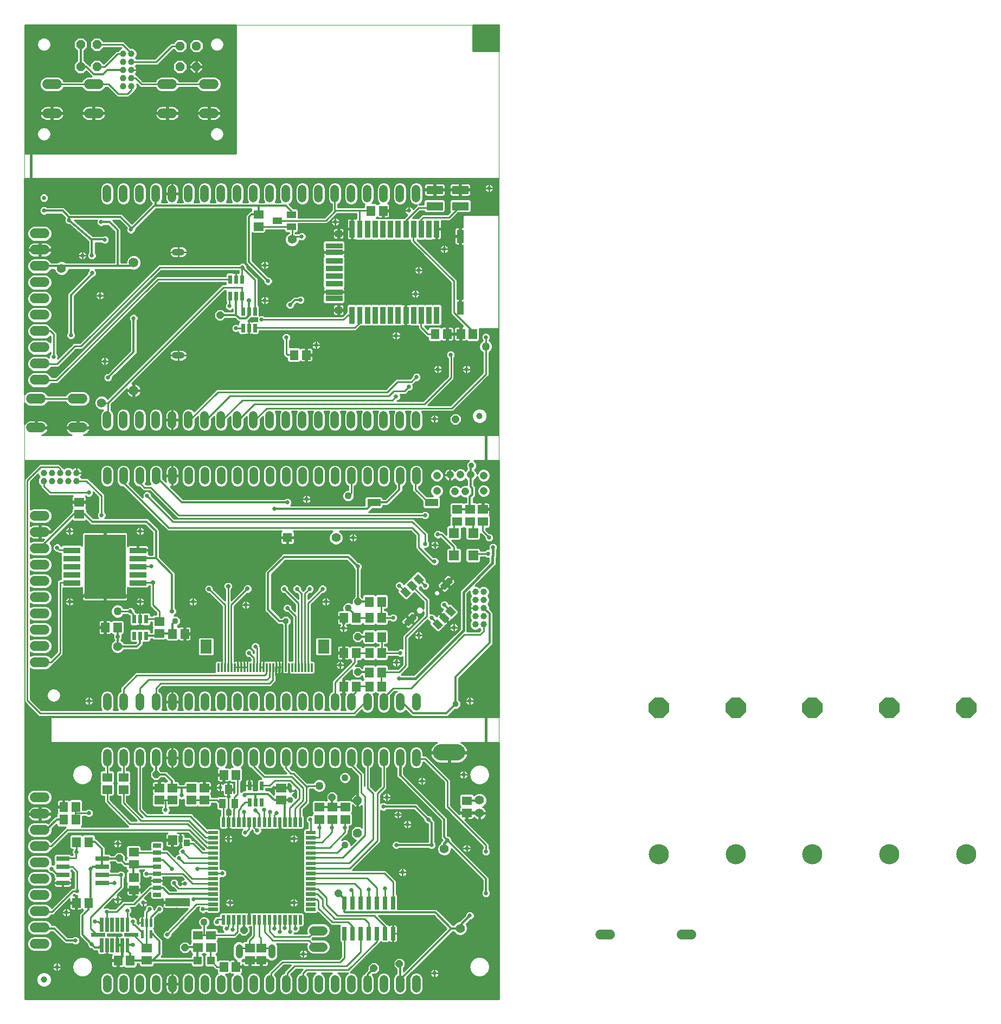
<source format=gtl>
G75*
%MOIN*%
%OFA0B0*%
%FSLAX25Y25*%
%IPPOS*%
%LPD*%
%AMOC8*
5,1,8,0,0,1.08239X$1,22.5*
%
%ADD10C,0.00000*%
%ADD11C,0.06000*%
%ADD12C,0.05200*%
%ADD13OC8,0.05200*%
%ADD14C,0.00205*%
%ADD15C,0.05600*%
%ADD16C,0.00189*%
%ADD17C,0.00197*%
%ADD18C,0.00208*%
%ADD19C,0.04400*%
%ADD20C,0.00215*%
%ADD21C,0.00200*%
%ADD22C,0.00204*%
%ADD23C,0.00252*%
%ADD24C,0.02984*%
%ADD25C,0.00195*%
%ADD26C,0.00500*%
%ADD27C,0.00220*%
%ADD28C,0.00201*%
%ADD29C,0.03969*%
%ADD30C,0.05937*%
%ADD31C,0.00192*%
%ADD32C,0.00198*%
%ADD33C,0.00177*%
%ADD34C,0.05600*%
%ADD35C,0.05512*%
%ADD36C,0.05000*%
%ADD37C,0.10050*%
%ADD38C,0.04756*%
%ADD39R,0.07087X0.08661*%
%ADD40C,0.03969*%
%ADD41R,0.05543X0.05543*%
%ADD42C,0.05543*%
%ADD43C,0.03937*%
%ADD44C,0.12400*%
%ADD45OC8,0.12400*%
%ADD46C,0.01600*%
%ADD47C,0.01181*%
%ADD48C,0.02584*%
%ADD49C,0.01200*%
%ADD50OC8,0.04356*%
%ADD51OC8,0.03569*%
%ADD52OC8,0.02584*%
%ADD53C,0.01575*%
%ADD54C,0.00984*%
%ADD55C,0.01000*%
%ADD56C,0.04356*%
%ADD57C,0.03569*%
D10*
X0004954Y0005248D02*
X0296293Y0005248D01*
X0296293Y0603673D01*
X0004954Y0603673D01*
X0004915Y0603831D02*
X0004915Y0005406D01*
X0034481Y0024933D02*
X0034483Y0025086D01*
X0034489Y0025240D01*
X0034499Y0025393D01*
X0034513Y0025545D01*
X0034531Y0025698D01*
X0034553Y0025849D01*
X0034578Y0026000D01*
X0034608Y0026151D01*
X0034642Y0026301D01*
X0034679Y0026449D01*
X0034720Y0026597D01*
X0034765Y0026743D01*
X0034814Y0026889D01*
X0034867Y0027033D01*
X0034923Y0027175D01*
X0034983Y0027316D01*
X0035047Y0027456D01*
X0035114Y0027594D01*
X0035185Y0027730D01*
X0035260Y0027864D01*
X0035337Y0027996D01*
X0035419Y0028126D01*
X0035503Y0028254D01*
X0035591Y0028380D01*
X0035682Y0028503D01*
X0035776Y0028624D01*
X0035874Y0028742D01*
X0035974Y0028858D01*
X0036078Y0028971D01*
X0036184Y0029082D01*
X0036293Y0029190D01*
X0036405Y0029295D01*
X0036519Y0029396D01*
X0036637Y0029495D01*
X0036756Y0029591D01*
X0036878Y0029684D01*
X0037003Y0029773D01*
X0037130Y0029860D01*
X0037259Y0029942D01*
X0037390Y0030022D01*
X0037523Y0030098D01*
X0037658Y0030171D01*
X0037795Y0030240D01*
X0037934Y0030305D01*
X0038074Y0030367D01*
X0038216Y0030425D01*
X0038359Y0030480D01*
X0038504Y0030531D01*
X0038650Y0030578D01*
X0038797Y0030621D01*
X0038945Y0030660D01*
X0039094Y0030696D01*
X0039244Y0030727D01*
X0039395Y0030755D01*
X0039546Y0030779D01*
X0039699Y0030799D01*
X0039851Y0030815D01*
X0040004Y0030827D01*
X0040157Y0030835D01*
X0040310Y0030839D01*
X0040464Y0030839D01*
X0040617Y0030835D01*
X0040770Y0030827D01*
X0040923Y0030815D01*
X0041075Y0030799D01*
X0041228Y0030779D01*
X0041379Y0030755D01*
X0041530Y0030727D01*
X0041680Y0030696D01*
X0041829Y0030660D01*
X0041977Y0030621D01*
X0042124Y0030578D01*
X0042270Y0030531D01*
X0042415Y0030480D01*
X0042558Y0030425D01*
X0042700Y0030367D01*
X0042840Y0030305D01*
X0042979Y0030240D01*
X0043116Y0030171D01*
X0043251Y0030098D01*
X0043384Y0030022D01*
X0043515Y0029942D01*
X0043644Y0029860D01*
X0043771Y0029773D01*
X0043896Y0029684D01*
X0044018Y0029591D01*
X0044137Y0029495D01*
X0044255Y0029396D01*
X0044369Y0029295D01*
X0044481Y0029190D01*
X0044590Y0029082D01*
X0044696Y0028971D01*
X0044800Y0028858D01*
X0044900Y0028742D01*
X0044998Y0028624D01*
X0045092Y0028503D01*
X0045183Y0028380D01*
X0045271Y0028254D01*
X0045355Y0028126D01*
X0045437Y0027996D01*
X0045514Y0027864D01*
X0045589Y0027730D01*
X0045660Y0027594D01*
X0045727Y0027456D01*
X0045791Y0027316D01*
X0045851Y0027175D01*
X0045907Y0027033D01*
X0045960Y0026889D01*
X0046009Y0026743D01*
X0046054Y0026597D01*
X0046095Y0026449D01*
X0046132Y0026301D01*
X0046166Y0026151D01*
X0046196Y0026000D01*
X0046221Y0025849D01*
X0046243Y0025698D01*
X0046261Y0025545D01*
X0046275Y0025393D01*
X0046285Y0025240D01*
X0046291Y0025086D01*
X0046293Y0024933D01*
X0046291Y0024780D01*
X0046285Y0024626D01*
X0046275Y0024473D01*
X0046261Y0024321D01*
X0046243Y0024168D01*
X0046221Y0024017D01*
X0046196Y0023866D01*
X0046166Y0023715D01*
X0046132Y0023565D01*
X0046095Y0023417D01*
X0046054Y0023269D01*
X0046009Y0023123D01*
X0045960Y0022977D01*
X0045907Y0022833D01*
X0045851Y0022691D01*
X0045791Y0022550D01*
X0045727Y0022410D01*
X0045660Y0022272D01*
X0045589Y0022136D01*
X0045514Y0022002D01*
X0045437Y0021870D01*
X0045355Y0021740D01*
X0045271Y0021612D01*
X0045183Y0021486D01*
X0045092Y0021363D01*
X0044998Y0021242D01*
X0044900Y0021124D01*
X0044800Y0021008D01*
X0044696Y0020895D01*
X0044590Y0020784D01*
X0044481Y0020676D01*
X0044369Y0020571D01*
X0044255Y0020470D01*
X0044137Y0020371D01*
X0044018Y0020275D01*
X0043896Y0020182D01*
X0043771Y0020093D01*
X0043644Y0020006D01*
X0043515Y0019924D01*
X0043384Y0019844D01*
X0043251Y0019768D01*
X0043116Y0019695D01*
X0042979Y0019626D01*
X0042840Y0019561D01*
X0042700Y0019499D01*
X0042558Y0019441D01*
X0042415Y0019386D01*
X0042270Y0019335D01*
X0042124Y0019288D01*
X0041977Y0019245D01*
X0041829Y0019206D01*
X0041680Y0019170D01*
X0041530Y0019139D01*
X0041379Y0019111D01*
X0041228Y0019087D01*
X0041075Y0019067D01*
X0040923Y0019051D01*
X0040770Y0019039D01*
X0040617Y0019031D01*
X0040464Y0019027D01*
X0040310Y0019027D01*
X0040157Y0019031D01*
X0040004Y0019039D01*
X0039851Y0019051D01*
X0039699Y0019067D01*
X0039546Y0019087D01*
X0039395Y0019111D01*
X0039244Y0019139D01*
X0039094Y0019170D01*
X0038945Y0019206D01*
X0038797Y0019245D01*
X0038650Y0019288D01*
X0038504Y0019335D01*
X0038359Y0019386D01*
X0038216Y0019441D01*
X0038074Y0019499D01*
X0037934Y0019561D01*
X0037795Y0019626D01*
X0037658Y0019695D01*
X0037523Y0019768D01*
X0037390Y0019844D01*
X0037259Y0019924D01*
X0037130Y0020006D01*
X0037003Y0020093D01*
X0036878Y0020182D01*
X0036756Y0020275D01*
X0036637Y0020371D01*
X0036519Y0020470D01*
X0036405Y0020571D01*
X0036293Y0020676D01*
X0036184Y0020784D01*
X0036078Y0020895D01*
X0035974Y0021008D01*
X0035874Y0021124D01*
X0035776Y0021242D01*
X0035682Y0021363D01*
X0035591Y0021486D01*
X0035503Y0021612D01*
X0035419Y0021740D01*
X0035337Y0021870D01*
X0035260Y0022002D01*
X0035185Y0022136D01*
X0035114Y0022272D01*
X0035047Y0022410D01*
X0034983Y0022550D01*
X0034923Y0022691D01*
X0034867Y0022833D01*
X0034814Y0022977D01*
X0034765Y0023123D01*
X0034720Y0023269D01*
X0034679Y0023417D01*
X0034642Y0023565D01*
X0034608Y0023715D01*
X0034578Y0023866D01*
X0034553Y0024017D01*
X0034531Y0024168D01*
X0034513Y0024321D01*
X0034499Y0024473D01*
X0034489Y0024626D01*
X0034483Y0024780D01*
X0034481Y0024933D01*
X0034481Y0143043D02*
X0034483Y0143196D01*
X0034489Y0143350D01*
X0034499Y0143503D01*
X0034513Y0143655D01*
X0034531Y0143808D01*
X0034553Y0143959D01*
X0034578Y0144110D01*
X0034608Y0144261D01*
X0034642Y0144411D01*
X0034679Y0144559D01*
X0034720Y0144707D01*
X0034765Y0144853D01*
X0034814Y0144999D01*
X0034867Y0145143D01*
X0034923Y0145285D01*
X0034983Y0145426D01*
X0035047Y0145566D01*
X0035114Y0145704D01*
X0035185Y0145840D01*
X0035260Y0145974D01*
X0035337Y0146106D01*
X0035419Y0146236D01*
X0035503Y0146364D01*
X0035591Y0146490D01*
X0035682Y0146613D01*
X0035776Y0146734D01*
X0035874Y0146852D01*
X0035974Y0146968D01*
X0036078Y0147081D01*
X0036184Y0147192D01*
X0036293Y0147300D01*
X0036405Y0147405D01*
X0036519Y0147506D01*
X0036637Y0147605D01*
X0036756Y0147701D01*
X0036878Y0147794D01*
X0037003Y0147883D01*
X0037130Y0147970D01*
X0037259Y0148052D01*
X0037390Y0148132D01*
X0037523Y0148208D01*
X0037658Y0148281D01*
X0037795Y0148350D01*
X0037934Y0148415D01*
X0038074Y0148477D01*
X0038216Y0148535D01*
X0038359Y0148590D01*
X0038504Y0148641D01*
X0038650Y0148688D01*
X0038797Y0148731D01*
X0038945Y0148770D01*
X0039094Y0148806D01*
X0039244Y0148837D01*
X0039395Y0148865D01*
X0039546Y0148889D01*
X0039699Y0148909D01*
X0039851Y0148925D01*
X0040004Y0148937D01*
X0040157Y0148945D01*
X0040310Y0148949D01*
X0040464Y0148949D01*
X0040617Y0148945D01*
X0040770Y0148937D01*
X0040923Y0148925D01*
X0041075Y0148909D01*
X0041228Y0148889D01*
X0041379Y0148865D01*
X0041530Y0148837D01*
X0041680Y0148806D01*
X0041829Y0148770D01*
X0041977Y0148731D01*
X0042124Y0148688D01*
X0042270Y0148641D01*
X0042415Y0148590D01*
X0042558Y0148535D01*
X0042700Y0148477D01*
X0042840Y0148415D01*
X0042979Y0148350D01*
X0043116Y0148281D01*
X0043251Y0148208D01*
X0043384Y0148132D01*
X0043515Y0148052D01*
X0043644Y0147970D01*
X0043771Y0147883D01*
X0043896Y0147794D01*
X0044018Y0147701D01*
X0044137Y0147605D01*
X0044255Y0147506D01*
X0044369Y0147405D01*
X0044481Y0147300D01*
X0044590Y0147192D01*
X0044696Y0147081D01*
X0044800Y0146968D01*
X0044900Y0146852D01*
X0044998Y0146734D01*
X0045092Y0146613D01*
X0045183Y0146490D01*
X0045271Y0146364D01*
X0045355Y0146236D01*
X0045437Y0146106D01*
X0045514Y0145974D01*
X0045589Y0145840D01*
X0045660Y0145704D01*
X0045727Y0145566D01*
X0045791Y0145426D01*
X0045851Y0145285D01*
X0045907Y0145143D01*
X0045960Y0144999D01*
X0046009Y0144853D01*
X0046054Y0144707D01*
X0046095Y0144559D01*
X0046132Y0144411D01*
X0046166Y0144261D01*
X0046196Y0144110D01*
X0046221Y0143959D01*
X0046243Y0143808D01*
X0046261Y0143655D01*
X0046275Y0143503D01*
X0046285Y0143350D01*
X0046291Y0143196D01*
X0046293Y0143043D01*
X0046291Y0142890D01*
X0046285Y0142736D01*
X0046275Y0142583D01*
X0046261Y0142431D01*
X0046243Y0142278D01*
X0046221Y0142127D01*
X0046196Y0141976D01*
X0046166Y0141825D01*
X0046132Y0141675D01*
X0046095Y0141527D01*
X0046054Y0141379D01*
X0046009Y0141233D01*
X0045960Y0141087D01*
X0045907Y0140943D01*
X0045851Y0140801D01*
X0045791Y0140660D01*
X0045727Y0140520D01*
X0045660Y0140382D01*
X0045589Y0140246D01*
X0045514Y0140112D01*
X0045437Y0139980D01*
X0045355Y0139850D01*
X0045271Y0139722D01*
X0045183Y0139596D01*
X0045092Y0139473D01*
X0044998Y0139352D01*
X0044900Y0139234D01*
X0044800Y0139118D01*
X0044696Y0139005D01*
X0044590Y0138894D01*
X0044481Y0138786D01*
X0044369Y0138681D01*
X0044255Y0138580D01*
X0044137Y0138481D01*
X0044018Y0138385D01*
X0043896Y0138292D01*
X0043771Y0138203D01*
X0043644Y0138116D01*
X0043515Y0138034D01*
X0043384Y0137954D01*
X0043251Y0137878D01*
X0043116Y0137805D01*
X0042979Y0137736D01*
X0042840Y0137671D01*
X0042700Y0137609D01*
X0042558Y0137551D01*
X0042415Y0137496D01*
X0042270Y0137445D01*
X0042124Y0137398D01*
X0041977Y0137355D01*
X0041829Y0137316D01*
X0041680Y0137280D01*
X0041530Y0137249D01*
X0041379Y0137221D01*
X0041228Y0137197D01*
X0041075Y0137177D01*
X0040923Y0137161D01*
X0040770Y0137149D01*
X0040617Y0137141D01*
X0040464Y0137137D01*
X0040310Y0137137D01*
X0040157Y0137141D01*
X0040004Y0137149D01*
X0039851Y0137161D01*
X0039699Y0137177D01*
X0039546Y0137197D01*
X0039395Y0137221D01*
X0039244Y0137249D01*
X0039094Y0137280D01*
X0038945Y0137316D01*
X0038797Y0137355D01*
X0038650Y0137398D01*
X0038504Y0137445D01*
X0038359Y0137496D01*
X0038216Y0137551D01*
X0038074Y0137609D01*
X0037934Y0137671D01*
X0037795Y0137736D01*
X0037658Y0137805D01*
X0037523Y0137878D01*
X0037390Y0137954D01*
X0037259Y0138034D01*
X0037130Y0138116D01*
X0037003Y0138203D01*
X0036878Y0138292D01*
X0036756Y0138385D01*
X0036637Y0138481D01*
X0036519Y0138580D01*
X0036405Y0138681D01*
X0036293Y0138786D01*
X0036184Y0138894D01*
X0036078Y0139005D01*
X0035974Y0139118D01*
X0035874Y0139234D01*
X0035776Y0139352D01*
X0035682Y0139473D01*
X0035591Y0139596D01*
X0035503Y0139722D01*
X0035419Y0139850D01*
X0035337Y0139980D01*
X0035260Y0140112D01*
X0035185Y0140246D01*
X0035114Y0140382D01*
X0035047Y0140520D01*
X0034983Y0140660D01*
X0034923Y0140801D01*
X0034867Y0140943D01*
X0034814Y0141087D01*
X0034765Y0141233D01*
X0034720Y0141379D01*
X0034679Y0141527D01*
X0034642Y0141675D01*
X0034608Y0141825D01*
X0034578Y0141976D01*
X0034553Y0142127D01*
X0034531Y0142278D01*
X0034513Y0142431D01*
X0034499Y0142583D01*
X0034489Y0142736D01*
X0034483Y0142890D01*
X0034481Y0143043D01*
X0004954Y0178476D02*
X0004954Y0335957D01*
X0018812Y0191823D02*
X0018814Y0191948D01*
X0018820Y0192073D01*
X0018830Y0192197D01*
X0018844Y0192321D01*
X0018861Y0192445D01*
X0018883Y0192568D01*
X0018909Y0192690D01*
X0018938Y0192812D01*
X0018971Y0192932D01*
X0019009Y0193051D01*
X0019049Y0193170D01*
X0019094Y0193286D01*
X0019142Y0193401D01*
X0019194Y0193515D01*
X0019250Y0193627D01*
X0019309Y0193737D01*
X0019371Y0193845D01*
X0019437Y0193952D01*
X0019506Y0194056D01*
X0019579Y0194157D01*
X0019654Y0194257D01*
X0019733Y0194354D01*
X0019815Y0194448D01*
X0019900Y0194540D01*
X0019987Y0194629D01*
X0020078Y0194715D01*
X0020171Y0194798D01*
X0020267Y0194879D01*
X0020365Y0194956D01*
X0020465Y0195030D01*
X0020568Y0195101D01*
X0020673Y0195168D01*
X0020781Y0195233D01*
X0020890Y0195293D01*
X0021001Y0195351D01*
X0021114Y0195404D01*
X0021228Y0195454D01*
X0021344Y0195501D01*
X0021461Y0195543D01*
X0021580Y0195582D01*
X0021700Y0195618D01*
X0021821Y0195649D01*
X0021943Y0195677D01*
X0022065Y0195700D01*
X0022189Y0195720D01*
X0022313Y0195736D01*
X0022437Y0195748D01*
X0022562Y0195756D01*
X0022687Y0195760D01*
X0022811Y0195760D01*
X0022936Y0195756D01*
X0023061Y0195748D01*
X0023185Y0195736D01*
X0023309Y0195720D01*
X0023433Y0195700D01*
X0023555Y0195677D01*
X0023677Y0195649D01*
X0023798Y0195618D01*
X0023918Y0195582D01*
X0024037Y0195543D01*
X0024154Y0195501D01*
X0024270Y0195454D01*
X0024384Y0195404D01*
X0024497Y0195351D01*
X0024608Y0195293D01*
X0024718Y0195233D01*
X0024825Y0195168D01*
X0024930Y0195101D01*
X0025033Y0195030D01*
X0025133Y0194956D01*
X0025231Y0194879D01*
X0025327Y0194798D01*
X0025420Y0194715D01*
X0025511Y0194629D01*
X0025598Y0194540D01*
X0025683Y0194448D01*
X0025765Y0194354D01*
X0025844Y0194257D01*
X0025919Y0194157D01*
X0025992Y0194056D01*
X0026061Y0193952D01*
X0026127Y0193845D01*
X0026189Y0193737D01*
X0026248Y0193627D01*
X0026304Y0193515D01*
X0026356Y0193401D01*
X0026404Y0193286D01*
X0026449Y0193170D01*
X0026489Y0193051D01*
X0026527Y0192932D01*
X0026560Y0192812D01*
X0026589Y0192690D01*
X0026615Y0192568D01*
X0026637Y0192445D01*
X0026654Y0192321D01*
X0026668Y0192197D01*
X0026678Y0192073D01*
X0026684Y0191948D01*
X0026686Y0191823D01*
X0026684Y0191698D01*
X0026678Y0191573D01*
X0026668Y0191449D01*
X0026654Y0191325D01*
X0026637Y0191201D01*
X0026615Y0191078D01*
X0026589Y0190956D01*
X0026560Y0190834D01*
X0026527Y0190714D01*
X0026489Y0190595D01*
X0026449Y0190476D01*
X0026404Y0190360D01*
X0026356Y0190245D01*
X0026304Y0190131D01*
X0026248Y0190019D01*
X0026189Y0189909D01*
X0026127Y0189801D01*
X0026061Y0189694D01*
X0025992Y0189590D01*
X0025919Y0189489D01*
X0025844Y0189389D01*
X0025765Y0189292D01*
X0025683Y0189198D01*
X0025598Y0189106D01*
X0025511Y0189017D01*
X0025420Y0188931D01*
X0025327Y0188848D01*
X0025231Y0188767D01*
X0025133Y0188690D01*
X0025033Y0188616D01*
X0024930Y0188545D01*
X0024825Y0188478D01*
X0024717Y0188413D01*
X0024608Y0188353D01*
X0024497Y0188295D01*
X0024384Y0188242D01*
X0024270Y0188192D01*
X0024154Y0188145D01*
X0024037Y0188103D01*
X0023918Y0188064D01*
X0023798Y0188028D01*
X0023677Y0187997D01*
X0023555Y0187969D01*
X0023433Y0187946D01*
X0023309Y0187926D01*
X0023185Y0187910D01*
X0023061Y0187898D01*
X0022936Y0187890D01*
X0022811Y0187886D01*
X0022687Y0187886D01*
X0022562Y0187890D01*
X0022437Y0187898D01*
X0022313Y0187910D01*
X0022189Y0187926D01*
X0022065Y0187946D01*
X0021943Y0187969D01*
X0021821Y0187997D01*
X0021700Y0188028D01*
X0021580Y0188064D01*
X0021461Y0188103D01*
X0021344Y0188145D01*
X0021228Y0188192D01*
X0021114Y0188242D01*
X0021001Y0188295D01*
X0020890Y0188353D01*
X0020780Y0188413D01*
X0020673Y0188478D01*
X0020568Y0188545D01*
X0020465Y0188616D01*
X0020365Y0188690D01*
X0020267Y0188767D01*
X0020171Y0188848D01*
X0020078Y0188931D01*
X0019987Y0189017D01*
X0019900Y0189106D01*
X0019815Y0189198D01*
X0019733Y0189292D01*
X0019654Y0189389D01*
X0019579Y0189489D01*
X0019506Y0189590D01*
X0019437Y0189694D01*
X0019371Y0189801D01*
X0019309Y0189909D01*
X0019250Y0190019D01*
X0019194Y0190131D01*
X0019142Y0190245D01*
X0019094Y0190360D01*
X0019049Y0190476D01*
X0019009Y0190595D01*
X0018971Y0190714D01*
X0018938Y0190834D01*
X0018909Y0190956D01*
X0018883Y0191078D01*
X0018861Y0191201D01*
X0018844Y0191325D01*
X0018830Y0191449D01*
X0018820Y0191573D01*
X0018814Y0191698D01*
X0018812Y0191823D01*
X0245629Y0244053D02*
X0245631Y0244144D01*
X0245637Y0244234D01*
X0245647Y0244325D01*
X0245661Y0244414D01*
X0245679Y0244503D01*
X0245700Y0244592D01*
X0245726Y0244679D01*
X0245755Y0244765D01*
X0245789Y0244849D01*
X0245825Y0244932D01*
X0245866Y0245014D01*
X0245910Y0245093D01*
X0245957Y0245171D01*
X0246008Y0245246D01*
X0246062Y0245319D01*
X0246119Y0245389D01*
X0246179Y0245457D01*
X0246242Y0245523D01*
X0246308Y0245585D01*
X0246377Y0245644D01*
X0246448Y0245701D01*
X0246522Y0245754D01*
X0246598Y0245804D01*
X0246676Y0245851D01*
X0246756Y0245894D01*
X0246837Y0245933D01*
X0246921Y0245969D01*
X0247006Y0246001D01*
X0247092Y0246030D01*
X0247179Y0246054D01*
X0247268Y0246075D01*
X0247357Y0246092D01*
X0247447Y0246105D01*
X0247537Y0246114D01*
X0247628Y0246119D01*
X0247719Y0246120D01*
X0247809Y0246117D01*
X0247900Y0246110D01*
X0247990Y0246099D01*
X0248080Y0246084D01*
X0248169Y0246065D01*
X0248257Y0246043D01*
X0248343Y0246016D01*
X0248429Y0245986D01*
X0248513Y0245952D01*
X0248596Y0245914D01*
X0248677Y0245873D01*
X0248756Y0245828D01*
X0248833Y0245779D01*
X0248907Y0245728D01*
X0248980Y0245673D01*
X0249050Y0245615D01*
X0249117Y0245554D01*
X0249181Y0245490D01*
X0249243Y0245424D01*
X0249302Y0245354D01*
X0249357Y0245283D01*
X0249410Y0245208D01*
X0249459Y0245132D01*
X0249505Y0245054D01*
X0249547Y0244973D01*
X0249586Y0244891D01*
X0249621Y0244807D01*
X0249652Y0244722D01*
X0249679Y0244635D01*
X0249703Y0244548D01*
X0249723Y0244459D01*
X0249739Y0244370D01*
X0249751Y0244280D01*
X0249759Y0244189D01*
X0249763Y0244098D01*
X0249763Y0244008D01*
X0249759Y0243917D01*
X0249751Y0243826D01*
X0249739Y0243736D01*
X0249723Y0243647D01*
X0249703Y0243558D01*
X0249679Y0243471D01*
X0249652Y0243384D01*
X0249621Y0243299D01*
X0249586Y0243215D01*
X0249547Y0243133D01*
X0249505Y0243052D01*
X0249459Y0242974D01*
X0249410Y0242898D01*
X0249357Y0242823D01*
X0249302Y0242752D01*
X0249243Y0242682D01*
X0249181Y0242616D01*
X0249117Y0242552D01*
X0249050Y0242491D01*
X0248980Y0242433D01*
X0248907Y0242378D01*
X0248833Y0242327D01*
X0248756Y0242278D01*
X0248677Y0242233D01*
X0248596Y0242192D01*
X0248513Y0242154D01*
X0248429Y0242120D01*
X0248343Y0242090D01*
X0248257Y0242063D01*
X0248169Y0242041D01*
X0248080Y0242022D01*
X0247990Y0242007D01*
X0247900Y0241996D01*
X0247809Y0241989D01*
X0247719Y0241986D01*
X0247628Y0241987D01*
X0247537Y0241992D01*
X0247447Y0242001D01*
X0247357Y0242014D01*
X0247268Y0242031D01*
X0247179Y0242052D01*
X0247092Y0242076D01*
X0247006Y0242105D01*
X0246921Y0242137D01*
X0246837Y0242173D01*
X0246756Y0242212D01*
X0246676Y0242255D01*
X0246598Y0242302D01*
X0246522Y0242352D01*
X0246448Y0242405D01*
X0246377Y0242462D01*
X0246308Y0242521D01*
X0246242Y0242583D01*
X0246179Y0242649D01*
X0246119Y0242717D01*
X0246062Y0242787D01*
X0246008Y0242860D01*
X0245957Y0242935D01*
X0245910Y0243013D01*
X0245866Y0243092D01*
X0245825Y0243174D01*
X0245789Y0243257D01*
X0245755Y0243341D01*
X0245726Y0243427D01*
X0245700Y0243514D01*
X0245679Y0243603D01*
X0245661Y0243692D01*
X0245647Y0243781D01*
X0245637Y0243872D01*
X0245631Y0243962D01*
X0245629Y0244053D01*
X0256799Y0254632D02*
X0256801Y0254709D01*
X0256807Y0254785D01*
X0256817Y0254861D01*
X0256831Y0254936D01*
X0256848Y0255011D01*
X0256870Y0255084D01*
X0256895Y0255157D01*
X0256925Y0255228D01*
X0256957Y0255297D01*
X0256994Y0255364D01*
X0257033Y0255430D01*
X0257076Y0255493D01*
X0257123Y0255554D01*
X0257172Y0255613D01*
X0257225Y0255669D01*
X0257280Y0255722D01*
X0257338Y0255772D01*
X0257398Y0255819D01*
X0257461Y0255863D01*
X0257526Y0255904D01*
X0257593Y0255941D01*
X0257662Y0255975D01*
X0257732Y0256005D01*
X0257804Y0256031D01*
X0257878Y0256053D01*
X0257952Y0256072D01*
X0258027Y0256087D01*
X0258103Y0256098D01*
X0258179Y0256105D01*
X0258256Y0256108D01*
X0258332Y0256107D01*
X0258409Y0256102D01*
X0258485Y0256093D01*
X0258561Y0256080D01*
X0258635Y0256063D01*
X0258709Y0256043D01*
X0258782Y0256018D01*
X0258853Y0255990D01*
X0258923Y0255958D01*
X0258991Y0255923D01*
X0259057Y0255884D01*
X0259121Y0255842D01*
X0259182Y0255796D01*
X0259242Y0255747D01*
X0259298Y0255696D01*
X0259352Y0255641D01*
X0259403Y0255584D01*
X0259451Y0255524D01*
X0259496Y0255462D01*
X0259537Y0255397D01*
X0259575Y0255331D01*
X0259610Y0255263D01*
X0259640Y0255192D01*
X0259668Y0255121D01*
X0259691Y0255048D01*
X0259711Y0254974D01*
X0259727Y0254899D01*
X0259739Y0254823D01*
X0259747Y0254747D01*
X0259751Y0254670D01*
X0259751Y0254594D01*
X0259747Y0254517D01*
X0259739Y0254441D01*
X0259727Y0254365D01*
X0259711Y0254290D01*
X0259691Y0254216D01*
X0259668Y0254143D01*
X0259640Y0254072D01*
X0259610Y0254001D01*
X0259575Y0253933D01*
X0259537Y0253867D01*
X0259496Y0253802D01*
X0259451Y0253740D01*
X0259403Y0253680D01*
X0259352Y0253623D01*
X0259298Y0253568D01*
X0259242Y0253517D01*
X0259182Y0253468D01*
X0259121Y0253422D01*
X0259057Y0253380D01*
X0258991Y0253341D01*
X0258923Y0253306D01*
X0258853Y0253274D01*
X0258782Y0253246D01*
X0258709Y0253221D01*
X0258635Y0253201D01*
X0258561Y0253184D01*
X0258485Y0253171D01*
X0258409Y0253162D01*
X0258332Y0253157D01*
X0258256Y0253156D01*
X0258179Y0253159D01*
X0258103Y0253166D01*
X0258027Y0253177D01*
X0257952Y0253192D01*
X0257878Y0253211D01*
X0257804Y0253233D01*
X0257732Y0253259D01*
X0257662Y0253289D01*
X0257593Y0253323D01*
X0257526Y0253360D01*
X0257461Y0253401D01*
X0257398Y0253445D01*
X0257338Y0253492D01*
X0257280Y0253542D01*
X0257225Y0253595D01*
X0257172Y0253651D01*
X0257123Y0253710D01*
X0257076Y0253771D01*
X0257033Y0253834D01*
X0256994Y0253900D01*
X0256957Y0253967D01*
X0256925Y0254036D01*
X0256895Y0254107D01*
X0256870Y0254180D01*
X0256848Y0254253D01*
X0256831Y0254328D01*
X0256817Y0254403D01*
X0256807Y0254479D01*
X0256801Y0254555D01*
X0256799Y0254632D01*
X0296293Y0178476D02*
X0296293Y0335957D01*
X0296253Y0351862D02*
X0296253Y0509343D01*
X0119127Y0536744D02*
X0119129Y0536869D01*
X0119135Y0536994D01*
X0119145Y0537118D01*
X0119159Y0537242D01*
X0119176Y0537366D01*
X0119198Y0537489D01*
X0119224Y0537611D01*
X0119253Y0537733D01*
X0119286Y0537853D01*
X0119324Y0537972D01*
X0119364Y0538091D01*
X0119409Y0538207D01*
X0119457Y0538322D01*
X0119509Y0538436D01*
X0119565Y0538548D01*
X0119624Y0538658D01*
X0119686Y0538766D01*
X0119752Y0538873D01*
X0119821Y0538977D01*
X0119894Y0539078D01*
X0119969Y0539178D01*
X0120048Y0539275D01*
X0120130Y0539369D01*
X0120215Y0539461D01*
X0120302Y0539550D01*
X0120393Y0539636D01*
X0120486Y0539719D01*
X0120582Y0539800D01*
X0120680Y0539877D01*
X0120780Y0539951D01*
X0120883Y0540022D01*
X0120988Y0540089D01*
X0121096Y0540154D01*
X0121205Y0540214D01*
X0121316Y0540272D01*
X0121429Y0540325D01*
X0121543Y0540375D01*
X0121659Y0540422D01*
X0121776Y0540464D01*
X0121895Y0540503D01*
X0122015Y0540539D01*
X0122136Y0540570D01*
X0122258Y0540598D01*
X0122380Y0540621D01*
X0122504Y0540641D01*
X0122628Y0540657D01*
X0122752Y0540669D01*
X0122877Y0540677D01*
X0123002Y0540681D01*
X0123126Y0540681D01*
X0123251Y0540677D01*
X0123376Y0540669D01*
X0123500Y0540657D01*
X0123624Y0540641D01*
X0123748Y0540621D01*
X0123870Y0540598D01*
X0123992Y0540570D01*
X0124113Y0540539D01*
X0124233Y0540503D01*
X0124352Y0540464D01*
X0124469Y0540422D01*
X0124585Y0540375D01*
X0124699Y0540325D01*
X0124812Y0540272D01*
X0124923Y0540214D01*
X0125033Y0540154D01*
X0125140Y0540089D01*
X0125245Y0540022D01*
X0125348Y0539951D01*
X0125448Y0539877D01*
X0125546Y0539800D01*
X0125642Y0539719D01*
X0125735Y0539636D01*
X0125826Y0539550D01*
X0125913Y0539461D01*
X0125998Y0539369D01*
X0126080Y0539275D01*
X0126159Y0539178D01*
X0126234Y0539078D01*
X0126307Y0538977D01*
X0126376Y0538873D01*
X0126442Y0538766D01*
X0126504Y0538658D01*
X0126563Y0538548D01*
X0126619Y0538436D01*
X0126671Y0538322D01*
X0126719Y0538207D01*
X0126764Y0538091D01*
X0126804Y0537972D01*
X0126842Y0537853D01*
X0126875Y0537733D01*
X0126904Y0537611D01*
X0126930Y0537489D01*
X0126952Y0537366D01*
X0126969Y0537242D01*
X0126983Y0537118D01*
X0126993Y0536994D01*
X0126999Y0536869D01*
X0127001Y0536744D01*
X0126999Y0536619D01*
X0126993Y0536494D01*
X0126983Y0536370D01*
X0126969Y0536246D01*
X0126952Y0536122D01*
X0126930Y0535999D01*
X0126904Y0535877D01*
X0126875Y0535755D01*
X0126842Y0535635D01*
X0126804Y0535516D01*
X0126764Y0535397D01*
X0126719Y0535281D01*
X0126671Y0535166D01*
X0126619Y0535052D01*
X0126563Y0534940D01*
X0126504Y0534830D01*
X0126442Y0534722D01*
X0126376Y0534615D01*
X0126307Y0534511D01*
X0126234Y0534410D01*
X0126159Y0534310D01*
X0126080Y0534213D01*
X0125998Y0534119D01*
X0125913Y0534027D01*
X0125826Y0533938D01*
X0125735Y0533852D01*
X0125642Y0533769D01*
X0125546Y0533688D01*
X0125448Y0533611D01*
X0125348Y0533537D01*
X0125245Y0533466D01*
X0125140Y0533399D01*
X0125032Y0533334D01*
X0124923Y0533274D01*
X0124812Y0533216D01*
X0124699Y0533163D01*
X0124585Y0533113D01*
X0124469Y0533066D01*
X0124352Y0533024D01*
X0124233Y0532985D01*
X0124113Y0532949D01*
X0123992Y0532918D01*
X0123870Y0532890D01*
X0123748Y0532867D01*
X0123624Y0532847D01*
X0123500Y0532831D01*
X0123376Y0532819D01*
X0123251Y0532811D01*
X0123126Y0532807D01*
X0123002Y0532807D01*
X0122877Y0532811D01*
X0122752Y0532819D01*
X0122628Y0532831D01*
X0122504Y0532847D01*
X0122380Y0532867D01*
X0122258Y0532890D01*
X0122136Y0532918D01*
X0122015Y0532949D01*
X0121895Y0532985D01*
X0121776Y0533024D01*
X0121659Y0533066D01*
X0121543Y0533113D01*
X0121429Y0533163D01*
X0121316Y0533216D01*
X0121205Y0533274D01*
X0121095Y0533334D01*
X0120988Y0533399D01*
X0120883Y0533466D01*
X0120780Y0533537D01*
X0120680Y0533611D01*
X0120582Y0533688D01*
X0120486Y0533769D01*
X0120393Y0533852D01*
X0120302Y0533938D01*
X0120215Y0534027D01*
X0120130Y0534119D01*
X0120048Y0534213D01*
X0119969Y0534310D01*
X0119894Y0534410D01*
X0119821Y0534511D01*
X0119752Y0534615D01*
X0119686Y0534722D01*
X0119624Y0534830D01*
X0119565Y0534940D01*
X0119509Y0535052D01*
X0119457Y0535166D01*
X0119409Y0535281D01*
X0119364Y0535397D01*
X0119324Y0535516D01*
X0119286Y0535635D01*
X0119253Y0535755D01*
X0119224Y0535877D01*
X0119198Y0535999D01*
X0119176Y0536122D01*
X0119159Y0536246D01*
X0119145Y0536370D01*
X0119135Y0536494D01*
X0119129Y0536619D01*
X0119127Y0536744D01*
X0119127Y0591862D02*
X0119129Y0591987D01*
X0119135Y0592112D01*
X0119145Y0592236D01*
X0119159Y0592360D01*
X0119176Y0592484D01*
X0119198Y0592607D01*
X0119224Y0592729D01*
X0119253Y0592851D01*
X0119286Y0592971D01*
X0119324Y0593090D01*
X0119364Y0593209D01*
X0119409Y0593325D01*
X0119457Y0593440D01*
X0119509Y0593554D01*
X0119565Y0593666D01*
X0119624Y0593776D01*
X0119686Y0593884D01*
X0119752Y0593991D01*
X0119821Y0594095D01*
X0119894Y0594196D01*
X0119969Y0594296D01*
X0120048Y0594393D01*
X0120130Y0594487D01*
X0120215Y0594579D01*
X0120302Y0594668D01*
X0120393Y0594754D01*
X0120486Y0594837D01*
X0120582Y0594918D01*
X0120680Y0594995D01*
X0120780Y0595069D01*
X0120883Y0595140D01*
X0120988Y0595207D01*
X0121096Y0595272D01*
X0121205Y0595332D01*
X0121316Y0595390D01*
X0121429Y0595443D01*
X0121543Y0595493D01*
X0121659Y0595540D01*
X0121776Y0595582D01*
X0121895Y0595621D01*
X0122015Y0595657D01*
X0122136Y0595688D01*
X0122258Y0595716D01*
X0122380Y0595739D01*
X0122504Y0595759D01*
X0122628Y0595775D01*
X0122752Y0595787D01*
X0122877Y0595795D01*
X0123002Y0595799D01*
X0123126Y0595799D01*
X0123251Y0595795D01*
X0123376Y0595787D01*
X0123500Y0595775D01*
X0123624Y0595759D01*
X0123748Y0595739D01*
X0123870Y0595716D01*
X0123992Y0595688D01*
X0124113Y0595657D01*
X0124233Y0595621D01*
X0124352Y0595582D01*
X0124469Y0595540D01*
X0124585Y0595493D01*
X0124699Y0595443D01*
X0124812Y0595390D01*
X0124923Y0595332D01*
X0125033Y0595272D01*
X0125140Y0595207D01*
X0125245Y0595140D01*
X0125348Y0595069D01*
X0125448Y0594995D01*
X0125546Y0594918D01*
X0125642Y0594837D01*
X0125735Y0594754D01*
X0125826Y0594668D01*
X0125913Y0594579D01*
X0125998Y0594487D01*
X0126080Y0594393D01*
X0126159Y0594296D01*
X0126234Y0594196D01*
X0126307Y0594095D01*
X0126376Y0593991D01*
X0126442Y0593884D01*
X0126504Y0593776D01*
X0126563Y0593666D01*
X0126619Y0593554D01*
X0126671Y0593440D01*
X0126719Y0593325D01*
X0126764Y0593209D01*
X0126804Y0593090D01*
X0126842Y0592971D01*
X0126875Y0592851D01*
X0126904Y0592729D01*
X0126930Y0592607D01*
X0126952Y0592484D01*
X0126969Y0592360D01*
X0126983Y0592236D01*
X0126993Y0592112D01*
X0126999Y0591987D01*
X0127001Y0591862D01*
X0126999Y0591737D01*
X0126993Y0591612D01*
X0126983Y0591488D01*
X0126969Y0591364D01*
X0126952Y0591240D01*
X0126930Y0591117D01*
X0126904Y0590995D01*
X0126875Y0590873D01*
X0126842Y0590753D01*
X0126804Y0590634D01*
X0126764Y0590515D01*
X0126719Y0590399D01*
X0126671Y0590284D01*
X0126619Y0590170D01*
X0126563Y0590058D01*
X0126504Y0589948D01*
X0126442Y0589840D01*
X0126376Y0589733D01*
X0126307Y0589629D01*
X0126234Y0589528D01*
X0126159Y0589428D01*
X0126080Y0589331D01*
X0125998Y0589237D01*
X0125913Y0589145D01*
X0125826Y0589056D01*
X0125735Y0588970D01*
X0125642Y0588887D01*
X0125546Y0588806D01*
X0125448Y0588729D01*
X0125348Y0588655D01*
X0125245Y0588584D01*
X0125140Y0588517D01*
X0125032Y0588452D01*
X0124923Y0588392D01*
X0124812Y0588334D01*
X0124699Y0588281D01*
X0124585Y0588231D01*
X0124469Y0588184D01*
X0124352Y0588142D01*
X0124233Y0588103D01*
X0124113Y0588067D01*
X0123992Y0588036D01*
X0123870Y0588008D01*
X0123748Y0587985D01*
X0123624Y0587965D01*
X0123500Y0587949D01*
X0123376Y0587937D01*
X0123251Y0587929D01*
X0123126Y0587925D01*
X0123002Y0587925D01*
X0122877Y0587929D01*
X0122752Y0587937D01*
X0122628Y0587949D01*
X0122504Y0587965D01*
X0122380Y0587985D01*
X0122258Y0588008D01*
X0122136Y0588036D01*
X0122015Y0588067D01*
X0121895Y0588103D01*
X0121776Y0588142D01*
X0121659Y0588184D01*
X0121543Y0588231D01*
X0121429Y0588281D01*
X0121316Y0588334D01*
X0121205Y0588392D01*
X0121095Y0588452D01*
X0120988Y0588517D01*
X0120883Y0588584D01*
X0120780Y0588655D01*
X0120680Y0588729D01*
X0120582Y0588806D01*
X0120486Y0588887D01*
X0120393Y0588970D01*
X0120302Y0589056D01*
X0120215Y0589145D01*
X0120130Y0589237D01*
X0120048Y0589331D01*
X0119969Y0589428D01*
X0119894Y0589528D01*
X0119821Y0589629D01*
X0119752Y0589733D01*
X0119686Y0589840D01*
X0119624Y0589948D01*
X0119565Y0590058D01*
X0119509Y0590170D01*
X0119457Y0590284D01*
X0119409Y0590399D01*
X0119364Y0590515D01*
X0119324Y0590634D01*
X0119286Y0590753D01*
X0119253Y0590873D01*
X0119224Y0590995D01*
X0119198Y0591117D01*
X0119176Y0591240D01*
X0119159Y0591364D01*
X0119145Y0591488D01*
X0119135Y0591612D01*
X0119129Y0591737D01*
X0119127Y0591862D01*
X0012828Y0591862D02*
X0012830Y0591987D01*
X0012836Y0592112D01*
X0012846Y0592236D01*
X0012860Y0592360D01*
X0012877Y0592484D01*
X0012899Y0592607D01*
X0012925Y0592729D01*
X0012954Y0592851D01*
X0012987Y0592971D01*
X0013025Y0593090D01*
X0013065Y0593209D01*
X0013110Y0593325D01*
X0013158Y0593440D01*
X0013210Y0593554D01*
X0013266Y0593666D01*
X0013325Y0593776D01*
X0013387Y0593884D01*
X0013453Y0593991D01*
X0013522Y0594095D01*
X0013595Y0594196D01*
X0013670Y0594296D01*
X0013749Y0594393D01*
X0013831Y0594487D01*
X0013916Y0594579D01*
X0014003Y0594668D01*
X0014094Y0594754D01*
X0014187Y0594837D01*
X0014283Y0594918D01*
X0014381Y0594995D01*
X0014481Y0595069D01*
X0014584Y0595140D01*
X0014689Y0595207D01*
X0014797Y0595272D01*
X0014906Y0595332D01*
X0015017Y0595390D01*
X0015130Y0595443D01*
X0015244Y0595493D01*
X0015360Y0595540D01*
X0015477Y0595582D01*
X0015596Y0595621D01*
X0015716Y0595657D01*
X0015837Y0595688D01*
X0015959Y0595716D01*
X0016081Y0595739D01*
X0016205Y0595759D01*
X0016329Y0595775D01*
X0016453Y0595787D01*
X0016578Y0595795D01*
X0016703Y0595799D01*
X0016827Y0595799D01*
X0016952Y0595795D01*
X0017077Y0595787D01*
X0017201Y0595775D01*
X0017325Y0595759D01*
X0017449Y0595739D01*
X0017571Y0595716D01*
X0017693Y0595688D01*
X0017814Y0595657D01*
X0017934Y0595621D01*
X0018053Y0595582D01*
X0018170Y0595540D01*
X0018286Y0595493D01*
X0018400Y0595443D01*
X0018513Y0595390D01*
X0018624Y0595332D01*
X0018734Y0595272D01*
X0018841Y0595207D01*
X0018946Y0595140D01*
X0019049Y0595069D01*
X0019149Y0594995D01*
X0019247Y0594918D01*
X0019343Y0594837D01*
X0019436Y0594754D01*
X0019527Y0594668D01*
X0019614Y0594579D01*
X0019699Y0594487D01*
X0019781Y0594393D01*
X0019860Y0594296D01*
X0019935Y0594196D01*
X0020008Y0594095D01*
X0020077Y0593991D01*
X0020143Y0593884D01*
X0020205Y0593776D01*
X0020264Y0593666D01*
X0020320Y0593554D01*
X0020372Y0593440D01*
X0020420Y0593325D01*
X0020465Y0593209D01*
X0020505Y0593090D01*
X0020543Y0592971D01*
X0020576Y0592851D01*
X0020605Y0592729D01*
X0020631Y0592607D01*
X0020653Y0592484D01*
X0020670Y0592360D01*
X0020684Y0592236D01*
X0020694Y0592112D01*
X0020700Y0591987D01*
X0020702Y0591862D01*
X0020700Y0591737D01*
X0020694Y0591612D01*
X0020684Y0591488D01*
X0020670Y0591364D01*
X0020653Y0591240D01*
X0020631Y0591117D01*
X0020605Y0590995D01*
X0020576Y0590873D01*
X0020543Y0590753D01*
X0020505Y0590634D01*
X0020465Y0590515D01*
X0020420Y0590399D01*
X0020372Y0590284D01*
X0020320Y0590170D01*
X0020264Y0590058D01*
X0020205Y0589948D01*
X0020143Y0589840D01*
X0020077Y0589733D01*
X0020008Y0589629D01*
X0019935Y0589528D01*
X0019860Y0589428D01*
X0019781Y0589331D01*
X0019699Y0589237D01*
X0019614Y0589145D01*
X0019527Y0589056D01*
X0019436Y0588970D01*
X0019343Y0588887D01*
X0019247Y0588806D01*
X0019149Y0588729D01*
X0019049Y0588655D01*
X0018946Y0588584D01*
X0018841Y0588517D01*
X0018733Y0588452D01*
X0018624Y0588392D01*
X0018513Y0588334D01*
X0018400Y0588281D01*
X0018286Y0588231D01*
X0018170Y0588184D01*
X0018053Y0588142D01*
X0017934Y0588103D01*
X0017814Y0588067D01*
X0017693Y0588036D01*
X0017571Y0588008D01*
X0017449Y0587985D01*
X0017325Y0587965D01*
X0017201Y0587949D01*
X0017077Y0587937D01*
X0016952Y0587929D01*
X0016827Y0587925D01*
X0016703Y0587925D01*
X0016578Y0587929D01*
X0016453Y0587937D01*
X0016329Y0587949D01*
X0016205Y0587965D01*
X0016081Y0587985D01*
X0015959Y0588008D01*
X0015837Y0588036D01*
X0015716Y0588067D01*
X0015596Y0588103D01*
X0015477Y0588142D01*
X0015360Y0588184D01*
X0015244Y0588231D01*
X0015130Y0588281D01*
X0015017Y0588334D01*
X0014906Y0588392D01*
X0014796Y0588452D01*
X0014689Y0588517D01*
X0014584Y0588584D01*
X0014481Y0588655D01*
X0014381Y0588729D01*
X0014283Y0588806D01*
X0014187Y0588887D01*
X0014094Y0588970D01*
X0014003Y0589056D01*
X0013916Y0589145D01*
X0013831Y0589237D01*
X0013749Y0589331D01*
X0013670Y0589428D01*
X0013595Y0589528D01*
X0013522Y0589629D01*
X0013453Y0589733D01*
X0013387Y0589840D01*
X0013325Y0589948D01*
X0013266Y0590058D01*
X0013210Y0590170D01*
X0013158Y0590284D01*
X0013110Y0590399D01*
X0013065Y0590515D01*
X0013025Y0590634D01*
X0012987Y0590753D01*
X0012954Y0590873D01*
X0012925Y0590995D01*
X0012899Y0591117D01*
X0012877Y0591240D01*
X0012860Y0591364D01*
X0012846Y0591488D01*
X0012836Y0591612D01*
X0012830Y0591737D01*
X0012828Y0591862D01*
X0012828Y0536744D02*
X0012830Y0536869D01*
X0012836Y0536994D01*
X0012846Y0537118D01*
X0012860Y0537242D01*
X0012877Y0537366D01*
X0012899Y0537489D01*
X0012925Y0537611D01*
X0012954Y0537733D01*
X0012987Y0537853D01*
X0013025Y0537972D01*
X0013065Y0538091D01*
X0013110Y0538207D01*
X0013158Y0538322D01*
X0013210Y0538436D01*
X0013266Y0538548D01*
X0013325Y0538658D01*
X0013387Y0538766D01*
X0013453Y0538873D01*
X0013522Y0538977D01*
X0013595Y0539078D01*
X0013670Y0539178D01*
X0013749Y0539275D01*
X0013831Y0539369D01*
X0013916Y0539461D01*
X0014003Y0539550D01*
X0014094Y0539636D01*
X0014187Y0539719D01*
X0014283Y0539800D01*
X0014381Y0539877D01*
X0014481Y0539951D01*
X0014584Y0540022D01*
X0014689Y0540089D01*
X0014797Y0540154D01*
X0014906Y0540214D01*
X0015017Y0540272D01*
X0015130Y0540325D01*
X0015244Y0540375D01*
X0015360Y0540422D01*
X0015477Y0540464D01*
X0015596Y0540503D01*
X0015716Y0540539D01*
X0015837Y0540570D01*
X0015959Y0540598D01*
X0016081Y0540621D01*
X0016205Y0540641D01*
X0016329Y0540657D01*
X0016453Y0540669D01*
X0016578Y0540677D01*
X0016703Y0540681D01*
X0016827Y0540681D01*
X0016952Y0540677D01*
X0017077Y0540669D01*
X0017201Y0540657D01*
X0017325Y0540641D01*
X0017449Y0540621D01*
X0017571Y0540598D01*
X0017693Y0540570D01*
X0017814Y0540539D01*
X0017934Y0540503D01*
X0018053Y0540464D01*
X0018170Y0540422D01*
X0018286Y0540375D01*
X0018400Y0540325D01*
X0018513Y0540272D01*
X0018624Y0540214D01*
X0018734Y0540154D01*
X0018841Y0540089D01*
X0018946Y0540022D01*
X0019049Y0539951D01*
X0019149Y0539877D01*
X0019247Y0539800D01*
X0019343Y0539719D01*
X0019436Y0539636D01*
X0019527Y0539550D01*
X0019614Y0539461D01*
X0019699Y0539369D01*
X0019781Y0539275D01*
X0019860Y0539178D01*
X0019935Y0539078D01*
X0020008Y0538977D01*
X0020077Y0538873D01*
X0020143Y0538766D01*
X0020205Y0538658D01*
X0020264Y0538548D01*
X0020320Y0538436D01*
X0020372Y0538322D01*
X0020420Y0538207D01*
X0020465Y0538091D01*
X0020505Y0537972D01*
X0020543Y0537853D01*
X0020576Y0537733D01*
X0020605Y0537611D01*
X0020631Y0537489D01*
X0020653Y0537366D01*
X0020670Y0537242D01*
X0020684Y0537118D01*
X0020694Y0536994D01*
X0020700Y0536869D01*
X0020702Y0536744D01*
X0020700Y0536619D01*
X0020694Y0536494D01*
X0020684Y0536370D01*
X0020670Y0536246D01*
X0020653Y0536122D01*
X0020631Y0535999D01*
X0020605Y0535877D01*
X0020576Y0535755D01*
X0020543Y0535635D01*
X0020505Y0535516D01*
X0020465Y0535397D01*
X0020420Y0535281D01*
X0020372Y0535166D01*
X0020320Y0535052D01*
X0020264Y0534940D01*
X0020205Y0534830D01*
X0020143Y0534722D01*
X0020077Y0534615D01*
X0020008Y0534511D01*
X0019935Y0534410D01*
X0019860Y0534310D01*
X0019781Y0534213D01*
X0019699Y0534119D01*
X0019614Y0534027D01*
X0019527Y0533938D01*
X0019436Y0533852D01*
X0019343Y0533769D01*
X0019247Y0533688D01*
X0019149Y0533611D01*
X0019049Y0533537D01*
X0018946Y0533466D01*
X0018841Y0533399D01*
X0018733Y0533334D01*
X0018624Y0533274D01*
X0018513Y0533216D01*
X0018400Y0533163D01*
X0018286Y0533113D01*
X0018170Y0533066D01*
X0018053Y0533024D01*
X0017934Y0532985D01*
X0017814Y0532949D01*
X0017693Y0532918D01*
X0017571Y0532890D01*
X0017449Y0532867D01*
X0017325Y0532847D01*
X0017201Y0532831D01*
X0017077Y0532819D01*
X0016952Y0532811D01*
X0016827Y0532807D01*
X0016703Y0532807D01*
X0016578Y0532811D01*
X0016453Y0532819D01*
X0016329Y0532831D01*
X0016205Y0532847D01*
X0016081Y0532867D01*
X0015959Y0532890D01*
X0015837Y0532918D01*
X0015716Y0532949D01*
X0015596Y0532985D01*
X0015477Y0533024D01*
X0015360Y0533066D01*
X0015244Y0533113D01*
X0015130Y0533163D01*
X0015017Y0533216D01*
X0014906Y0533274D01*
X0014796Y0533334D01*
X0014689Y0533399D01*
X0014584Y0533466D01*
X0014481Y0533537D01*
X0014381Y0533611D01*
X0014283Y0533688D01*
X0014187Y0533769D01*
X0014094Y0533852D01*
X0014003Y0533938D01*
X0013916Y0534027D01*
X0013831Y0534119D01*
X0013749Y0534213D01*
X0013670Y0534310D01*
X0013595Y0534410D01*
X0013522Y0534511D01*
X0013453Y0534615D01*
X0013387Y0534722D01*
X0013325Y0534830D01*
X0013266Y0534940D01*
X0013210Y0535052D01*
X0013158Y0535166D01*
X0013110Y0535281D01*
X0013065Y0535397D01*
X0013025Y0535516D01*
X0012987Y0535635D01*
X0012954Y0535755D01*
X0012925Y0535877D01*
X0012899Y0535999D01*
X0012877Y0536122D01*
X0012860Y0536246D01*
X0012846Y0536370D01*
X0012836Y0536494D01*
X0012830Y0536619D01*
X0012828Y0536744D01*
X0278576Y0143043D02*
X0278578Y0143196D01*
X0278584Y0143350D01*
X0278594Y0143503D01*
X0278608Y0143655D01*
X0278626Y0143808D01*
X0278648Y0143959D01*
X0278673Y0144110D01*
X0278703Y0144261D01*
X0278737Y0144411D01*
X0278774Y0144559D01*
X0278815Y0144707D01*
X0278860Y0144853D01*
X0278909Y0144999D01*
X0278962Y0145143D01*
X0279018Y0145285D01*
X0279078Y0145426D01*
X0279142Y0145566D01*
X0279209Y0145704D01*
X0279280Y0145840D01*
X0279355Y0145974D01*
X0279432Y0146106D01*
X0279514Y0146236D01*
X0279598Y0146364D01*
X0279686Y0146490D01*
X0279777Y0146613D01*
X0279871Y0146734D01*
X0279969Y0146852D01*
X0280069Y0146968D01*
X0280173Y0147081D01*
X0280279Y0147192D01*
X0280388Y0147300D01*
X0280500Y0147405D01*
X0280614Y0147506D01*
X0280732Y0147605D01*
X0280851Y0147701D01*
X0280973Y0147794D01*
X0281098Y0147883D01*
X0281225Y0147970D01*
X0281354Y0148052D01*
X0281485Y0148132D01*
X0281618Y0148208D01*
X0281753Y0148281D01*
X0281890Y0148350D01*
X0282029Y0148415D01*
X0282169Y0148477D01*
X0282311Y0148535D01*
X0282454Y0148590D01*
X0282599Y0148641D01*
X0282745Y0148688D01*
X0282892Y0148731D01*
X0283040Y0148770D01*
X0283189Y0148806D01*
X0283339Y0148837D01*
X0283490Y0148865D01*
X0283641Y0148889D01*
X0283794Y0148909D01*
X0283946Y0148925D01*
X0284099Y0148937D01*
X0284252Y0148945D01*
X0284405Y0148949D01*
X0284559Y0148949D01*
X0284712Y0148945D01*
X0284865Y0148937D01*
X0285018Y0148925D01*
X0285170Y0148909D01*
X0285323Y0148889D01*
X0285474Y0148865D01*
X0285625Y0148837D01*
X0285775Y0148806D01*
X0285924Y0148770D01*
X0286072Y0148731D01*
X0286219Y0148688D01*
X0286365Y0148641D01*
X0286510Y0148590D01*
X0286653Y0148535D01*
X0286795Y0148477D01*
X0286935Y0148415D01*
X0287074Y0148350D01*
X0287211Y0148281D01*
X0287346Y0148208D01*
X0287479Y0148132D01*
X0287610Y0148052D01*
X0287739Y0147970D01*
X0287866Y0147883D01*
X0287991Y0147794D01*
X0288113Y0147701D01*
X0288232Y0147605D01*
X0288350Y0147506D01*
X0288464Y0147405D01*
X0288576Y0147300D01*
X0288685Y0147192D01*
X0288791Y0147081D01*
X0288895Y0146968D01*
X0288995Y0146852D01*
X0289093Y0146734D01*
X0289187Y0146613D01*
X0289278Y0146490D01*
X0289366Y0146364D01*
X0289450Y0146236D01*
X0289532Y0146106D01*
X0289609Y0145974D01*
X0289684Y0145840D01*
X0289755Y0145704D01*
X0289822Y0145566D01*
X0289886Y0145426D01*
X0289946Y0145285D01*
X0290002Y0145143D01*
X0290055Y0144999D01*
X0290104Y0144853D01*
X0290149Y0144707D01*
X0290190Y0144559D01*
X0290227Y0144411D01*
X0290261Y0144261D01*
X0290291Y0144110D01*
X0290316Y0143959D01*
X0290338Y0143808D01*
X0290356Y0143655D01*
X0290370Y0143503D01*
X0290380Y0143350D01*
X0290386Y0143196D01*
X0290388Y0143043D01*
X0290386Y0142890D01*
X0290380Y0142736D01*
X0290370Y0142583D01*
X0290356Y0142431D01*
X0290338Y0142278D01*
X0290316Y0142127D01*
X0290291Y0141976D01*
X0290261Y0141825D01*
X0290227Y0141675D01*
X0290190Y0141527D01*
X0290149Y0141379D01*
X0290104Y0141233D01*
X0290055Y0141087D01*
X0290002Y0140943D01*
X0289946Y0140801D01*
X0289886Y0140660D01*
X0289822Y0140520D01*
X0289755Y0140382D01*
X0289684Y0140246D01*
X0289609Y0140112D01*
X0289532Y0139980D01*
X0289450Y0139850D01*
X0289366Y0139722D01*
X0289278Y0139596D01*
X0289187Y0139473D01*
X0289093Y0139352D01*
X0288995Y0139234D01*
X0288895Y0139118D01*
X0288791Y0139005D01*
X0288685Y0138894D01*
X0288576Y0138786D01*
X0288464Y0138681D01*
X0288350Y0138580D01*
X0288232Y0138481D01*
X0288113Y0138385D01*
X0287991Y0138292D01*
X0287866Y0138203D01*
X0287739Y0138116D01*
X0287610Y0138034D01*
X0287479Y0137954D01*
X0287346Y0137878D01*
X0287211Y0137805D01*
X0287074Y0137736D01*
X0286935Y0137671D01*
X0286795Y0137609D01*
X0286653Y0137551D01*
X0286510Y0137496D01*
X0286365Y0137445D01*
X0286219Y0137398D01*
X0286072Y0137355D01*
X0285924Y0137316D01*
X0285775Y0137280D01*
X0285625Y0137249D01*
X0285474Y0137221D01*
X0285323Y0137197D01*
X0285170Y0137177D01*
X0285018Y0137161D01*
X0284865Y0137149D01*
X0284712Y0137141D01*
X0284559Y0137137D01*
X0284405Y0137137D01*
X0284252Y0137141D01*
X0284099Y0137149D01*
X0283946Y0137161D01*
X0283794Y0137177D01*
X0283641Y0137197D01*
X0283490Y0137221D01*
X0283339Y0137249D01*
X0283189Y0137280D01*
X0283040Y0137316D01*
X0282892Y0137355D01*
X0282745Y0137398D01*
X0282599Y0137445D01*
X0282454Y0137496D01*
X0282311Y0137551D01*
X0282169Y0137609D01*
X0282029Y0137671D01*
X0281890Y0137736D01*
X0281753Y0137805D01*
X0281618Y0137878D01*
X0281485Y0137954D01*
X0281354Y0138034D01*
X0281225Y0138116D01*
X0281098Y0138203D01*
X0280973Y0138292D01*
X0280851Y0138385D01*
X0280732Y0138481D01*
X0280614Y0138580D01*
X0280500Y0138681D01*
X0280388Y0138786D01*
X0280279Y0138894D01*
X0280173Y0139005D01*
X0280069Y0139118D01*
X0279969Y0139234D01*
X0279871Y0139352D01*
X0279777Y0139473D01*
X0279686Y0139596D01*
X0279598Y0139722D01*
X0279514Y0139850D01*
X0279432Y0139980D01*
X0279355Y0140112D01*
X0279280Y0140246D01*
X0279209Y0140382D01*
X0279142Y0140520D01*
X0279078Y0140660D01*
X0279018Y0140801D01*
X0278962Y0140943D01*
X0278909Y0141087D01*
X0278860Y0141233D01*
X0278815Y0141379D01*
X0278774Y0141527D01*
X0278737Y0141675D01*
X0278703Y0141825D01*
X0278673Y0141976D01*
X0278648Y0142127D01*
X0278626Y0142278D01*
X0278608Y0142431D01*
X0278594Y0142583D01*
X0278584Y0142736D01*
X0278578Y0142890D01*
X0278576Y0143043D01*
X0278576Y0024933D02*
X0278578Y0025086D01*
X0278584Y0025240D01*
X0278594Y0025393D01*
X0278608Y0025545D01*
X0278626Y0025698D01*
X0278648Y0025849D01*
X0278673Y0026000D01*
X0278703Y0026151D01*
X0278737Y0026301D01*
X0278774Y0026449D01*
X0278815Y0026597D01*
X0278860Y0026743D01*
X0278909Y0026889D01*
X0278962Y0027033D01*
X0279018Y0027175D01*
X0279078Y0027316D01*
X0279142Y0027456D01*
X0279209Y0027594D01*
X0279280Y0027730D01*
X0279355Y0027864D01*
X0279432Y0027996D01*
X0279514Y0028126D01*
X0279598Y0028254D01*
X0279686Y0028380D01*
X0279777Y0028503D01*
X0279871Y0028624D01*
X0279969Y0028742D01*
X0280069Y0028858D01*
X0280173Y0028971D01*
X0280279Y0029082D01*
X0280388Y0029190D01*
X0280500Y0029295D01*
X0280614Y0029396D01*
X0280732Y0029495D01*
X0280851Y0029591D01*
X0280973Y0029684D01*
X0281098Y0029773D01*
X0281225Y0029860D01*
X0281354Y0029942D01*
X0281485Y0030022D01*
X0281618Y0030098D01*
X0281753Y0030171D01*
X0281890Y0030240D01*
X0282029Y0030305D01*
X0282169Y0030367D01*
X0282311Y0030425D01*
X0282454Y0030480D01*
X0282599Y0030531D01*
X0282745Y0030578D01*
X0282892Y0030621D01*
X0283040Y0030660D01*
X0283189Y0030696D01*
X0283339Y0030727D01*
X0283490Y0030755D01*
X0283641Y0030779D01*
X0283794Y0030799D01*
X0283946Y0030815D01*
X0284099Y0030827D01*
X0284252Y0030835D01*
X0284405Y0030839D01*
X0284559Y0030839D01*
X0284712Y0030835D01*
X0284865Y0030827D01*
X0285018Y0030815D01*
X0285170Y0030799D01*
X0285323Y0030779D01*
X0285474Y0030755D01*
X0285625Y0030727D01*
X0285775Y0030696D01*
X0285924Y0030660D01*
X0286072Y0030621D01*
X0286219Y0030578D01*
X0286365Y0030531D01*
X0286510Y0030480D01*
X0286653Y0030425D01*
X0286795Y0030367D01*
X0286935Y0030305D01*
X0287074Y0030240D01*
X0287211Y0030171D01*
X0287346Y0030098D01*
X0287479Y0030022D01*
X0287610Y0029942D01*
X0287739Y0029860D01*
X0287866Y0029773D01*
X0287991Y0029684D01*
X0288113Y0029591D01*
X0288232Y0029495D01*
X0288350Y0029396D01*
X0288464Y0029295D01*
X0288576Y0029190D01*
X0288685Y0029082D01*
X0288791Y0028971D01*
X0288895Y0028858D01*
X0288995Y0028742D01*
X0289093Y0028624D01*
X0289187Y0028503D01*
X0289278Y0028380D01*
X0289366Y0028254D01*
X0289450Y0028126D01*
X0289532Y0027996D01*
X0289609Y0027864D01*
X0289684Y0027730D01*
X0289755Y0027594D01*
X0289822Y0027456D01*
X0289886Y0027316D01*
X0289946Y0027175D01*
X0290002Y0027033D01*
X0290055Y0026889D01*
X0290104Y0026743D01*
X0290149Y0026597D01*
X0290190Y0026449D01*
X0290227Y0026301D01*
X0290261Y0026151D01*
X0290291Y0026000D01*
X0290316Y0025849D01*
X0290338Y0025698D01*
X0290356Y0025545D01*
X0290370Y0025393D01*
X0290380Y0025240D01*
X0290386Y0025086D01*
X0290388Y0024933D01*
X0290386Y0024780D01*
X0290380Y0024626D01*
X0290370Y0024473D01*
X0290356Y0024321D01*
X0290338Y0024168D01*
X0290316Y0024017D01*
X0290291Y0023866D01*
X0290261Y0023715D01*
X0290227Y0023565D01*
X0290190Y0023417D01*
X0290149Y0023269D01*
X0290104Y0023123D01*
X0290055Y0022977D01*
X0290002Y0022833D01*
X0289946Y0022691D01*
X0289886Y0022550D01*
X0289822Y0022410D01*
X0289755Y0022272D01*
X0289684Y0022136D01*
X0289609Y0022002D01*
X0289532Y0021870D01*
X0289450Y0021740D01*
X0289366Y0021612D01*
X0289278Y0021486D01*
X0289187Y0021363D01*
X0289093Y0021242D01*
X0288995Y0021124D01*
X0288895Y0021008D01*
X0288791Y0020895D01*
X0288685Y0020784D01*
X0288576Y0020676D01*
X0288464Y0020571D01*
X0288350Y0020470D01*
X0288232Y0020371D01*
X0288113Y0020275D01*
X0287991Y0020182D01*
X0287866Y0020093D01*
X0287739Y0020006D01*
X0287610Y0019924D01*
X0287479Y0019844D01*
X0287346Y0019768D01*
X0287211Y0019695D01*
X0287074Y0019626D01*
X0286935Y0019561D01*
X0286795Y0019499D01*
X0286653Y0019441D01*
X0286510Y0019386D01*
X0286365Y0019335D01*
X0286219Y0019288D01*
X0286072Y0019245D01*
X0285924Y0019206D01*
X0285775Y0019170D01*
X0285625Y0019139D01*
X0285474Y0019111D01*
X0285323Y0019087D01*
X0285170Y0019067D01*
X0285018Y0019051D01*
X0284865Y0019039D01*
X0284712Y0019031D01*
X0284559Y0019027D01*
X0284405Y0019027D01*
X0284252Y0019031D01*
X0284099Y0019039D01*
X0283946Y0019051D01*
X0283794Y0019067D01*
X0283641Y0019087D01*
X0283490Y0019111D01*
X0283339Y0019139D01*
X0283189Y0019170D01*
X0283040Y0019206D01*
X0282892Y0019245D01*
X0282745Y0019288D01*
X0282599Y0019335D01*
X0282454Y0019386D01*
X0282311Y0019441D01*
X0282169Y0019499D01*
X0282029Y0019561D01*
X0281890Y0019626D01*
X0281753Y0019695D01*
X0281618Y0019768D01*
X0281485Y0019844D01*
X0281354Y0019924D01*
X0281225Y0020006D01*
X0281098Y0020093D01*
X0280973Y0020182D01*
X0280851Y0020275D01*
X0280732Y0020371D01*
X0280614Y0020470D01*
X0280500Y0020571D01*
X0280388Y0020676D01*
X0280279Y0020784D01*
X0280173Y0020895D01*
X0280069Y0021008D01*
X0279969Y0021124D01*
X0279871Y0021242D01*
X0279777Y0021363D01*
X0279686Y0021486D01*
X0279598Y0021612D01*
X0279514Y0021740D01*
X0279432Y0021870D01*
X0279355Y0022002D01*
X0279280Y0022136D01*
X0279209Y0022272D01*
X0279142Y0022410D01*
X0279078Y0022550D01*
X0279018Y0022691D01*
X0278962Y0022833D01*
X0278909Y0022977D01*
X0278860Y0023123D01*
X0278815Y0023269D01*
X0278774Y0023417D01*
X0278737Y0023565D01*
X0278703Y0023715D01*
X0278673Y0023866D01*
X0278648Y0024017D01*
X0278626Y0024168D01*
X0278608Y0024321D01*
X0278594Y0024473D01*
X0278584Y0024626D01*
X0278578Y0024780D01*
X0278576Y0024933D01*
D11*
X0358844Y0044618D02*
X0364844Y0044618D01*
X0408844Y0044618D02*
X0414844Y0044618D01*
X0040478Y0356309D02*
X0034478Y0356309D01*
X0034478Y0374109D02*
X0040478Y0374109D01*
X0014878Y0374109D02*
X0008878Y0374109D01*
X0011167Y0385602D02*
X0017167Y0385602D01*
X0017167Y0395602D02*
X0011167Y0395602D01*
X0011167Y0405602D02*
X0017167Y0405602D01*
X0017167Y0415602D02*
X0011167Y0415602D01*
X0011167Y0425602D02*
X0017167Y0425602D01*
X0017167Y0435602D02*
X0011167Y0435602D01*
X0011167Y0445602D02*
X0017167Y0445602D01*
X0017167Y0455602D02*
X0011167Y0455602D01*
X0011167Y0465602D02*
X0017167Y0465602D01*
X0017167Y0475602D02*
X0011167Y0475602D01*
X0018682Y0549498D02*
X0024682Y0549498D01*
X0024682Y0567298D02*
X0018682Y0567298D01*
X0044282Y0567298D02*
X0050282Y0567298D01*
X0050282Y0549498D02*
X0044282Y0549498D01*
X0089548Y0549498D02*
X0095548Y0549498D01*
X0095548Y0567298D02*
X0089548Y0567298D01*
X0115148Y0567298D02*
X0121148Y0567298D01*
X0121148Y0549498D02*
X0115148Y0549498D01*
X0014878Y0356309D02*
X0008878Y0356309D01*
X0011206Y0302217D02*
X0017206Y0302217D01*
X0017206Y0292217D02*
X0011206Y0292217D01*
X0011206Y0282217D02*
X0017206Y0282217D01*
X0017206Y0272217D02*
X0011206Y0272217D01*
X0011206Y0262217D02*
X0017206Y0262217D01*
X0017206Y0252217D02*
X0011206Y0252217D01*
X0011206Y0242217D02*
X0017206Y0242217D01*
X0017206Y0232217D02*
X0011206Y0232217D01*
X0011206Y0222217D02*
X0017206Y0222217D01*
X0017206Y0212217D02*
X0011206Y0212217D01*
X0011206Y0128988D02*
X0017206Y0128988D01*
X0017206Y0118988D02*
X0011206Y0118988D01*
X0011206Y0108988D02*
X0017206Y0108988D01*
X0017206Y0098988D02*
X0011206Y0098988D01*
X0011206Y0088988D02*
X0017206Y0088988D01*
X0017206Y0078988D02*
X0011206Y0078988D01*
X0011206Y0068988D02*
X0017206Y0068988D01*
X0017206Y0058988D02*
X0011206Y0058988D01*
X0011206Y0048988D02*
X0017206Y0048988D01*
X0017206Y0038988D02*
X0011206Y0038988D01*
D12*
X0055623Y0017100D02*
X0055623Y0011900D01*
X0065623Y0011900D02*
X0065623Y0017100D01*
X0075623Y0017100D02*
X0075623Y0011900D01*
X0085623Y0011900D02*
X0085623Y0017100D01*
X0095623Y0017100D02*
X0095623Y0011900D01*
X0105623Y0011900D02*
X0105623Y0017100D01*
X0115623Y0017100D02*
X0115623Y0011900D01*
X0125623Y0011900D02*
X0125623Y0017100D01*
X0135623Y0017100D02*
X0135623Y0011900D01*
X0145623Y0011900D02*
X0145623Y0017100D01*
X0155623Y0017100D02*
X0155623Y0011900D01*
X0165623Y0011900D02*
X0165623Y0017100D01*
X0175623Y0017100D02*
X0175623Y0011900D01*
X0185623Y0011900D02*
X0185623Y0017100D01*
X0195623Y0017100D02*
X0195623Y0011900D01*
X0205623Y0011900D02*
X0205623Y0017100D01*
X0215623Y0017100D02*
X0215623Y0011900D01*
X0225623Y0011900D02*
X0225623Y0017100D01*
X0235623Y0017100D02*
X0235623Y0011900D01*
X0245623Y0011900D02*
X0245623Y0017100D01*
X0245623Y0150876D02*
X0245623Y0156076D01*
X0235623Y0156076D02*
X0235623Y0150876D01*
X0225623Y0150876D02*
X0225623Y0156076D01*
X0215623Y0156076D02*
X0215623Y0150876D01*
X0205623Y0150876D02*
X0205623Y0156076D01*
X0195623Y0156076D02*
X0195623Y0150876D01*
X0185623Y0150876D02*
X0185623Y0156076D01*
X0175623Y0156076D02*
X0175623Y0150876D01*
X0165623Y0150876D02*
X0165623Y0156076D01*
X0155623Y0156076D02*
X0155623Y0150876D01*
X0145623Y0150876D02*
X0145623Y0156076D01*
X0135623Y0156076D02*
X0135623Y0150876D01*
X0125623Y0150876D02*
X0125623Y0156076D01*
X0115623Y0156076D02*
X0115623Y0150876D01*
X0105623Y0150876D02*
X0105623Y0156076D01*
X0095623Y0156076D02*
X0095623Y0150876D01*
X0085623Y0150876D02*
X0085623Y0156076D01*
X0075623Y0156076D02*
X0075623Y0150876D01*
X0065623Y0150876D02*
X0065623Y0156076D01*
X0055623Y0156076D02*
X0055623Y0150876D01*
X0055623Y0185128D02*
X0055623Y0190328D01*
X0065623Y0190328D02*
X0065623Y0185128D01*
X0075623Y0185128D02*
X0075623Y0190328D01*
X0085623Y0190328D02*
X0085623Y0185128D01*
X0095623Y0185128D02*
X0095623Y0190328D01*
X0105623Y0190328D02*
X0105623Y0185128D01*
X0115623Y0185128D02*
X0115623Y0190328D01*
X0125623Y0190328D02*
X0125623Y0185128D01*
X0135623Y0185128D02*
X0135623Y0190328D01*
X0145623Y0190328D02*
X0145623Y0185128D01*
X0155623Y0185128D02*
X0155623Y0190328D01*
X0165623Y0190328D02*
X0165623Y0185128D01*
X0175623Y0185128D02*
X0175623Y0190328D01*
X0185623Y0190328D02*
X0185623Y0185128D01*
X0195623Y0185128D02*
X0195623Y0190328D01*
X0205623Y0190328D02*
X0205623Y0185128D01*
X0215623Y0185128D02*
X0215623Y0190328D01*
X0225623Y0190328D02*
X0225623Y0185128D01*
X0235623Y0185128D02*
X0235623Y0190328D01*
X0245623Y0190328D02*
X0245623Y0185128D01*
X0245623Y0324105D02*
X0245623Y0329305D01*
X0235623Y0329305D02*
X0235623Y0324105D01*
X0225623Y0324105D02*
X0225623Y0329305D01*
X0215623Y0329305D02*
X0215623Y0324105D01*
X0205623Y0324105D02*
X0205623Y0329305D01*
X0195623Y0329305D02*
X0195623Y0324105D01*
X0185623Y0324105D02*
X0185623Y0329305D01*
X0175623Y0329305D02*
X0175623Y0324105D01*
X0165623Y0324105D02*
X0165623Y0329305D01*
X0155623Y0329305D02*
X0155623Y0324105D01*
X0145623Y0324105D02*
X0145623Y0329305D01*
X0135623Y0329305D02*
X0135623Y0324105D01*
X0125623Y0324105D02*
X0125623Y0329305D01*
X0115623Y0329305D02*
X0115623Y0324105D01*
X0105623Y0324105D02*
X0105623Y0329305D01*
X0095623Y0329305D02*
X0095623Y0324105D01*
X0085623Y0324105D02*
X0085623Y0329305D01*
X0075623Y0329305D02*
X0075623Y0324105D01*
X0065623Y0324105D02*
X0065623Y0329305D01*
X0055623Y0329305D02*
X0055623Y0324105D01*
X0055584Y0358475D02*
X0055584Y0363675D01*
X0065584Y0363675D02*
X0065584Y0358475D01*
X0075584Y0358475D02*
X0075584Y0363675D01*
X0085584Y0363675D02*
X0085584Y0358475D01*
X0095584Y0358475D02*
X0095584Y0363675D01*
X0105584Y0363675D02*
X0105584Y0358475D01*
X0115584Y0358475D02*
X0115584Y0363675D01*
X0125584Y0363675D02*
X0125584Y0358475D01*
X0135584Y0358475D02*
X0135584Y0363675D01*
X0145584Y0363675D02*
X0145584Y0358475D01*
X0155584Y0358475D02*
X0155584Y0363675D01*
X0165584Y0363675D02*
X0165584Y0358475D01*
X0175584Y0358475D02*
X0175584Y0363675D01*
X0185584Y0363675D02*
X0185584Y0358475D01*
X0195584Y0358475D02*
X0195584Y0363675D01*
X0205584Y0363675D02*
X0205584Y0358475D01*
X0215584Y0358475D02*
X0215584Y0363675D01*
X0225584Y0363675D02*
X0225584Y0358475D01*
X0235584Y0358475D02*
X0235584Y0363675D01*
X0245584Y0363675D02*
X0245584Y0358475D01*
X0245584Y0497491D02*
X0245584Y0502691D01*
X0235584Y0502691D02*
X0235584Y0497491D01*
X0225584Y0497491D02*
X0225584Y0502691D01*
X0215584Y0502691D02*
X0215584Y0497491D01*
X0205584Y0497491D02*
X0205584Y0502691D01*
X0195584Y0502691D02*
X0195584Y0497491D01*
X0185584Y0497491D02*
X0185584Y0502691D01*
X0175584Y0502691D02*
X0175584Y0497491D01*
X0165584Y0497491D02*
X0165584Y0502691D01*
X0155584Y0502691D02*
X0155584Y0497491D01*
X0145584Y0497491D02*
X0145584Y0502691D01*
X0135584Y0502691D02*
X0135584Y0497491D01*
X0125584Y0497491D02*
X0125584Y0502691D01*
X0115584Y0502691D02*
X0115584Y0497491D01*
X0105584Y0497491D02*
X0105584Y0502691D01*
X0095584Y0502691D02*
X0095584Y0497491D01*
X0085584Y0497491D02*
X0085584Y0502691D01*
X0075584Y0502691D02*
X0075584Y0497491D01*
X0065584Y0497491D02*
X0065584Y0502691D01*
X0055584Y0502691D02*
X0055584Y0497491D01*
D13*
X0049324Y0578083D03*
X0039324Y0578083D03*
X0039324Y0591862D03*
X0049324Y0591862D03*
X0100348Y0590878D03*
X0110348Y0590878D03*
X0110348Y0578083D03*
X0100348Y0578083D03*
X0209560Y0127138D03*
X0209560Y0107138D03*
D14*
X0198953Y0113224D02*
X0198953Y0118138D01*
X0204655Y0118138D01*
X0204655Y0113224D01*
X0198953Y0113224D01*
X0198953Y0113428D02*
X0204655Y0113428D01*
X0204655Y0113632D02*
X0198953Y0113632D01*
X0198953Y0113836D02*
X0204655Y0113836D01*
X0204655Y0114040D02*
X0198953Y0114040D01*
X0198953Y0114244D02*
X0204655Y0114244D01*
X0204655Y0114448D02*
X0198953Y0114448D01*
X0198953Y0114652D02*
X0204655Y0114652D01*
X0204655Y0114856D02*
X0198953Y0114856D01*
X0198953Y0115060D02*
X0204655Y0115060D01*
X0204655Y0115264D02*
X0198953Y0115264D01*
X0198953Y0115468D02*
X0204655Y0115468D01*
X0204655Y0115672D02*
X0198953Y0115672D01*
X0198953Y0115876D02*
X0204655Y0115876D01*
X0204655Y0116080D02*
X0198953Y0116080D01*
X0198953Y0116284D02*
X0204655Y0116284D01*
X0204655Y0116488D02*
X0198953Y0116488D01*
X0198953Y0116692D02*
X0204655Y0116692D01*
X0204655Y0116896D02*
X0198953Y0116896D01*
X0198953Y0117100D02*
X0204655Y0117100D01*
X0204655Y0117304D02*
X0198953Y0117304D01*
X0198953Y0117508D02*
X0204655Y0117508D01*
X0204655Y0117712D02*
X0198953Y0117712D01*
X0198953Y0117916D02*
X0204655Y0117916D01*
X0204655Y0118120D02*
X0198953Y0118120D01*
X0191079Y0118138D02*
X0191079Y0113224D01*
X0191079Y0118138D02*
X0196781Y0118138D01*
X0196781Y0113224D01*
X0191079Y0113224D01*
X0191079Y0113428D02*
X0196781Y0113428D01*
X0196781Y0113632D02*
X0191079Y0113632D01*
X0191079Y0113836D02*
X0196781Y0113836D01*
X0196781Y0114040D02*
X0191079Y0114040D01*
X0191079Y0114244D02*
X0196781Y0114244D01*
X0196781Y0114448D02*
X0191079Y0114448D01*
X0191079Y0114652D02*
X0196781Y0114652D01*
X0196781Y0114856D02*
X0191079Y0114856D01*
X0191079Y0115060D02*
X0196781Y0115060D01*
X0196781Y0115264D02*
X0191079Y0115264D01*
X0191079Y0115468D02*
X0196781Y0115468D01*
X0196781Y0115672D02*
X0191079Y0115672D01*
X0191079Y0115876D02*
X0196781Y0115876D01*
X0196781Y0116080D02*
X0191079Y0116080D01*
X0191079Y0116284D02*
X0196781Y0116284D01*
X0196781Y0116488D02*
X0191079Y0116488D01*
X0191079Y0116692D02*
X0196781Y0116692D01*
X0196781Y0116896D02*
X0191079Y0116896D01*
X0191079Y0117100D02*
X0196781Y0117100D01*
X0196781Y0117304D02*
X0191079Y0117304D01*
X0191079Y0117508D02*
X0196781Y0117508D01*
X0196781Y0117712D02*
X0191079Y0117712D01*
X0191079Y0117916D02*
X0196781Y0117916D01*
X0196781Y0118120D02*
X0191079Y0118120D01*
X0183205Y0118138D02*
X0183205Y0113224D01*
X0183205Y0118138D02*
X0188907Y0118138D01*
X0188907Y0113224D01*
X0183205Y0113224D01*
X0183205Y0113428D02*
X0188907Y0113428D01*
X0188907Y0113632D02*
X0183205Y0113632D01*
X0183205Y0113836D02*
X0188907Y0113836D01*
X0188907Y0114040D02*
X0183205Y0114040D01*
X0183205Y0114244D02*
X0188907Y0114244D01*
X0188907Y0114448D02*
X0183205Y0114448D01*
X0183205Y0114652D02*
X0188907Y0114652D01*
X0188907Y0114856D02*
X0183205Y0114856D01*
X0183205Y0115060D02*
X0188907Y0115060D01*
X0188907Y0115264D02*
X0183205Y0115264D01*
X0183205Y0115468D02*
X0188907Y0115468D01*
X0188907Y0115672D02*
X0183205Y0115672D01*
X0183205Y0115876D02*
X0188907Y0115876D01*
X0188907Y0116080D02*
X0183205Y0116080D01*
X0183205Y0116284D02*
X0188907Y0116284D01*
X0188907Y0116488D02*
X0183205Y0116488D01*
X0183205Y0116692D02*
X0188907Y0116692D01*
X0188907Y0116896D02*
X0183205Y0116896D01*
X0183205Y0117100D02*
X0188907Y0117100D01*
X0188907Y0117304D02*
X0183205Y0117304D01*
X0183205Y0117508D02*
X0188907Y0117508D01*
X0188907Y0117712D02*
X0183205Y0117712D01*
X0183205Y0117916D02*
X0188907Y0117916D01*
X0188907Y0118120D02*
X0183205Y0118120D01*
X0183205Y0120704D02*
X0183205Y0125618D01*
X0188907Y0125618D01*
X0188907Y0120704D01*
X0183205Y0120704D01*
X0183205Y0120908D02*
X0188907Y0120908D01*
X0188907Y0121112D02*
X0183205Y0121112D01*
X0183205Y0121316D02*
X0188907Y0121316D01*
X0188907Y0121520D02*
X0183205Y0121520D01*
X0183205Y0121724D02*
X0188907Y0121724D01*
X0188907Y0121928D02*
X0183205Y0121928D01*
X0183205Y0122132D02*
X0188907Y0122132D01*
X0188907Y0122336D02*
X0183205Y0122336D01*
X0183205Y0122540D02*
X0188907Y0122540D01*
X0188907Y0122744D02*
X0183205Y0122744D01*
X0183205Y0122948D02*
X0188907Y0122948D01*
X0188907Y0123152D02*
X0183205Y0123152D01*
X0183205Y0123356D02*
X0188907Y0123356D01*
X0188907Y0123560D02*
X0183205Y0123560D01*
X0183205Y0123764D02*
X0188907Y0123764D01*
X0188907Y0123968D02*
X0183205Y0123968D01*
X0183205Y0124172D02*
X0188907Y0124172D01*
X0188907Y0124376D02*
X0183205Y0124376D01*
X0183205Y0124580D02*
X0188907Y0124580D01*
X0188907Y0124784D02*
X0183205Y0124784D01*
X0183205Y0124988D02*
X0188907Y0124988D01*
X0188907Y0125192D02*
X0183205Y0125192D01*
X0183205Y0125396D02*
X0188907Y0125396D01*
X0188907Y0125600D02*
X0183205Y0125600D01*
X0191079Y0125618D02*
X0191079Y0120704D01*
X0191079Y0125618D02*
X0196781Y0125618D01*
X0196781Y0120704D01*
X0191079Y0120704D01*
X0191079Y0120908D02*
X0196781Y0120908D01*
X0196781Y0121112D02*
X0191079Y0121112D01*
X0191079Y0121316D02*
X0196781Y0121316D01*
X0196781Y0121520D02*
X0191079Y0121520D01*
X0191079Y0121724D02*
X0196781Y0121724D01*
X0196781Y0121928D02*
X0191079Y0121928D01*
X0191079Y0122132D02*
X0196781Y0122132D01*
X0196781Y0122336D02*
X0191079Y0122336D01*
X0191079Y0122540D02*
X0196781Y0122540D01*
X0196781Y0122744D02*
X0191079Y0122744D01*
X0191079Y0122948D02*
X0196781Y0122948D01*
X0196781Y0123152D02*
X0191079Y0123152D01*
X0191079Y0123356D02*
X0196781Y0123356D01*
X0196781Y0123560D02*
X0191079Y0123560D01*
X0191079Y0123764D02*
X0196781Y0123764D01*
X0196781Y0123968D02*
X0191079Y0123968D01*
X0191079Y0124172D02*
X0196781Y0124172D01*
X0196781Y0124376D02*
X0191079Y0124376D01*
X0191079Y0124580D02*
X0196781Y0124580D01*
X0196781Y0124784D02*
X0191079Y0124784D01*
X0191079Y0124988D02*
X0196781Y0124988D01*
X0196781Y0125192D02*
X0191079Y0125192D01*
X0191079Y0125396D02*
X0196781Y0125396D01*
X0196781Y0125600D02*
X0191079Y0125600D01*
X0198953Y0125618D02*
X0198953Y0120704D01*
X0198953Y0125618D02*
X0204655Y0125618D01*
X0204655Y0120704D01*
X0198953Y0120704D01*
X0198953Y0120908D02*
X0204655Y0120908D01*
X0204655Y0121112D02*
X0198953Y0121112D01*
X0198953Y0121316D02*
X0204655Y0121316D01*
X0204655Y0121520D02*
X0198953Y0121520D01*
X0198953Y0121724D02*
X0204655Y0121724D01*
X0204655Y0121928D02*
X0198953Y0121928D01*
X0198953Y0122132D02*
X0204655Y0122132D01*
X0204655Y0122336D02*
X0198953Y0122336D01*
X0198953Y0122540D02*
X0204655Y0122540D01*
X0204655Y0122744D02*
X0198953Y0122744D01*
X0198953Y0122948D02*
X0204655Y0122948D01*
X0204655Y0123152D02*
X0198953Y0123152D01*
X0198953Y0123356D02*
X0204655Y0123356D01*
X0204655Y0123560D02*
X0198953Y0123560D01*
X0198953Y0123764D02*
X0204655Y0123764D01*
X0204655Y0123968D02*
X0198953Y0123968D01*
X0198953Y0124172D02*
X0204655Y0124172D01*
X0204655Y0124376D02*
X0198953Y0124376D01*
X0198953Y0124580D02*
X0204655Y0124580D01*
X0204655Y0124784D02*
X0198953Y0124784D01*
X0198953Y0124988D02*
X0204655Y0124988D01*
X0204655Y0125192D02*
X0198953Y0125192D01*
X0198953Y0125396D02*
X0204655Y0125396D01*
X0204655Y0125600D02*
X0198953Y0125600D01*
X0165285Y0125035D02*
X0165285Y0129949D01*
X0165285Y0125035D02*
X0159583Y0125035D01*
X0159583Y0129949D01*
X0165285Y0129949D01*
X0165285Y0125239D02*
X0159583Y0125239D01*
X0159583Y0125443D02*
X0165285Y0125443D01*
X0165285Y0125647D02*
X0159583Y0125647D01*
X0159583Y0125851D02*
X0165285Y0125851D01*
X0165285Y0126055D02*
X0159583Y0126055D01*
X0159583Y0126259D02*
X0165285Y0126259D01*
X0165285Y0126463D02*
X0159583Y0126463D01*
X0159583Y0126667D02*
X0165285Y0126667D01*
X0165285Y0126871D02*
X0159583Y0126871D01*
X0159583Y0127075D02*
X0165285Y0127075D01*
X0165285Y0127279D02*
X0159583Y0127279D01*
X0159583Y0127483D02*
X0165285Y0127483D01*
X0165285Y0127687D02*
X0159583Y0127687D01*
X0159583Y0127891D02*
X0165285Y0127891D01*
X0165285Y0128095D02*
X0159583Y0128095D01*
X0159583Y0128299D02*
X0165285Y0128299D01*
X0165285Y0128503D02*
X0159583Y0128503D01*
X0159583Y0128707D02*
X0165285Y0128707D01*
X0165285Y0128911D02*
X0159583Y0128911D01*
X0159583Y0129115D02*
X0165285Y0129115D01*
X0165285Y0129319D02*
X0159583Y0129319D01*
X0159583Y0129523D02*
X0165285Y0129523D01*
X0165285Y0129727D02*
X0159583Y0129727D01*
X0159583Y0129931D02*
X0165285Y0129931D01*
X0165285Y0132515D02*
X0165285Y0137429D01*
X0165285Y0132515D02*
X0159583Y0132515D01*
X0159583Y0137429D01*
X0165285Y0137429D01*
X0165285Y0132719D02*
X0159583Y0132719D01*
X0159583Y0132923D02*
X0165285Y0132923D01*
X0165285Y0133127D02*
X0159583Y0133127D01*
X0159583Y0133331D02*
X0165285Y0133331D01*
X0165285Y0133535D02*
X0159583Y0133535D01*
X0159583Y0133739D02*
X0165285Y0133739D01*
X0165285Y0133943D02*
X0159583Y0133943D01*
X0159583Y0134147D02*
X0165285Y0134147D01*
X0165285Y0134351D02*
X0159583Y0134351D01*
X0159583Y0134555D02*
X0165285Y0134555D01*
X0165285Y0134759D02*
X0159583Y0134759D01*
X0159583Y0134963D02*
X0165285Y0134963D01*
X0165285Y0135167D02*
X0159583Y0135167D01*
X0159583Y0135371D02*
X0165285Y0135371D01*
X0165285Y0135575D02*
X0159583Y0135575D01*
X0159583Y0135779D02*
X0165285Y0135779D01*
X0165285Y0135983D02*
X0159583Y0135983D01*
X0159583Y0136187D02*
X0165285Y0136187D01*
X0165285Y0136391D02*
X0159583Y0136391D01*
X0159583Y0136595D02*
X0165285Y0136595D01*
X0165285Y0136799D02*
X0159583Y0136799D01*
X0159583Y0137003D02*
X0165285Y0137003D01*
X0165285Y0137207D02*
X0159583Y0137207D01*
X0159583Y0137411D02*
X0165285Y0137411D01*
X0137135Y0145894D02*
X0132221Y0145894D01*
X0137135Y0145894D02*
X0137135Y0140192D01*
X0132221Y0140192D01*
X0132221Y0145894D01*
X0132221Y0140396D02*
X0137135Y0140396D01*
X0137135Y0140600D02*
X0132221Y0140600D01*
X0132221Y0140804D02*
X0137135Y0140804D01*
X0137135Y0141008D02*
X0132221Y0141008D01*
X0132221Y0141212D02*
X0137135Y0141212D01*
X0137135Y0141416D02*
X0132221Y0141416D01*
X0132221Y0141620D02*
X0137135Y0141620D01*
X0137135Y0141824D02*
X0132221Y0141824D01*
X0132221Y0142028D02*
X0137135Y0142028D01*
X0137135Y0142232D02*
X0132221Y0142232D01*
X0132221Y0142436D02*
X0137135Y0142436D01*
X0137135Y0142640D02*
X0132221Y0142640D01*
X0132221Y0142844D02*
X0137135Y0142844D01*
X0137135Y0143048D02*
X0132221Y0143048D01*
X0132221Y0143252D02*
X0137135Y0143252D01*
X0137135Y0143456D02*
X0132221Y0143456D01*
X0132221Y0143660D02*
X0137135Y0143660D01*
X0137135Y0143864D02*
X0132221Y0143864D01*
X0132221Y0144068D02*
X0137135Y0144068D01*
X0137135Y0144272D02*
X0132221Y0144272D01*
X0132221Y0144476D02*
X0137135Y0144476D01*
X0137135Y0144680D02*
X0132221Y0144680D01*
X0132221Y0144884D02*
X0137135Y0144884D01*
X0137135Y0145088D02*
X0132221Y0145088D01*
X0132221Y0145292D02*
X0137135Y0145292D01*
X0137135Y0145496D02*
X0132221Y0145496D01*
X0132221Y0145700D02*
X0137135Y0145700D01*
X0129655Y0145894D02*
X0124741Y0145894D01*
X0129655Y0145894D02*
X0129655Y0140192D01*
X0124741Y0140192D01*
X0124741Y0145894D01*
X0124741Y0140396D02*
X0129655Y0140396D01*
X0129655Y0140600D02*
X0124741Y0140600D01*
X0124741Y0140804D02*
X0129655Y0140804D01*
X0129655Y0141008D02*
X0124741Y0141008D01*
X0124741Y0141212D02*
X0129655Y0141212D01*
X0129655Y0141416D02*
X0124741Y0141416D01*
X0124741Y0141620D02*
X0129655Y0141620D01*
X0129655Y0141824D02*
X0124741Y0141824D01*
X0124741Y0142028D02*
X0129655Y0142028D01*
X0129655Y0142232D02*
X0124741Y0142232D01*
X0124741Y0142436D02*
X0129655Y0142436D01*
X0129655Y0142640D02*
X0124741Y0142640D01*
X0124741Y0142844D02*
X0129655Y0142844D01*
X0129655Y0143048D02*
X0124741Y0143048D01*
X0124741Y0143252D02*
X0129655Y0143252D01*
X0129655Y0143456D02*
X0124741Y0143456D01*
X0124741Y0143660D02*
X0129655Y0143660D01*
X0129655Y0143864D02*
X0124741Y0143864D01*
X0124741Y0144068D02*
X0129655Y0144068D01*
X0129655Y0144272D02*
X0124741Y0144272D01*
X0124741Y0144476D02*
X0129655Y0144476D01*
X0129655Y0144680D02*
X0124741Y0144680D01*
X0124741Y0144884D02*
X0129655Y0144884D01*
X0129655Y0145088D02*
X0124741Y0145088D01*
X0124741Y0145292D02*
X0129655Y0145292D01*
X0129655Y0145496D02*
X0124741Y0145496D01*
X0124741Y0145700D02*
X0129655Y0145700D01*
X0112339Y0137429D02*
X0112339Y0132515D01*
X0112339Y0137429D02*
X0118041Y0137429D01*
X0118041Y0132515D01*
X0112339Y0132515D01*
X0112339Y0132719D02*
X0118041Y0132719D01*
X0118041Y0132923D02*
X0112339Y0132923D01*
X0112339Y0133127D02*
X0118041Y0133127D01*
X0118041Y0133331D02*
X0112339Y0133331D01*
X0112339Y0133535D02*
X0118041Y0133535D01*
X0118041Y0133739D02*
X0112339Y0133739D01*
X0112339Y0133943D02*
X0118041Y0133943D01*
X0118041Y0134147D02*
X0112339Y0134147D01*
X0112339Y0134351D02*
X0118041Y0134351D01*
X0118041Y0134555D02*
X0112339Y0134555D01*
X0112339Y0134759D02*
X0118041Y0134759D01*
X0118041Y0134963D02*
X0112339Y0134963D01*
X0112339Y0135167D02*
X0118041Y0135167D01*
X0118041Y0135371D02*
X0112339Y0135371D01*
X0112339Y0135575D02*
X0118041Y0135575D01*
X0118041Y0135779D02*
X0112339Y0135779D01*
X0112339Y0135983D02*
X0118041Y0135983D01*
X0118041Y0136187D02*
X0112339Y0136187D01*
X0112339Y0136391D02*
X0118041Y0136391D01*
X0118041Y0136595D02*
X0112339Y0136595D01*
X0112339Y0136799D02*
X0118041Y0136799D01*
X0118041Y0137003D02*
X0112339Y0137003D01*
X0112339Y0137207D02*
X0118041Y0137207D01*
X0118041Y0137411D02*
X0112339Y0137411D01*
X0104465Y0137429D02*
X0104465Y0132515D01*
X0104465Y0137429D02*
X0110167Y0137429D01*
X0110167Y0132515D01*
X0104465Y0132515D01*
X0104465Y0132719D02*
X0110167Y0132719D01*
X0110167Y0132923D02*
X0104465Y0132923D01*
X0104465Y0133127D02*
X0110167Y0133127D01*
X0110167Y0133331D02*
X0104465Y0133331D01*
X0104465Y0133535D02*
X0110167Y0133535D01*
X0110167Y0133739D02*
X0104465Y0133739D01*
X0104465Y0133943D02*
X0110167Y0133943D01*
X0110167Y0134147D02*
X0104465Y0134147D01*
X0104465Y0134351D02*
X0110167Y0134351D01*
X0110167Y0134555D02*
X0104465Y0134555D01*
X0104465Y0134759D02*
X0110167Y0134759D01*
X0110167Y0134963D02*
X0104465Y0134963D01*
X0104465Y0135167D02*
X0110167Y0135167D01*
X0110167Y0135371D02*
X0104465Y0135371D01*
X0104465Y0135575D02*
X0110167Y0135575D01*
X0110167Y0135779D02*
X0104465Y0135779D01*
X0104465Y0135983D02*
X0110167Y0135983D01*
X0110167Y0136187D02*
X0104465Y0136187D01*
X0104465Y0136391D02*
X0110167Y0136391D01*
X0110167Y0136595D02*
X0104465Y0136595D01*
X0104465Y0136799D02*
X0110167Y0136799D01*
X0110167Y0137003D02*
X0104465Y0137003D01*
X0104465Y0137207D02*
X0110167Y0137207D01*
X0110167Y0137411D02*
X0104465Y0137411D01*
X0104465Y0129949D02*
X0104465Y0125035D01*
X0104465Y0129949D02*
X0110167Y0129949D01*
X0110167Y0125035D01*
X0104465Y0125035D01*
X0104465Y0125239D02*
X0110167Y0125239D01*
X0110167Y0125443D02*
X0104465Y0125443D01*
X0104465Y0125647D02*
X0110167Y0125647D01*
X0110167Y0125851D02*
X0104465Y0125851D01*
X0104465Y0126055D02*
X0110167Y0126055D01*
X0110167Y0126259D02*
X0104465Y0126259D01*
X0104465Y0126463D02*
X0110167Y0126463D01*
X0110167Y0126667D02*
X0104465Y0126667D01*
X0104465Y0126871D02*
X0110167Y0126871D01*
X0110167Y0127075D02*
X0104465Y0127075D01*
X0104465Y0127279D02*
X0110167Y0127279D01*
X0110167Y0127483D02*
X0104465Y0127483D01*
X0104465Y0127687D02*
X0110167Y0127687D01*
X0110167Y0127891D02*
X0104465Y0127891D01*
X0104465Y0128095D02*
X0110167Y0128095D01*
X0110167Y0128299D02*
X0104465Y0128299D01*
X0104465Y0128503D02*
X0110167Y0128503D01*
X0110167Y0128707D02*
X0104465Y0128707D01*
X0104465Y0128911D02*
X0110167Y0128911D01*
X0110167Y0129115D02*
X0104465Y0129115D01*
X0104465Y0129319D02*
X0110167Y0129319D01*
X0110167Y0129523D02*
X0104465Y0129523D01*
X0104465Y0129727D02*
X0110167Y0129727D01*
X0110167Y0129931D02*
X0104465Y0129931D01*
X0092654Y0129949D02*
X0092654Y0125035D01*
X0092654Y0129949D02*
X0098356Y0129949D01*
X0098356Y0125035D01*
X0092654Y0125035D01*
X0092654Y0125239D02*
X0098356Y0125239D01*
X0098356Y0125443D02*
X0092654Y0125443D01*
X0092654Y0125647D02*
X0098356Y0125647D01*
X0098356Y0125851D02*
X0092654Y0125851D01*
X0092654Y0126055D02*
X0098356Y0126055D01*
X0098356Y0126259D02*
X0092654Y0126259D01*
X0092654Y0126463D02*
X0098356Y0126463D01*
X0098356Y0126667D02*
X0092654Y0126667D01*
X0092654Y0126871D02*
X0098356Y0126871D01*
X0098356Y0127075D02*
X0092654Y0127075D01*
X0092654Y0127279D02*
X0098356Y0127279D01*
X0098356Y0127483D02*
X0092654Y0127483D01*
X0092654Y0127687D02*
X0098356Y0127687D01*
X0098356Y0127891D02*
X0092654Y0127891D01*
X0092654Y0128095D02*
X0098356Y0128095D01*
X0098356Y0128299D02*
X0092654Y0128299D01*
X0092654Y0128503D02*
X0098356Y0128503D01*
X0098356Y0128707D02*
X0092654Y0128707D01*
X0092654Y0128911D02*
X0098356Y0128911D01*
X0098356Y0129115D02*
X0092654Y0129115D01*
X0092654Y0129319D02*
X0098356Y0129319D01*
X0098356Y0129523D02*
X0092654Y0129523D01*
X0092654Y0129727D02*
X0098356Y0129727D01*
X0098356Y0129931D02*
X0092654Y0129931D01*
X0090482Y0129949D02*
X0090482Y0125035D01*
X0084780Y0125035D01*
X0084780Y0129949D01*
X0090482Y0129949D01*
X0090482Y0125239D02*
X0084780Y0125239D01*
X0084780Y0125443D02*
X0090482Y0125443D01*
X0090482Y0125647D02*
X0084780Y0125647D01*
X0084780Y0125851D02*
X0090482Y0125851D01*
X0090482Y0126055D02*
X0084780Y0126055D01*
X0084780Y0126259D02*
X0090482Y0126259D01*
X0090482Y0126463D02*
X0084780Y0126463D01*
X0084780Y0126667D02*
X0090482Y0126667D01*
X0090482Y0126871D02*
X0084780Y0126871D01*
X0084780Y0127075D02*
X0090482Y0127075D01*
X0090482Y0127279D02*
X0084780Y0127279D01*
X0084780Y0127483D02*
X0090482Y0127483D01*
X0090482Y0127687D02*
X0084780Y0127687D01*
X0084780Y0127891D02*
X0090482Y0127891D01*
X0090482Y0128095D02*
X0084780Y0128095D01*
X0084780Y0128299D02*
X0090482Y0128299D01*
X0090482Y0128503D02*
X0084780Y0128503D01*
X0084780Y0128707D02*
X0090482Y0128707D01*
X0090482Y0128911D02*
X0084780Y0128911D01*
X0084780Y0129115D02*
X0090482Y0129115D01*
X0090482Y0129319D02*
X0084780Y0129319D01*
X0084780Y0129523D02*
X0090482Y0129523D01*
X0090482Y0129727D02*
X0084780Y0129727D01*
X0084780Y0129931D02*
X0090482Y0129931D01*
X0090482Y0132515D02*
X0090482Y0137429D01*
X0090482Y0132515D02*
X0084780Y0132515D01*
X0084780Y0137429D01*
X0090482Y0137429D01*
X0090482Y0132719D02*
X0084780Y0132719D01*
X0084780Y0132923D02*
X0090482Y0132923D01*
X0090482Y0133127D02*
X0084780Y0133127D01*
X0084780Y0133331D02*
X0090482Y0133331D01*
X0090482Y0133535D02*
X0084780Y0133535D01*
X0084780Y0133739D02*
X0090482Y0133739D01*
X0090482Y0133943D02*
X0084780Y0133943D01*
X0084780Y0134147D02*
X0090482Y0134147D01*
X0090482Y0134351D02*
X0084780Y0134351D01*
X0084780Y0134555D02*
X0090482Y0134555D01*
X0090482Y0134759D02*
X0084780Y0134759D01*
X0084780Y0134963D02*
X0090482Y0134963D01*
X0090482Y0135167D02*
X0084780Y0135167D01*
X0084780Y0135371D02*
X0090482Y0135371D01*
X0090482Y0135575D02*
X0084780Y0135575D01*
X0084780Y0135779D02*
X0090482Y0135779D01*
X0090482Y0135983D02*
X0084780Y0135983D01*
X0084780Y0136187D02*
X0090482Y0136187D01*
X0090482Y0136391D02*
X0084780Y0136391D01*
X0084780Y0136595D02*
X0090482Y0136595D01*
X0090482Y0136799D02*
X0084780Y0136799D01*
X0084780Y0137003D02*
X0090482Y0137003D01*
X0090482Y0137207D02*
X0084780Y0137207D01*
X0084780Y0137411D02*
X0090482Y0137411D01*
X0092654Y0137429D02*
X0092654Y0132515D01*
X0092654Y0137429D02*
X0098356Y0137429D01*
X0098356Y0132515D01*
X0092654Y0132515D01*
X0092654Y0132719D02*
X0098356Y0132719D01*
X0098356Y0132923D02*
X0092654Y0132923D01*
X0092654Y0133127D02*
X0098356Y0133127D01*
X0098356Y0133331D02*
X0092654Y0133331D01*
X0092654Y0133535D02*
X0098356Y0133535D01*
X0098356Y0133739D02*
X0092654Y0133739D01*
X0092654Y0133943D02*
X0098356Y0133943D01*
X0098356Y0134147D02*
X0092654Y0134147D01*
X0092654Y0134351D02*
X0098356Y0134351D01*
X0098356Y0134555D02*
X0092654Y0134555D01*
X0092654Y0134759D02*
X0098356Y0134759D01*
X0098356Y0134963D02*
X0092654Y0134963D01*
X0092654Y0135167D02*
X0098356Y0135167D01*
X0098356Y0135371D02*
X0092654Y0135371D01*
X0092654Y0135575D02*
X0098356Y0135575D01*
X0098356Y0135779D02*
X0092654Y0135779D01*
X0092654Y0135983D02*
X0098356Y0135983D01*
X0098356Y0136187D02*
X0092654Y0136187D01*
X0092654Y0136391D02*
X0098356Y0136391D01*
X0098356Y0136595D02*
X0092654Y0136595D01*
X0092654Y0136799D02*
X0098356Y0136799D01*
X0098356Y0137003D02*
X0092654Y0137003D01*
X0092654Y0137207D02*
X0098356Y0137207D01*
X0098356Y0137411D02*
X0092654Y0137411D01*
X0112339Y0129949D02*
X0112339Y0125035D01*
X0112339Y0129949D02*
X0118041Y0129949D01*
X0118041Y0125035D01*
X0112339Y0125035D01*
X0112339Y0125239D02*
X0118041Y0125239D01*
X0118041Y0125443D02*
X0112339Y0125443D01*
X0112339Y0125647D02*
X0118041Y0125647D01*
X0118041Y0125851D02*
X0112339Y0125851D01*
X0112339Y0126055D02*
X0118041Y0126055D01*
X0118041Y0126259D02*
X0112339Y0126259D01*
X0112339Y0126463D02*
X0118041Y0126463D01*
X0118041Y0126667D02*
X0112339Y0126667D01*
X0112339Y0126871D02*
X0118041Y0126871D01*
X0118041Y0127075D02*
X0112339Y0127075D01*
X0112339Y0127279D02*
X0118041Y0127279D01*
X0118041Y0127483D02*
X0112339Y0127483D01*
X0112339Y0127687D02*
X0118041Y0127687D01*
X0118041Y0127891D02*
X0112339Y0127891D01*
X0112339Y0128095D02*
X0118041Y0128095D01*
X0118041Y0128299D02*
X0112339Y0128299D01*
X0112339Y0128503D02*
X0118041Y0128503D01*
X0118041Y0128707D02*
X0112339Y0128707D01*
X0112339Y0128911D02*
X0118041Y0128911D01*
X0118041Y0129115D02*
X0112339Y0129115D01*
X0112339Y0129319D02*
X0118041Y0129319D01*
X0118041Y0129523D02*
X0112339Y0129523D01*
X0112339Y0129727D02*
X0118041Y0129727D01*
X0118041Y0129931D02*
X0112339Y0129931D01*
X0069032Y0098059D02*
X0069032Y0093145D01*
X0069032Y0098059D02*
X0074734Y0098059D01*
X0074734Y0093145D01*
X0069032Y0093145D01*
X0069032Y0093349D02*
X0074734Y0093349D01*
X0074734Y0093553D02*
X0069032Y0093553D01*
X0069032Y0093757D02*
X0074734Y0093757D01*
X0074734Y0093961D02*
X0069032Y0093961D01*
X0069032Y0094165D02*
X0074734Y0094165D01*
X0074734Y0094369D02*
X0069032Y0094369D01*
X0069032Y0094573D02*
X0074734Y0094573D01*
X0074734Y0094777D02*
X0069032Y0094777D01*
X0069032Y0094981D02*
X0074734Y0094981D01*
X0074734Y0095185D02*
X0069032Y0095185D01*
X0069032Y0095389D02*
X0074734Y0095389D01*
X0074734Y0095593D02*
X0069032Y0095593D01*
X0069032Y0095797D02*
X0074734Y0095797D01*
X0074734Y0096001D02*
X0069032Y0096001D01*
X0069032Y0096205D02*
X0074734Y0096205D01*
X0074734Y0096409D02*
X0069032Y0096409D01*
X0069032Y0096613D02*
X0074734Y0096613D01*
X0074734Y0096817D02*
X0069032Y0096817D01*
X0069032Y0097021D02*
X0074734Y0097021D01*
X0074734Y0097225D02*
X0069032Y0097225D01*
X0069032Y0097429D02*
X0074734Y0097429D01*
X0074734Y0097633D02*
X0069032Y0097633D01*
X0069032Y0097837D02*
X0074734Y0097837D01*
X0074734Y0098041D02*
X0069032Y0098041D01*
X0069032Y0090579D02*
X0069032Y0085665D01*
X0069032Y0090579D02*
X0074734Y0090579D01*
X0074734Y0085665D01*
X0069032Y0085665D01*
X0069032Y0085869D02*
X0074734Y0085869D01*
X0074734Y0086073D02*
X0069032Y0086073D01*
X0069032Y0086277D02*
X0074734Y0086277D01*
X0074734Y0086481D02*
X0069032Y0086481D01*
X0069032Y0086685D02*
X0074734Y0086685D01*
X0074734Y0086889D02*
X0069032Y0086889D01*
X0069032Y0087093D02*
X0074734Y0087093D01*
X0074734Y0087297D02*
X0069032Y0087297D01*
X0069032Y0087501D02*
X0074734Y0087501D01*
X0074734Y0087705D02*
X0069032Y0087705D01*
X0069032Y0087909D02*
X0074734Y0087909D01*
X0074734Y0088113D02*
X0069032Y0088113D01*
X0069032Y0088317D02*
X0074734Y0088317D01*
X0074734Y0088521D02*
X0069032Y0088521D01*
X0069032Y0088725D02*
X0074734Y0088725D01*
X0074734Y0088929D02*
X0069032Y0088929D01*
X0069032Y0089133D02*
X0074734Y0089133D01*
X0074734Y0089337D02*
X0069032Y0089337D01*
X0069032Y0089541D02*
X0074734Y0089541D01*
X0074734Y0089745D02*
X0069032Y0089745D01*
X0069032Y0089949D02*
X0074734Y0089949D01*
X0074734Y0090153D02*
X0069032Y0090153D01*
X0069032Y0090357D02*
X0074734Y0090357D01*
X0074734Y0090561D02*
X0069032Y0090561D01*
X0069032Y0082311D02*
X0069032Y0077397D01*
X0069032Y0082311D02*
X0074734Y0082311D01*
X0074734Y0077397D01*
X0069032Y0077397D01*
X0069032Y0077601D02*
X0074734Y0077601D01*
X0074734Y0077805D02*
X0069032Y0077805D01*
X0069032Y0078009D02*
X0074734Y0078009D01*
X0074734Y0078213D02*
X0069032Y0078213D01*
X0069032Y0078417D02*
X0074734Y0078417D01*
X0074734Y0078621D02*
X0069032Y0078621D01*
X0069032Y0078825D02*
X0074734Y0078825D01*
X0074734Y0079029D02*
X0069032Y0079029D01*
X0069032Y0079233D02*
X0074734Y0079233D01*
X0074734Y0079437D02*
X0069032Y0079437D01*
X0069032Y0079641D02*
X0074734Y0079641D01*
X0074734Y0079845D02*
X0069032Y0079845D01*
X0069032Y0080049D02*
X0074734Y0080049D01*
X0074734Y0080253D02*
X0069032Y0080253D01*
X0069032Y0080457D02*
X0074734Y0080457D01*
X0074734Y0080661D02*
X0069032Y0080661D01*
X0069032Y0080865D02*
X0074734Y0080865D01*
X0074734Y0081069D02*
X0069032Y0081069D01*
X0069032Y0081273D02*
X0074734Y0081273D01*
X0074734Y0081477D02*
X0069032Y0081477D01*
X0069032Y0081681D02*
X0074734Y0081681D01*
X0074734Y0081885D02*
X0069032Y0081885D01*
X0069032Y0082089D02*
X0074734Y0082089D01*
X0074734Y0082293D02*
X0069032Y0082293D01*
X0069032Y0074831D02*
X0069032Y0069917D01*
X0069032Y0074831D02*
X0074734Y0074831D01*
X0074734Y0069917D01*
X0069032Y0069917D01*
X0069032Y0070121D02*
X0074734Y0070121D01*
X0074734Y0070325D02*
X0069032Y0070325D01*
X0069032Y0070529D02*
X0074734Y0070529D01*
X0074734Y0070733D02*
X0069032Y0070733D01*
X0069032Y0070937D02*
X0074734Y0070937D01*
X0074734Y0071141D02*
X0069032Y0071141D01*
X0069032Y0071345D02*
X0074734Y0071345D01*
X0074734Y0071549D02*
X0069032Y0071549D01*
X0069032Y0071753D02*
X0074734Y0071753D01*
X0074734Y0071957D02*
X0069032Y0071957D01*
X0069032Y0072161D02*
X0074734Y0072161D01*
X0074734Y0072365D02*
X0069032Y0072365D01*
X0069032Y0072569D02*
X0074734Y0072569D01*
X0074734Y0072773D02*
X0069032Y0072773D01*
X0069032Y0072977D02*
X0074734Y0072977D01*
X0074734Y0073181D02*
X0069032Y0073181D01*
X0069032Y0073385D02*
X0074734Y0073385D01*
X0074734Y0073589D02*
X0069032Y0073589D01*
X0069032Y0073793D02*
X0074734Y0073793D01*
X0074734Y0073997D02*
X0069032Y0073997D01*
X0069032Y0074201D02*
X0074734Y0074201D01*
X0074734Y0074405D02*
X0069032Y0074405D01*
X0069032Y0074609D02*
X0074734Y0074609D01*
X0074734Y0074813D02*
X0069032Y0074813D01*
X0076513Y0054358D02*
X0077883Y0054358D01*
X0077883Y0049838D01*
X0076513Y0049838D01*
X0076513Y0054358D01*
X0076513Y0050042D02*
X0077883Y0050042D01*
X0077883Y0050246D02*
X0076513Y0050246D01*
X0076513Y0050450D02*
X0077883Y0050450D01*
X0077883Y0050654D02*
X0076513Y0050654D01*
X0076513Y0050858D02*
X0077883Y0050858D01*
X0077883Y0051062D02*
X0076513Y0051062D01*
X0076513Y0051266D02*
X0077883Y0051266D01*
X0077883Y0051470D02*
X0076513Y0051470D01*
X0076513Y0051674D02*
X0077883Y0051674D01*
X0077883Y0051878D02*
X0076513Y0051878D01*
X0076513Y0052082D02*
X0077883Y0052082D01*
X0077883Y0052286D02*
X0076513Y0052286D01*
X0076513Y0052490D02*
X0077883Y0052490D01*
X0077883Y0052694D02*
X0076513Y0052694D01*
X0076513Y0052898D02*
X0077883Y0052898D01*
X0077883Y0053102D02*
X0076513Y0053102D01*
X0076513Y0053306D02*
X0077883Y0053306D01*
X0077883Y0053510D02*
X0076513Y0053510D01*
X0076513Y0053714D02*
X0077883Y0053714D01*
X0077883Y0053918D02*
X0076513Y0053918D01*
X0076513Y0054122D02*
X0077883Y0054122D01*
X0077883Y0054326D02*
X0076513Y0054326D01*
X0079072Y0054358D02*
X0080442Y0054358D01*
X0080442Y0049838D01*
X0079072Y0049838D01*
X0079072Y0054358D01*
X0079072Y0050042D02*
X0080442Y0050042D01*
X0080442Y0050246D02*
X0079072Y0050246D01*
X0079072Y0050450D02*
X0080442Y0050450D01*
X0080442Y0050654D02*
X0079072Y0050654D01*
X0079072Y0050858D02*
X0080442Y0050858D01*
X0080442Y0051062D02*
X0079072Y0051062D01*
X0079072Y0051266D02*
X0080442Y0051266D01*
X0080442Y0051470D02*
X0079072Y0051470D01*
X0079072Y0051674D02*
X0080442Y0051674D01*
X0080442Y0051878D02*
X0079072Y0051878D01*
X0079072Y0052082D02*
X0080442Y0052082D01*
X0080442Y0052286D02*
X0079072Y0052286D01*
X0079072Y0052490D02*
X0080442Y0052490D01*
X0080442Y0052694D02*
X0079072Y0052694D01*
X0079072Y0052898D02*
X0080442Y0052898D01*
X0080442Y0053102D02*
X0079072Y0053102D01*
X0079072Y0053306D02*
X0080442Y0053306D01*
X0080442Y0053510D02*
X0079072Y0053510D01*
X0079072Y0053714D02*
X0080442Y0053714D01*
X0080442Y0053918D02*
X0079072Y0053918D01*
X0079072Y0054122D02*
X0080442Y0054122D01*
X0080442Y0054326D02*
X0079072Y0054326D01*
X0081631Y0054358D02*
X0083001Y0054358D01*
X0083001Y0049838D01*
X0081631Y0049838D01*
X0081631Y0054358D01*
X0081631Y0050042D02*
X0083001Y0050042D01*
X0083001Y0050246D02*
X0081631Y0050246D01*
X0081631Y0050450D02*
X0083001Y0050450D01*
X0083001Y0050654D02*
X0081631Y0050654D01*
X0081631Y0050858D02*
X0083001Y0050858D01*
X0083001Y0051062D02*
X0081631Y0051062D01*
X0081631Y0051266D02*
X0083001Y0051266D01*
X0083001Y0051470D02*
X0081631Y0051470D01*
X0081631Y0051674D02*
X0083001Y0051674D01*
X0083001Y0051878D02*
X0081631Y0051878D01*
X0081631Y0052082D02*
X0083001Y0052082D01*
X0083001Y0052286D02*
X0081631Y0052286D01*
X0081631Y0052490D02*
X0083001Y0052490D01*
X0083001Y0052694D02*
X0081631Y0052694D01*
X0081631Y0052898D02*
X0083001Y0052898D01*
X0083001Y0053102D02*
X0081631Y0053102D01*
X0081631Y0053306D02*
X0083001Y0053306D01*
X0083001Y0053510D02*
X0081631Y0053510D01*
X0081631Y0053714D02*
X0083001Y0053714D01*
X0083001Y0053918D02*
X0081631Y0053918D01*
X0081631Y0054122D02*
X0083001Y0054122D01*
X0083001Y0054326D02*
X0081631Y0054326D01*
X0081631Y0047272D02*
X0083001Y0047272D01*
X0083001Y0042752D01*
X0081631Y0042752D01*
X0081631Y0047272D01*
X0081631Y0042956D02*
X0083001Y0042956D01*
X0083001Y0043160D02*
X0081631Y0043160D01*
X0081631Y0043364D02*
X0083001Y0043364D01*
X0083001Y0043568D02*
X0081631Y0043568D01*
X0081631Y0043772D02*
X0083001Y0043772D01*
X0083001Y0043976D02*
X0081631Y0043976D01*
X0081631Y0044180D02*
X0083001Y0044180D01*
X0083001Y0044384D02*
X0081631Y0044384D01*
X0081631Y0044588D02*
X0083001Y0044588D01*
X0083001Y0044792D02*
X0081631Y0044792D01*
X0081631Y0044996D02*
X0083001Y0044996D01*
X0083001Y0045200D02*
X0081631Y0045200D01*
X0081631Y0045404D02*
X0083001Y0045404D01*
X0083001Y0045608D02*
X0081631Y0045608D01*
X0081631Y0045812D02*
X0083001Y0045812D01*
X0083001Y0046016D02*
X0081631Y0046016D01*
X0081631Y0046220D02*
X0083001Y0046220D01*
X0083001Y0046424D02*
X0081631Y0046424D01*
X0081631Y0046628D02*
X0083001Y0046628D01*
X0083001Y0046832D02*
X0081631Y0046832D01*
X0081631Y0047036D02*
X0083001Y0047036D01*
X0083001Y0047240D02*
X0081631Y0047240D01*
X0077883Y0047272D02*
X0076513Y0047272D01*
X0077883Y0047272D02*
X0077883Y0042752D01*
X0076513Y0042752D01*
X0076513Y0047272D01*
X0076513Y0042956D02*
X0077883Y0042956D01*
X0077883Y0043160D02*
X0076513Y0043160D01*
X0076513Y0043364D02*
X0077883Y0043364D01*
X0077883Y0043568D02*
X0076513Y0043568D01*
X0076513Y0043772D02*
X0077883Y0043772D01*
X0077883Y0043976D02*
X0076513Y0043976D01*
X0076513Y0044180D02*
X0077883Y0044180D01*
X0077883Y0044384D02*
X0076513Y0044384D01*
X0076513Y0044588D02*
X0077883Y0044588D01*
X0077883Y0044792D02*
X0076513Y0044792D01*
X0076513Y0044996D02*
X0077883Y0044996D01*
X0077883Y0045200D02*
X0076513Y0045200D01*
X0076513Y0045404D02*
X0077883Y0045404D01*
X0077883Y0045608D02*
X0076513Y0045608D01*
X0076513Y0045812D02*
X0077883Y0045812D01*
X0077883Y0046016D02*
X0076513Y0046016D01*
X0076513Y0046220D02*
X0077883Y0046220D01*
X0077883Y0046424D02*
X0076513Y0046424D01*
X0076513Y0046628D02*
X0077883Y0046628D01*
X0077883Y0046832D02*
X0076513Y0046832D01*
X0076513Y0047036D02*
X0077883Y0047036D01*
X0077883Y0047240D02*
X0076513Y0047240D01*
X0082608Y0039004D02*
X0082608Y0034090D01*
X0076906Y0034090D01*
X0076906Y0039004D01*
X0082608Y0039004D01*
X0082608Y0034294D02*
X0076906Y0034294D01*
X0076906Y0034498D02*
X0082608Y0034498D01*
X0082608Y0034702D02*
X0076906Y0034702D01*
X0076906Y0034906D02*
X0082608Y0034906D01*
X0082608Y0035110D02*
X0076906Y0035110D01*
X0076906Y0035314D02*
X0082608Y0035314D01*
X0082608Y0035518D02*
X0076906Y0035518D01*
X0076906Y0035722D02*
X0082608Y0035722D01*
X0082608Y0035926D02*
X0076906Y0035926D01*
X0076906Y0036130D02*
X0082608Y0036130D01*
X0082608Y0036334D02*
X0076906Y0036334D01*
X0076906Y0036538D02*
X0082608Y0036538D01*
X0082608Y0036742D02*
X0076906Y0036742D01*
X0076906Y0036946D02*
X0082608Y0036946D01*
X0082608Y0037150D02*
X0076906Y0037150D01*
X0076906Y0037354D02*
X0082608Y0037354D01*
X0082608Y0037558D02*
X0076906Y0037558D01*
X0076906Y0037762D02*
X0082608Y0037762D01*
X0082608Y0037966D02*
X0076906Y0037966D01*
X0076906Y0038170D02*
X0082608Y0038170D01*
X0082608Y0038374D02*
X0076906Y0038374D01*
X0076906Y0038578D02*
X0082608Y0038578D01*
X0082608Y0038782D02*
X0076906Y0038782D01*
X0076906Y0038986D02*
X0082608Y0038986D01*
X0082608Y0031524D02*
X0082608Y0026610D01*
X0076906Y0026610D01*
X0076906Y0031524D01*
X0082608Y0031524D01*
X0082608Y0026814D02*
X0076906Y0026814D01*
X0076906Y0027018D02*
X0082608Y0027018D01*
X0082608Y0027222D02*
X0076906Y0027222D01*
X0076906Y0027426D02*
X0082608Y0027426D01*
X0082608Y0027630D02*
X0076906Y0027630D01*
X0076906Y0027834D02*
X0082608Y0027834D01*
X0082608Y0028038D02*
X0076906Y0028038D01*
X0076906Y0028242D02*
X0082608Y0028242D01*
X0082608Y0028446D02*
X0076906Y0028446D01*
X0076906Y0028650D02*
X0082608Y0028650D01*
X0082608Y0028854D02*
X0076906Y0028854D01*
X0076906Y0029058D02*
X0082608Y0029058D01*
X0082608Y0029262D02*
X0076906Y0029262D01*
X0076906Y0029466D02*
X0082608Y0029466D01*
X0082608Y0029670D02*
X0076906Y0029670D01*
X0076906Y0029874D02*
X0082608Y0029874D01*
X0082608Y0030078D02*
X0076906Y0030078D01*
X0076906Y0030282D02*
X0082608Y0030282D01*
X0082608Y0030486D02*
X0076906Y0030486D01*
X0076906Y0030690D02*
X0082608Y0030690D01*
X0082608Y0030894D02*
X0076906Y0030894D01*
X0076906Y0031098D02*
X0082608Y0031098D01*
X0082608Y0031302D02*
X0076906Y0031302D01*
X0076906Y0031506D02*
X0082608Y0031506D01*
X0072175Y0031721D02*
X0067261Y0031721D01*
X0072175Y0031721D02*
X0072175Y0026019D01*
X0067261Y0026019D01*
X0067261Y0031721D01*
X0067261Y0026223D02*
X0072175Y0026223D01*
X0072175Y0026427D02*
X0067261Y0026427D01*
X0067261Y0026631D02*
X0072175Y0026631D01*
X0072175Y0026835D02*
X0067261Y0026835D01*
X0067261Y0027039D02*
X0072175Y0027039D01*
X0072175Y0027243D02*
X0067261Y0027243D01*
X0067261Y0027447D02*
X0072175Y0027447D01*
X0072175Y0027651D02*
X0067261Y0027651D01*
X0067261Y0027855D02*
X0072175Y0027855D01*
X0072175Y0028059D02*
X0067261Y0028059D01*
X0067261Y0028263D02*
X0072175Y0028263D01*
X0072175Y0028467D02*
X0067261Y0028467D01*
X0067261Y0028671D02*
X0072175Y0028671D01*
X0072175Y0028875D02*
X0067261Y0028875D01*
X0067261Y0029079D02*
X0072175Y0029079D01*
X0072175Y0029283D02*
X0067261Y0029283D01*
X0067261Y0029487D02*
X0072175Y0029487D01*
X0072175Y0029691D02*
X0067261Y0029691D01*
X0067261Y0029895D02*
X0072175Y0029895D01*
X0072175Y0030099D02*
X0067261Y0030099D01*
X0067261Y0030303D02*
X0072175Y0030303D01*
X0072175Y0030507D02*
X0067261Y0030507D01*
X0067261Y0030711D02*
X0072175Y0030711D01*
X0072175Y0030915D02*
X0067261Y0030915D01*
X0067261Y0031119D02*
X0072175Y0031119D01*
X0072175Y0031323D02*
X0067261Y0031323D01*
X0067261Y0031527D02*
X0072175Y0031527D01*
X0064695Y0031721D02*
X0059781Y0031721D01*
X0064695Y0031721D02*
X0064695Y0026019D01*
X0059781Y0026019D01*
X0059781Y0031721D01*
X0059781Y0026223D02*
X0064695Y0026223D01*
X0064695Y0026427D02*
X0059781Y0026427D01*
X0059781Y0026631D02*
X0064695Y0026631D01*
X0064695Y0026835D02*
X0059781Y0026835D01*
X0059781Y0027039D02*
X0064695Y0027039D01*
X0064695Y0027243D02*
X0059781Y0027243D01*
X0059781Y0027447D02*
X0064695Y0027447D01*
X0064695Y0027651D02*
X0059781Y0027651D01*
X0059781Y0027855D02*
X0064695Y0027855D01*
X0064695Y0028059D02*
X0059781Y0028059D01*
X0059781Y0028263D02*
X0064695Y0028263D01*
X0064695Y0028467D02*
X0059781Y0028467D01*
X0059781Y0028671D02*
X0064695Y0028671D01*
X0064695Y0028875D02*
X0059781Y0028875D01*
X0059781Y0029079D02*
X0064695Y0029079D01*
X0064695Y0029283D02*
X0059781Y0029283D01*
X0059781Y0029487D02*
X0064695Y0029487D01*
X0064695Y0029691D02*
X0059781Y0029691D01*
X0059781Y0029895D02*
X0064695Y0029895D01*
X0064695Y0030099D02*
X0059781Y0030099D01*
X0059781Y0030303D02*
X0064695Y0030303D01*
X0064695Y0030507D02*
X0059781Y0030507D01*
X0059781Y0030711D02*
X0064695Y0030711D01*
X0064695Y0030915D02*
X0059781Y0030915D01*
X0059781Y0031119D02*
X0064695Y0031119D01*
X0064695Y0031323D02*
X0059781Y0031323D01*
X0059781Y0031527D02*
X0064695Y0031527D01*
X0046584Y0067154D02*
X0041670Y0067154D01*
X0046584Y0067154D02*
X0046584Y0061452D01*
X0041670Y0061452D01*
X0041670Y0067154D01*
X0041670Y0061656D02*
X0046584Y0061656D01*
X0046584Y0061860D02*
X0041670Y0061860D01*
X0041670Y0062064D02*
X0046584Y0062064D01*
X0046584Y0062268D02*
X0041670Y0062268D01*
X0041670Y0062472D02*
X0046584Y0062472D01*
X0046584Y0062676D02*
X0041670Y0062676D01*
X0041670Y0062880D02*
X0046584Y0062880D01*
X0046584Y0063084D02*
X0041670Y0063084D01*
X0041670Y0063288D02*
X0046584Y0063288D01*
X0046584Y0063492D02*
X0041670Y0063492D01*
X0041670Y0063696D02*
X0046584Y0063696D01*
X0046584Y0063900D02*
X0041670Y0063900D01*
X0041670Y0064104D02*
X0046584Y0064104D01*
X0046584Y0064308D02*
X0041670Y0064308D01*
X0041670Y0064512D02*
X0046584Y0064512D01*
X0046584Y0064716D02*
X0041670Y0064716D01*
X0041670Y0064920D02*
X0046584Y0064920D01*
X0046584Y0065124D02*
X0041670Y0065124D01*
X0041670Y0065328D02*
X0046584Y0065328D01*
X0046584Y0065532D02*
X0041670Y0065532D01*
X0041670Y0065736D02*
X0046584Y0065736D01*
X0046584Y0065940D02*
X0041670Y0065940D01*
X0041670Y0066144D02*
X0046584Y0066144D01*
X0046584Y0066348D02*
X0041670Y0066348D01*
X0041670Y0066552D02*
X0046584Y0066552D01*
X0046584Y0066756D02*
X0041670Y0066756D01*
X0041670Y0066960D02*
X0046584Y0066960D01*
X0039104Y0067154D02*
X0034190Y0067154D01*
X0039104Y0067154D02*
X0039104Y0061452D01*
X0034190Y0061452D01*
X0034190Y0067154D01*
X0034190Y0061656D02*
X0039104Y0061656D01*
X0039104Y0061860D02*
X0034190Y0061860D01*
X0034190Y0062064D02*
X0039104Y0062064D01*
X0039104Y0062268D02*
X0034190Y0062268D01*
X0034190Y0062472D02*
X0039104Y0062472D01*
X0039104Y0062676D02*
X0034190Y0062676D01*
X0034190Y0062880D02*
X0039104Y0062880D01*
X0039104Y0063084D02*
X0034190Y0063084D01*
X0034190Y0063288D02*
X0039104Y0063288D01*
X0039104Y0063492D02*
X0034190Y0063492D01*
X0034190Y0063696D02*
X0039104Y0063696D01*
X0039104Y0063900D02*
X0034190Y0063900D01*
X0034190Y0064104D02*
X0039104Y0064104D01*
X0039104Y0064308D02*
X0034190Y0064308D01*
X0034190Y0064512D02*
X0039104Y0064512D01*
X0039104Y0064716D02*
X0034190Y0064716D01*
X0034190Y0064920D02*
X0039104Y0064920D01*
X0039104Y0065124D02*
X0034190Y0065124D01*
X0034190Y0065328D02*
X0039104Y0065328D01*
X0039104Y0065532D02*
X0034190Y0065532D01*
X0034190Y0065736D02*
X0039104Y0065736D01*
X0039104Y0065940D02*
X0034190Y0065940D01*
X0034190Y0066144D02*
X0039104Y0066144D01*
X0039104Y0066348D02*
X0034190Y0066348D01*
X0034190Y0066552D02*
X0039104Y0066552D01*
X0039104Y0066756D02*
X0034190Y0066756D01*
X0034190Y0066960D02*
X0039104Y0066960D01*
X0039104Y0098854D02*
X0034190Y0098854D01*
X0034190Y0104556D01*
X0039104Y0104556D01*
X0039104Y0098854D01*
X0039104Y0099058D02*
X0034190Y0099058D01*
X0034190Y0099262D02*
X0039104Y0099262D01*
X0039104Y0099466D02*
X0034190Y0099466D01*
X0034190Y0099670D02*
X0039104Y0099670D01*
X0039104Y0099874D02*
X0034190Y0099874D01*
X0034190Y0100078D02*
X0039104Y0100078D01*
X0039104Y0100282D02*
X0034190Y0100282D01*
X0034190Y0100486D02*
X0039104Y0100486D01*
X0039104Y0100690D02*
X0034190Y0100690D01*
X0034190Y0100894D02*
X0039104Y0100894D01*
X0039104Y0101098D02*
X0034190Y0101098D01*
X0034190Y0101302D02*
X0039104Y0101302D01*
X0039104Y0101506D02*
X0034190Y0101506D01*
X0034190Y0101710D02*
X0039104Y0101710D01*
X0039104Y0101914D02*
X0034190Y0101914D01*
X0034190Y0102118D02*
X0039104Y0102118D01*
X0039104Y0102322D02*
X0034190Y0102322D01*
X0034190Y0102526D02*
X0039104Y0102526D01*
X0039104Y0102730D02*
X0034190Y0102730D01*
X0034190Y0102934D02*
X0039104Y0102934D01*
X0039104Y0103138D02*
X0034190Y0103138D01*
X0034190Y0103342D02*
X0039104Y0103342D01*
X0039104Y0103546D02*
X0034190Y0103546D01*
X0034190Y0103750D02*
X0039104Y0103750D01*
X0039104Y0103954D02*
X0034190Y0103954D01*
X0034190Y0104158D02*
X0039104Y0104158D01*
X0039104Y0104362D02*
X0034190Y0104362D01*
X0041670Y0098854D02*
X0046584Y0098854D01*
X0041670Y0098854D02*
X0041670Y0104556D01*
X0046584Y0104556D01*
X0046584Y0098854D01*
X0046584Y0099058D02*
X0041670Y0099058D01*
X0041670Y0099262D02*
X0046584Y0099262D01*
X0046584Y0099466D02*
X0041670Y0099466D01*
X0041670Y0099670D02*
X0046584Y0099670D01*
X0046584Y0099874D02*
X0041670Y0099874D01*
X0041670Y0100078D02*
X0046584Y0100078D01*
X0046584Y0100282D02*
X0041670Y0100282D01*
X0041670Y0100486D02*
X0046584Y0100486D01*
X0046584Y0100690D02*
X0041670Y0100690D01*
X0041670Y0100894D02*
X0046584Y0100894D01*
X0046584Y0101098D02*
X0041670Y0101098D01*
X0041670Y0101302D02*
X0046584Y0101302D01*
X0046584Y0101506D02*
X0041670Y0101506D01*
X0041670Y0101710D02*
X0046584Y0101710D01*
X0046584Y0101914D02*
X0041670Y0101914D01*
X0041670Y0102118D02*
X0046584Y0102118D01*
X0046584Y0102322D02*
X0041670Y0102322D01*
X0041670Y0102526D02*
X0046584Y0102526D01*
X0046584Y0102730D02*
X0041670Y0102730D01*
X0041670Y0102934D02*
X0046584Y0102934D01*
X0046584Y0103138D02*
X0041670Y0103138D01*
X0041670Y0103342D02*
X0046584Y0103342D01*
X0046584Y0103546D02*
X0041670Y0103546D01*
X0041670Y0103750D02*
X0046584Y0103750D01*
X0046584Y0103954D02*
X0041670Y0103954D01*
X0041670Y0104158D02*
X0046584Y0104158D01*
X0046584Y0104362D02*
X0041670Y0104362D01*
X0038710Y0112633D02*
X0033796Y0112633D01*
X0033796Y0118335D01*
X0038710Y0118335D01*
X0038710Y0112633D01*
X0038710Y0112837D02*
X0033796Y0112837D01*
X0033796Y0113041D02*
X0038710Y0113041D01*
X0038710Y0113245D02*
X0033796Y0113245D01*
X0033796Y0113449D02*
X0038710Y0113449D01*
X0038710Y0113653D02*
X0033796Y0113653D01*
X0033796Y0113857D02*
X0038710Y0113857D01*
X0038710Y0114061D02*
X0033796Y0114061D01*
X0033796Y0114265D02*
X0038710Y0114265D01*
X0038710Y0114469D02*
X0033796Y0114469D01*
X0033796Y0114673D02*
X0038710Y0114673D01*
X0038710Y0114877D02*
X0033796Y0114877D01*
X0033796Y0115081D02*
X0038710Y0115081D01*
X0038710Y0115285D02*
X0033796Y0115285D01*
X0033796Y0115489D02*
X0038710Y0115489D01*
X0038710Y0115693D02*
X0033796Y0115693D01*
X0033796Y0115897D02*
X0038710Y0115897D01*
X0038710Y0116101D02*
X0033796Y0116101D01*
X0033796Y0116305D02*
X0038710Y0116305D01*
X0038710Y0116509D02*
X0033796Y0116509D01*
X0033796Y0116713D02*
X0038710Y0116713D01*
X0038710Y0116917D02*
X0033796Y0116917D01*
X0033796Y0117121D02*
X0038710Y0117121D01*
X0038710Y0117325D02*
X0033796Y0117325D01*
X0033796Y0117529D02*
X0038710Y0117529D01*
X0038710Y0117733D02*
X0033796Y0117733D01*
X0033796Y0117937D02*
X0038710Y0117937D01*
X0038710Y0118141D02*
X0033796Y0118141D01*
X0031230Y0112633D02*
X0026316Y0112633D01*
X0026316Y0118335D01*
X0031230Y0118335D01*
X0031230Y0112633D01*
X0031230Y0112837D02*
X0026316Y0112837D01*
X0026316Y0113041D02*
X0031230Y0113041D01*
X0031230Y0113245D02*
X0026316Y0113245D01*
X0026316Y0113449D02*
X0031230Y0113449D01*
X0031230Y0113653D02*
X0026316Y0113653D01*
X0026316Y0113857D02*
X0031230Y0113857D01*
X0031230Y0114061D02*
X0026316Y0114061D01*
X0026316Y0114265D02*
X0031230Y0114265D01*
X0031230Y0114469D02*
X0026316Y0114469D01*
X0026316Y0114673D02*
X0031230Y0114673D01*
X0031230Y0114877D02*
X0026316Y0114877D01*
X0026316Y0115081D02*
X0031230Y0115081D01*
X0031230Y0115285D02*
X0026316Y0115285D01*
X0026316Y0115489D02*
X0031230Y0115489D01*
X0031230Y0115693D02*
X0026316Y0115693D01*
X0026316Y0115897D02*
X0031230Y0115897D01*
X0031230Y0116101D02*
X0026316Y0116101D01*
X0026316Y0116305D02*
X0031230Y0116305D01*
X0031230Y0116509D02*
X0026316Y0116509D01*
X0026316Y0116713D02*
X0031230Y0116713D01*
X0031230Y0116917D02*
X0026316Y0116917D01*
X0026316Y0117121D02*
X0031230Y0117121D01*
X0031230Y0117325D02*
X0026316Y0117325D01*
X0026316Y0117529D02*
X0031230Y0117529D01*
X0031230Y0117733D02*
X0026316Y0117733D01*
X0026316Y0117937D02*
X0031230Y0117937D01*
X0031230Y0118141D02*
X0026316Y0118141D01*
X0026316Y0126209D02*
X0031230Y0126209D01*
X0031230Y0120507D01*
X0026316Y0120507D01*
X0026316Y0126209D01*
X0026316Y0120711D02*
X0031230Y0120711D01*
X0031230Y0120915D02*
X0026316Y0120915D01*
X0026316Y0121119D02*
X0031230Y0121119D01*
X0031230Y0121323D02*
X0026316Y0121323D01*
X0026316Y0121527D02*
X0031230Y0121527D01*
X0031230Y0121731D02*
X0026316Y0121731D01*
X0026316Y0121935D02*
X0031230Y0121935D01*
X0031230Y0122139D02*
X0026316Y0122139D01*
X0026316Y0122343D02*
X0031230Y0122343D01*
X0031230Y0122547D02*
X0026316Y0122547D01*
X0026316Y0122751D02*
X0031230Y0122751D01*
X0031230Y0122955D02*
X0026316Y0122955D01*
X0026316Y0123159D02*
X0031230Y0123159D01*
X0031230Y0123363D02*
X0026316Y0123363D01*
X0026316Y0123567D02*
X0031230Y0123567D01*
X0031230Y0123771D02*
X0026316Y0123771D01*
X0026316Y0123975D02*
X0031230Y0123975D01*
X0031230Y0124179D02*
X0026316Y0124179D01*
X0026316Y0124383D02*
X0031230Y0124383D01*
X0031230Y0124587D02*
X0026316Y0124587D01*
X0026316Y0124791D02*
X0031230Y0124791D01*
X0031230Y0124995D02*
X0026316Y0124995D01*
X0026316Y0125199D02*
X0031230Y0125199D01*
X0031230Y0125403D02*
X0026316Y0125403D01*
X0026316Y0125607D02*
X0031230Y0125607D01*
X0031230Y0125811D02*
X0026316Y0125811D01*
X0026316Y0126015D02*
X0031230Y0126015D01*
X0033796Y0126209D02*
X0038710Y0126209D01*
X0038710Y0120507D01*
X0033796Y0120507D01*
X0033796Y0126209D01*
X0033796Y0120711D02*
X0038710Y0120711D01*
X0038710Y0120915D02*
X0033796Y0120915D01*
X0033796Y0121119D02*
X0038710Y0121119D01*
X0038710Y0121323D02*
X0033796Y0121323D01*
X0033796Y0121527D02*
X0038710Y0121527D01*
X0038710Y0121731D02*
X0033796Y0121731D01*
X0033796Y0121935D02*
X0038710Y0121935D01*
X0038710Y0122139D02*
X0033796Y0122139D01*
X0033796Y0122343D02*
X0038710Y0122343D01*
X0038710Y0122547D02*
X0033796Y0122547D01*
X0033796Y0122751D02*
X0038710Y0122751D01*
X0038710Y0122955D02*
X0033796Y0122955D01*
X0033796Y0123159D02*
X0038710Y0123159D01*
X0038710Y0123363D02*
X0033796Y0123363D01*
X0033796Y0123567D02*
X0038710Y0123567D01*
X0038710Y0123771D02*
X0033796Y0123771D01*
X0033796Y0123975D02*
X0038710Y0123975D01*
X0038710Y0124179D02*
X0033796Y0124179D01*
X0033796Y0124383D02*
X0038710Y0124383D01*
X0038710Y0124587D02*
X0033796Y0124587D01*
X0033796Y0124791D02*
X0038710Y0124791D01*
X0038710Y0124995D02*
X0033796Y0124995D01*
X0033796Y0125199D02*
X0038710Y0125199D01*
X0038710Y0125403D02*
X0033796Y0125403D01*
X0033796Y0125607D02*
X0038710Y0125607D01*
X0038710Y0125811D02*
X0033796Y0125811D01*
X0033796Y0126015D02*
X0038710Y0126015D01*
X0058474Y0131531D02*
X0058474Y0136445D01*
X0058474Y0131531D02*
X0052772Y0131531D01*
X0052772Y0136445D01*
X0058474Y0136445D01*
X0058474Y0131735D02*
X0052772Y0131735D01*
X0052772Y0131939D02*
X0058474Y0131939D01*
X0058474Y0132143D02*
X0052772Y0132143D01*
X0052772Y0132347D02*
X0058474Y0132347D01*
X0058474Y0132551D02*
X0052772Y0132551D01*
X0052772Y0132755D02*
X0058474Y0132755D01*
X0058474Y0132959D02*
X0052772Y0132959D01*
X0052772Y0133163D02*
X0058474Y0133163D01*
X0058474Y0133367D02*
X0052772Y0133367D01*
X0052772Y0133571D02*
X0058474Y0133571D01*
X0058474Y0133775D02*
X0052772Y0133775D01*
X0052772Y0133979D02*
X0058474Y0133979D01*
X0058474Y0134183D02*
X0052772Y0134183D01*
X0052772Y0134387D02*
X0058474Y0134387D01*
X0058474Y0134591D02*
X0052772Y0134591D01*
X0052772Y0134795D02*
X0058474Y0134795D01*
X0058474Y0134999D02*
X0052772Y0134999D01*
X0052772Y0135203D02*
X0058474Y0135203D01*
X0058474Y0135407D02*
X0052772Y0135407D01*
X0052772Y0135611D02*
X0058474Y0135611D01*
X0058474Y0135815D02*
X0052772Y0135815D01*
X0052772Y0136019D02*
X0058474Y0136019D01*
X0058474Y0136223D02*
X0052772Y0136223D01*
X0052772Y0136427D02*
X0058474Y0136427D01*
X0058474Y0139012D02*
X0058474Y0143926D01*
X0058474Y0139012D02*
X0052772Y0139012D01*
X0052772Y0143926D01*
X0058474Y0143926D01*
X0058474Y0139216D02*
X0052772Y0139216D01*
X0052772Y0139420D02*
X0058474Y0139420D01*
X0058474Y0139624D02*
X0052772Y0139624D01*
X0052772Y0139828D02*
X0058474Y0139828D01*
X0058474Y0140032D02*
X0052772Y0140032D01*
X0052772Y0140236D02*
X0058474Y0140236D01*
X0058474Y0140440D02*
X0052772Y0140440D01*
X0052772Y0140644D02*
X0058474Y0140644D01*
X0058474Y0140848D02*
X0052772Y0140848D01*
X0052772Y0141052D02*
X0058474Y0141052D01*
X0058474Y0141256D02*
X0052772Y0141256D01*
X0052772Y0141460D02*
X0058474Y0141460D01*
X0058474Y0141664D02*
X0052772Y0141664D01*
X0052772Y0141868D02*
X0058474Y0141868D01*
X0058474Y0142072D02*
X0052772Y0142072D01*
X0052772Y0142276D02*
X0058474Y0142276D01*
X0058474Y0142480D02*
X0052772Y0142480D01*
X0052772Y0142684D02*
X0058474Y0142684D01*
X0058474Y0142888D02*
X0052772Y0142888D01*
X0052772Y0143092D02*
X0058474Y0143092D01*
X0058474Y0143296D02*
X0052772Y0143296D01*
X0052772Y0143500D02*
X0058474Y0143500D01*
X0058474Y0143704D02*
X0052772Y0143704D01*
X0052772Y0143908D02*
X0058474Y0143908D01*
X0068474Y0143926D02*
X0068474Y0139012D01*
X0062772Y0139012D01*
X0062772Y0143926D01*
X0068474Y0143926D01*
X0068474Y0139216D02*
X0062772Y0139216D01*
X0062772Y0139420D02*
X0068474Y0139420D01*
X0068474Y0139624D02*
X0062772Y0139624D01*
X0062772Y0139828D02*
X0068474Y0139828D01*
X0068474Y0140032D02*
X0062772Y0140032D01*
X0062772Y0140236D02*
X0068474Y0140236D01*
X0068474Y0140440D02*
X0062772Y0140440D01*
X0062772Y0140644D02*
X0068474Y0140644D01*
X0068474Y0140848D02*
X0062772Y0140848D01*
X0062772Y0141052D02*
X0068474Y0141052D01*
X0068474Y0141256D02*
X0062772Y0141256D01*
X0062772Y0141460D02*
X0068474Y0141460D01*
X0068474Y0141664D02*
X0062772Y0141664D01*
X0062772Y0141868D02*
X0068474Y0141868D01*
X0068474Y0142072D02*
X0062772Y0142072D01*
X0062772Y0142276D02*
X0068474Y0142276D01*
X0068474Y0142480D02*
X0062772Y0142480D01*
X0062772Y0142684D02*
X0068474Y0142684D01*
X0068474Y0142888D02*
X0062772Y0142888D01*
X0062772Y0143092D02*
X0068474Y0143092D01*
X0068474Y0143296D02*
X0062772Y0143296D01*
X0062772Y0143500D02*
X0068474Y0143500D01*
X0068474Y0143704D02*
X0062772Y0143704D01*
X0062772Y0143908D02*
X0068474Y0143908D01*
X0068474Y0136445D02*
X0068474Y0131531D01*
X0062772Y0131531D01*
X0062772Y0136445D01*
X0068474Y0136445D01*
X0068474Y0131735D02*
X0062772Y0131735D01*
X0062772Y0131939D02*
X0068474Y0131939D01*
X0068474Y0132143D02*
X0062772Y0132143D01*
X0062772Y0132347D02*
X0068474Y0132347D01*
X0068474Y0132551D02*
X0062772Y0132551D01*
X0062772Y0132755D02*
X0068474Y0132755D01*
X0068474Y0132959D02*
X0062772Y0132959D01*
X0062772Y0133163D02*
X0068474Y0133163D01*
X0068474Y0133367D02*
X0062772Y0133367D01*
X0062772Y0133571D02*
X0068474Y0133571D01*
X0068474Y0133775D02*
X0062772Y0133775D01*
X0062772Y0133979D02*
X0068474Y0133979D01*
X0068474Y0134183D02*
X0062772Y0134183D01*
X0062772Y0134387D02*
X0068474Y0134387D01*
X0068474Y0134591D02*
X0062772Y0134591D01*
X0062772Y0134795D02*
X0068474Y0134795D01*
X0068474Y0134999D02*
X0062772Y0134999D01*
X0062772Y0135203D02*
X0068474Y0135203D01*
X0068474Y0135407D02*
X0062772Y0135407D01*
X0062772Y0135611D02*
X0068474Y0135611D01*
X0068474Y0135815D02*
X0062772Y0135815D01*
X0062772Y0136019D02*
X0068474Y0136019D01*
X0068474Y0136223D02*
X0062772Y0136223D01*
X0062772Y0136427D02*
X0068474Y0136427D01*
X0114104Y0046878D02*
X0114104Y0041964D01*
X0108402Y0041964D01*
X0108402Y0046878D01*
X0114104Y0046878D01*
X0114104Y0042168D02*
X0108402Y0042168D01*
X0108402Y0042372D02*
X0114104Y0042372D01*
X0114104Y0042576D02*
X0108402Y0042576D01*
X0108402Y0042780D02*
X0114104Y0042780D01*
X0114104Y0042984D02*
X0108402Y0042984D01*
X0108402Y0043188D02*
X0114104Y0043188D01*
X0114104Y0043392D02*
X0108402Y0043392D01*
X0108402Y0043596D02*
X0114104Y0043596D01*
X0114104Y0043800D02*
X0108402Y0043800D01*
X0108402Y0044004D02*
X0114104Y0044004D01*
X0114104Y0044208D02*
X0108402Y0044208D01*
X0108402Y0044412D02*
X0114104Y0044412D01*
X0114104Y0044616D02*
X0108402Y0044616D01*
X0108402Y0044820D02*
X0114104Y0044820D01*
X0114104Y0045024D02*
X0108402Y0045024D01*
X0108402Y0045228D02*
X0114104Y0045228D01*
X0114104Y0045432D02*
X0108402Y0045432D01*
X0108402Y0045636D02*
X0114104Y0045636D01*
X0114104Y0045840D02*
X0108402Y0045840D01*
X0108402Y0046044D02*
X0114104Y0046044D01*
X0114104Y0046248D02*
X0108402Y0046248D01*
X0108402Y0046452D02*
X0114104Y0046452D01*
X0114104Y0046656D02*
X0108402Y0046656D01*
X0108402Y0046860D02*
X0114104Y0046860D01*
X0121978Y0046878D02*
X0121978Y0041964D01*
X0116276Y0041964D01*
X0116276Y0046878D01*
X0121978Y0046878D01*
X0121978Y0042168D02*
X0116276Y0042168D01*
X0116276Y0042372D02*
X0121978Y0042372D01*
X0121978Y0042576D02*
X0116276Y0042576D01*
X0116276Y0042780D02*
X0121978Y0042780D01*
X0121978Y0042984D02*
X0116276Y0042984D01*
X0116276Y0043188D02*
X0121978Y0043188D01*
X0121978Y0043392D02*
X0116276Y0043392D01*
X0116276Y0043596D02*
X0121978Y0043596D01*
X0121978Y0043800D02*
X0116276Y0043800D01*
X0116276Y0044004D02*
X0121978Y0044004D01*
X0121978Y0044208D02*
X0116276Y0044208D01*
X0116276Y0044412D02*
X0121978Y0044412D01*
X0121978Y0044616D02*
X0116276Y0044616D01*
X0116276Y0044820D02*
X0121978Y0044820D01*
X0121978Y0045024D02*
X0116276Y0045024D01*
X0116276Y0045228D02*
X0121978Y0045228D01*
X0121978Y0045432D02*
X0116276Y0045432D01*
X0116276Y0045636D02*
X0121978Y0045636D01*
X0121978Y0045840D02*
X0116276Y0045840D01*
X0116276Y0046044D02*
X0121978Y0046044D01*
X0121978Y0046248D02*
X0116276Y0046248D01*
X0116276Y0046452D02*
X0121978Y0046452D01*
X0121978Y0046656D02*
X0116276Y0046656D01*
X0116276Y0046860D02*
X0121978Y0046860D01*
X0121978Y0039398D02*
X0121978Y0034484D01*
X0116276Y0034484D01*
X0116276Y0039398D01*
X0121978Y0039398D01*
X0121978Y0034688D02*
X0116276Y0034688D01*
X0116276Y0034892D02*
X0121978Y0034892D01*
X0121978Y0035096D02*
X0116276Y0035096D01*
X0116276Y0035300D02*
X0121978Y0035300D01*
X0121978Y0035504D02*
X0116276Y0035504D01*
X0116276Y0035708D02*
X0121978Y0035708D01*
X0121978Y0035912D02*
X0116276Y0035912D01*
X0116276Y0036116D02*
X0121978Y0036116D01*
X0121978Y0036320D02*
X0116276Y0036320D01*
X0116276Y0036524D02*
X0121978Y0036524D01*
X0121978Y0036728D02*
X0116276Y0036728D01*
X0116276Y0036932D02*
X0121978Y0036932D01*
X0121978Y0037136D02*
X0116276Y0037136D01*
X0116276Y0037340D02*
X0121978Y0037340D01*
X0121978Y0037544D02*
X0116276Y0037544D01*
X0116276Y0037748D02*
X0121978Y0037748D01*
X0121978Y0037952D02*
X0116276Y0037952D01*
X0116276Y0038156D02*
X0121978Y0038156D01*
X0121978Y0038360D02*
X0116276Y0038360D01*
X0116276Y0038564D02*
X0121978Y0038564D01*
X0121978Y0038768D02*
X0116276Y0038768D01*
X0116276Y0038972D02*
X0121978Y0038972D01*
X0121978Y0039176D02*
X0116276Y0039176D01*
X0116276Y0039380D02*
X0121978Y0039380D01*
X0114104Y0039398D02*
X0114104Y0034484D01*
X0108402Y0034484D01*
X0108402Y0039398D01*
X0114104Y0039398D01*
X0114104Y0034688D02*
X0108402Y0034688D01*
X0108402Y0034892D02*
X0114104Y0034892D01*
X0114104Y0035096D02*
X0108402Y0035096D01*
X0108402Y0035300D02*
X0114104Y0035300D01*
X0114104Y0035504D02*
X0108402Y0035504D01*
X0108402Y0035708D02*
X0114104Y0035708D01*
X0114104Y0035912D02*
X0108402Y0035912D01*
X0108402Y0036116D02*
X0114104Y0036116D01*
X0114104Y0036320D02*
X0108402Y0036320D01*
X0108402Y0036524D02*
X0114104Y0036524D01*
X0114104Y0036728D02*
X0108402Y0036728D01*
X0108402Y0036932D02*
X0114104Y0036932D01*
X0114104Y0037136D02*
X0108402Y0037136D01*
X0108402Y0037340D02*
X0114104Y0037340D01*
X0114104Y0037544D02*
X0108402Y0037544D01*
X0108402Y0037748D02*
X0114104Y0037748D01*
X0114104Y0037952D02*
X0108402Y0037952D01*
X0108402Y0038156D02*
X0114104Y0038156D01*
X0114104Y0038360D02*
X0108402Y0038360D01*
X0108402Y0038564D02*
X0114104Y0038564D01*
X0114104Y0038768D02*
X0108402Y0038768D01*
X0108402Y0038972D02*
X0114104Y0038972D01*
X0114104Y0039176D02*
X0108402Y0039176D01*
X0108402Y0039380D02*
X0114104Y0039380D01*
X0124741Y0027784D02*
X0129655Y0027784D01*
X0129655Y0022082D01*
X0124741Y0022082D01*
X0124741Y0027784D01*
X0124741Y0022286D02*
X0129655Y0022286D01*
X0129655Y0022490D02*
X0124741Y0022490D01*
X0124741Y0022694D02*
X0129655Y0022694D01*
X0129655Y0022898D02*
X0124741Y0022898D01*
X0124741Y0023102D02*
X0129655Y0023102D01*
X0129655Y0023306D02*
X0124741Y0023306D01*
X0124741Y0023510D02*
X0129655Y0023510D01*
X0129655Y0023714D02*
X0124741Y0023714D01*
X0124741Y0023918D02*
X0129655Y0023918D01*
X0129655Y0024122D02*
X0124741Y0024122D01*
X0124741Y0024326D02*
X0129655Y0024326D01*
X0129655Y0024530D02*
X0124741Y0024530D01*
X0124741Y0024734D02*
X0129655Y0024734D01*
X0129655Y0024938D02*
X0124741Y0024938D01*
X0124741Y0025142D02*
X0129655Y0025142D01*
X0129655Y0025346D02*
X0124741Y0025346D01*
X0124741Y0025550D02*
X0129655Y0025550D01*
X0129655Y0025754D02*
X0124741Y0025754D01*
X0124741Y0025958D02*
X0129655Y0025958D01*
X0129655Y0026162D02*
X0124741Y0026162D01*
X0124741Y0026366D02*
X0129655Y0026366D01*
X0129655Y0026570D02*
X0124741Y0026570D01*
X0124741Y0026774D02*
X0129655Y0026774D01*
X0129655Y0026978D02*
X0124741Y0026978D01*
X0124741Y0027182D02*
X0129655Y0027182D01*
X0129655Y0027386D02*
X0124741Y0027386D01*
X0124741Y0027590D02*
X0129655Y0027590D01*
X0132221Y0027784D02*
X0137135Y0027784D01*
X0137135Y0022082D01*
X0132221Y0022082D01*
X0132221Y0027784D01*
X0132221Y0022286D02*
X0137135Y0022286D01*
X0137135Y0022490D02*
X0132221Y0022490D01*
X0132221Y0022694D02*
X0137135Y0022694D01*
X0137135Y0022898D02*
X0132221Y0022898D01*
X0132221Y0023102D02*
X0137135Y0023102D01*
X0137135Y0023306D02*
X0132221Y0023306D01*
X0132221Y0023510D02*
X0137135Y0023510D01*
X0137135Y0023714D02*
X0132221Y0023714D01*
X0132221Y0023918D02*
X0137135Y0023918D01*
X0137135Y0024122D02*
X0132221Y0024122D01*
X0132221Y0024326D02*
X0137135Y0024326D01*
X0137135Y0024530D02*
X0132221Y0024530D01*
X0132221Y0024734D02*
X0137135Y0024734D01*
X0137135Y0024938D02*
X0132221Y0024938D01*
X0132221Y0025142D02*
X0137135Y0025142D01*
X0137135Y0025346D02*
X0132221Y0025346D01*
X0132221Y0025550D02*
X0137135Y0025550D01*
X0137135Y0025754D02*
X0132221Y0025754D01*
X0132221Y0025958D02*
X0137135Y0025958D01*
X0137135Y0026162D02*
X0132221Y0026162D01*
X0132221Y0026366D02*
X0137135Y0026366D01*
X0137135Y0026570D02*
X0132221Y0026570D01*
X0132221Y0026774D02*
X0137135Y0026774D01*
X0137135Y0026978D02*
X0132221Y0026978D01*
X0132221Y0027182D02*
X0137135Y0027182D01*
X0137135Y0027386D02*
X0132221Y0027386D01*
X0132221Y0027590D02*
X0137135Y0027590D01*
X0145994Y0026610D02*
X0145994Y0031524D01*
X0145994Y0026610D02*
X0140292Y0026610D01*
X0140292Y0031524D01*
X0145994Y0031524D01*
X0145994Y0026814D02*
X0140292Y0026814D01*
X0140292Y0027018D02*
X0145994Y0027018D01*
X0145994Y0027222D02*
X0140292Y0027222D01*
X0140292Y0027426D02*
X0145994Y0027426D01*
X0145994Y0027630D02*
X0140292Y0027630D01*
X0140292Y0027834D02*
X0145994Y0027834D01*
X0145994Y0028038D02*
X0140292Y0028038D01*
X0140292Y0028242D02*
X0145994Y0028242D01*
X0145994Y0028446D02*
X0140292Y0028446D01*
X0140292Y0028650D02*
X0145994Y0028650D01*
X0145994Y0028854D02*
X0140292Y0028854D01*
X0140292Y0029058D02*
X0145994Y0029058D01*
X0145994Y0029262D02*
X0140292Y0029262D01*
X0140292Y0029466D02*
X0145994Y0029466D01*
X0145994Y0029670D02*
X0140292Y0029670D01*
X0140292Y0029874D02*
X0145994Y0029874D01*
X0145994Y0030078D02*
X0140292Y0030078D01*
X0140292Y0030282D02*
X0145994Y0030282D01*
X0145994Y0030486D02*
X0140292Y0030486D01*
X0140292Y0030690D02*
X0145994Y0030690D01*
X0145994Y0030894D02*
X0140292Y0030894D01*
X0140292Y0031098D02*
X0145994Y0031098D01*
X0145994Y0031302D02*
X0140292Y0031302D01*
X0140292Y0031506D02*
X0145994Y0031506D01*
X0153081Y0031524D02*
X0153081Y0026610D01*
X0147379Y0026610D01*
X0147379Y0031524D01*
X0153081Y0031524D01*
X0153081Y0026814D02*
X0147379Y0026814D01*
X0147379Y0027018D02*
X0153081Y0027018D01*
X0153081Y0027222D02*
X0147379Y0027222D01*
X0147379Y0027426D02*
X0153081Y0027426D01*
X0153081Y0027630D02*
X0147379Y0027630D01*
X0147379Y0027834D02*
X0153081Y0027834D01*
X0153081Y0028038D02*
X0147379Y0028038D01*
X0147379Y0028242D02*
X0153081Y0028242D01*
X0153081Y0028446D02*
X0147379Y0028446D01*
X0147379Y0028650D02*
X0153081Y0028650D01*
X0153081Y0028854D02*
X0147379Y0028854D01*
X0147379Y0029058D02*
X0153081Y0029058D01*
X0153081Y0029262D02*
X0147379Y0029262D01*
X0147379Y0029466D02*
X0153081Y0029466D01*
X0153081Y0029670D02*
X0147379Y0029670D01*
X0147379Y0029874D02*
X0153081Y0029874D01*
X0153081Y0030078D02*
X0147379Y0030078D01*
X0147379Y0030282D02*
X0153081Y0030282D01*
X0153081Y0030486D02*
X0147379Y0030486D01*
X0147379Y0030690D02*
X0153081Y0030690D01*
X0153081Y0030894D02*
X0147379Y0030894D01*
X0147379Y0031098D02*
X0153081Y0031098D01*
X0153081Y0031302D02*
X0147379Y0031302D01*
X0147379Y0031506D02*
X0153081Y0031506D01*
X0153081Y0034090D02*
X0153081Y0039004D01*
X0153081Y0034090D02*
X0147379Y0034090D01*
X0147379Y0039004D01*
X0153081Y0039004D01*
X0153081Y0034294D02*
X0147379Y0034294D01*
X0147379Y0034498D02*
X0153081Y0034498D01*
X0153081Y0034702D02*
X0147379Y0034702D01*
X0147379Y0034906D02*
X0153081Y0034906D01*
X0153081Y0035110D02*
X0147379Y0035110D01*
X0147379Y0035314D02*
X0153081Y0035314D01*
X0153081Y0035518D02*
X0147379Y0035518D01*
X0147379Y0035722D02*
X0153081Y0035722D01*
X0153081Y0035926D02*
X0147379Y0035926D01*
X0147379Y0036130D02*
X0153081Y0036130D01*
X0153081Y0036334D02*
X0147379Y0036334D01*
X0147379Y0036538D02*
X0153081Y0036538D01*
X0153081Y0036742D02*
X0147379Y0036742D01*
X0147379Y0036946D02*
X0153081Y0036946D01*
X0153081Y0037150D02*
X0147379Y0037150D01*
X0147379Y0037354D02*
X0153081Y0037354D01*
X0153081Y0037558D02*
X0147379Y0037558D01*
X0147379Y0037762D02*
X0153081Y0037762D01*
X0153081Y0037966D02*
X0147379Y0037966D01*
X0147379Y0038170D02*
X0153081Y0038170D01*
X0153081Y0038374D02*
X0147379Y0038374D01*
X0147379Y0038578D02*
X0153081Y0038578D01*
X0153081Y0038782D02*
X0147379Y0038782D01*
X0147379Y0038986D02*
X0153081Y0038986D01*
X0145994Y0039004D02*
X0145994Y0034090D01*
X0140292Y0034090D01*
X0140292Y0039004D01*
X0145994Y0039004D01*
X0145994Y0034294D02*
X0140292Y0034294D01*
X0140292Y0034498D02*
X0145994Y0034498D01*
X0145994Y0034702D02*
X0140292Y0034702D01*
X0140292Y0034906D02*
X0145994Y0034906D01*
X0145994Y0035110D02*
X0140292Y0035110D01*
X0140292Y0035314D02*
X0145994Y0035314D01*
X0145994Y0035518D02*
X0140292Y0035518D01*
X0140292Y0035722D02*
X0145994Y0035722D01*
X0145994Y0035926D02*
X0140292Y0035926D01*
X0140292Y0036130D02*
X0145994Y0036130D01*
X0145994Y0036334D02*
X0140292Y0036334D01*
X0140292Y0036538D02*
X0145994Y0036538D01*
X0145994Y0036742D02*
X0140292Y0036742D01*
X0140292Y0036946D02*
X0145994Y0036946D01*
X0145994Y0037150D02*
X0140292Y0037150D01*
X0140292Y0037354D02*
X0145994Y0037354D01*
X0145994Y0037558D02*
X0140292Y0037558D01*
X0140292Y0037762D02*
X0145994Y0037762D01*
X0145994Y0037966D02*
X0140292Y0037966D01*
X0140292Y0038170D02*
X0145994Y0038170D01*
X0145994Y0038374D02*
X0140292Y0038374D01*
X0140292Y0038578D02*
X0145994Y0038578D01*
X0145994Y0038782D02*
X0140292Y0038782D01*
X0140292Y0038986D02*
X0145994Y0038986D01*
X0273757Y0117161D02*
X0273757Y0122075D01*
X0279459Y0122075D01*
X0279459Y0117161D01*
X0273757Y0117161D01*
X0273757Y0117365D02*
X0279459Y0117365D01*
X0279459Y0117569D02*
X0273757Y0117569D01*
X0273757Y0117773D02*
X0279459Y0117773D01*
X0279459Y0117977D02*
X0273757Y0117977D01*
X0273757Y0118181D02*
X0279459Y0118181D01*
X0279459Y0118385D02*
X0273757Y0118385D01*
X0273757Y0118589D02*
X0279459Y0118589D01*
X0279459Y0118793D02*
X0273757Y0118793D01*
X0273757Y0118997D02*
X0279459Y0118997D01*
X0279459Y0119201D02*
X0273757Y0119201D01*
X0273757Y0119405D02*
X0279459Y0119405D01*
X0279459Y0119609D02*
X0273757Y0119609D01*
X0273757Y0119813D02*
X0279459Y0119813D01*
X0279459Y0120017D02*
X0273757Y0120017D01*
X0273757Y0120221D02*
X0279459Y0120221D01*
X0279459Y0120425D02*
X0273757Y0120425D01*
X0273757Y0120629D02*
X0279459Y0120629D01*
X0279459Y0120833D02*
X0273757Y0120833D01*
X0273757Y0121037D02*
X0279459Y0121037D01*
X0279459Y0121241D02*
X0273757Y0121241D01*
X0273757Y0121445D02*
X0279459Y0121445D01*
X0279459Y0121649D02*
X0273757Y0121649D01*
X0273757Y0121853D02*
X0279459Y0121853D01*
X0279459Y0122057D02*
X0273757Y0122057D01*
X0273757Y0124641D02*
X0273757Y0129555D01*
X0279459Y0129555D01*
X0279459Y0124641D01*
X0273757Y0124641D01*
X0273757Y0124845D02*
X0279459Y0124845D01*
X0279459Y0125049D02*
X0273757Y0125049D01*
X0273757Y0125253D02*
X0279459Y0125253D01*
X0279459Y0125457D02*
X0273757Y0125457D01*
X0273757Y0125661D02*
X0279459Y0125661D01*
X0279459Y0125865D02*
X0273757Y0125865D01*
X0273757Y0126069D02*
X0279459Y0126069D01*
X0279459Y0126273D02*
X0273757Y0126273D01*
X0273757Y0126477D02*
X0279459Y0126477D01*
X0279459Y0126681D02*
X0273757Y0126681D01*
X0273757Y0126885D02*
X0279459Y0126885D01*
X0279459Y0127089D02*
X0273757Y0127089D01*
X0273757Y0127293D02*
X0279459Y0127293D01*
X0279459Y0127497D02*
X0273757Y0127497D01*
X0273757Y0127701D02*
X0279459Y0127701D01*
X0279459Y0127905D02*
X0273757Y0127905D01*
X0273757Y0128109D02*
X0279459Y0128109D01*
X0279459Y0128313D02*
X0273757Y0128313D01*
X0273757Y0128517D02*
X0279459Y0128517D01*
X0279459Y0128721D02*
X0273757Y0128721D01*
X0273757Y0128925D02*
X0279459Y0128925D01*
X0279459Y0129129D02*
X0273757Y0129129D01*
X0273757Y0129333D02*
X0279459Y0129333D01*
X0279459Y0129537D02*
X0273757Y0129537D01*
X0226702Y0200225D02*
X0221788Y0200225D01*
X0226702Y0200225D02*
X0226702Y0194523D01*
X0221788Y0194523D01*
X0221788Y0200225D01*
X0221788Y0194727D02*
X0226702Y0194727D01*
X0226702Y0194931D02*
X0221788Y0194931D01*
X0221788Y0195135D02*
X0226702Y0195135D01*
X0226702Y0195339D02*
X0221788Y0195339D01*
X0221788Y0195543D02*
X0226702Y0195543D01*
X0226702Y0195747D02*
X0221788Y0195747D01*
X0221788Y0195951D02*
X0226702Y0195951D01*
X0226702Y0196155D02*
X0221788Y0196155D01*
X0221788Y0196359D02*
X0226702Y0196359D01*
X0226702Y0196563D02*
X0221788Y0196563D01*
X0221788Y0196767D02*
X0226702Y0196767D01*
X0226702Y0196971D02*
X0221788Y0196971D01*
X0221788Y0197175D02*
X0226702Y0197175D01*
X0226702Y0197379D02*
X0221788Y0197379D01*
X0221788Y0197583D02*
X0226702Y0197583D01*
X0226702Y0197787D02*
X0221788Y0197787D01*
X0221788Y0197991D02*
X0226702Y0197991D01*
X0226702Y0198195D02*
X0221788Y0198195D01*
X0221788Y0198399D02*
X0226702Y0198399D01*
X0226702Y0198603D02*
X0221788Y0198603D01*
X0221788Y0198807D02*
X0226702Y0198807D01*
X0226702Y0199011D02*
X0221788Y0199011D01*
X0221788Y0199215D02*
X0226702Y0199215D01*
X0226702Y0199419D02*
X0221788Y0199419D01*
X0221788Y0199623D02*
X0226702Y0199623D01*
X0226702Y0199827D02*
X0221788Y0199827D01*
X0221788Y0200031D02*
X0226702Y0200031D01*
X0226663Y0208886D02*
X0221749Y0208886D01*
X0226663Y0208886D02*
X0226663Y0203184D01*
X0221749Y0203184D01*
X0221749Y0208886D01*
X0221749Y0203388D02*
X0226663Y0203388D01*
X0226663Y0203592D02*
X0221749Y0203592D01*
X0221749Y0203796D02*
X0226663Y0203796D01*
X0226663Y0204000D02*
X0221749Y0204000D01*
X0221749Y0204204D02*
X0226663Y0204204D01*
X0226663Y0204408D02*
X0221749Y0204408D01*
X0221749Y0204612D02*
X0226663Y0204612D01*
X0226663Y0204816D02*
X0221749Y0204816D01*
X0221749Y0205020D02*
X0226663Y0205020D01*
X0226663Y0205224D02*
X0221749Y0205224D01*
X0221749Y0205428D02*
X0226663Y0205428D01*
X0226663Y0205632D02*
X0221749Y0205632D01*
X0221749Y0205836D02*
X0226663Y0205836D01*
X0226663Y0206040D02*
X0221749Y0206040D01*
X0221749Y0206244D02*
X0226663Y0206244D01*
X0226663Y0206448D02*
X0221749Y0206448D01*
X0221749Y0206652D02*
X0226663Y0206652D01*
X0226663Y0206856D02*
X0221749Y0206856D01*
X0221749Y0207060D02*
X0226663Y0207060D01*
X0226663Y0207264D02*
X0221749Y0207264D01*
X0221749Y0207468D02*
X0226663Y0207468D01*
X0226663Y0207672D02*
X0221749Y0207672D01*
X0221749Y0207876D02*
X0226663Y0207876D01*
X0226663Y0208080D02*
X0221749Y0208080D01*
X0221749Y0208284D02*
X0226663Y0208284D01*
X0226663Y0208488D02*
X0221749Y0208488D01*
X0221749Y0208692D02*
X0226663Y0208692D01*
X0226742Y0220697D02*
X0221828Y0220697D01*
X0226742Y0220697D02*
X0226742Y0214995D01*
X0221828Y0214995D01*
X0221828Y0220697D01*
X0221828Y0215199D02*
X0226742Y0215199D01*
X0226742Y0215403D02*
X0221828Y0215403D01*
X0221828Y0215607D02*
X0226742Y0215607D01*
X0226742Y0215811D02*
X0221828Y0215811D01*
X0221828Y0216015D02*
X0226742Y0216015D01*
X0226742Y0216219D02*
X0221828Y0216219D01*
X0221828Y0216423D02*
X0226742Y0216423D01*
X0226742Y0216627D02*
X0221828Y0216627D01*
X0221828Y0216831D02*
X0226742Y0216831D01*
X0226742Y0217035D02*
X0221828Y0217035D01*
X0221828Y0217239D02*
X0226742Y0217239D01*
X0226742Y0217443D02*
X0221828Y0217443D01*
X0221828Y0217647D02*
X0226742Y0217647D01*
X0226742Y0217851D02*
X0221828Y0217851D01*
X0221828Y0218055D02*
X0226742Y0218055D01*
X0226742Y0218259D02*
X0221828Y0218259D01*
X0221828Y0218463D02*
X0226742Y0218463D01*
X0226742Y0218667D02*
X0221828Y0218667D01*
X0221828Y0218871D02*
X0226742Y0218871D01*
X0226742Y0219075D02*
X0221828Y0219075D01*
X0221828Y0219279D02*
X0226742Y0219279D01*
X0226742Y0219483D02*
X0221828Y0219483D01*
X0221828Y0219687D02*
X0226742Y0219687D01*
X0226742Y0219891D02*
X0221828Y0219891D01*
X0221828Y0220095D02*
X0226742Y0220095D01*
X0226742Y0220299D02*
X0221828Y0220299D01*
X0221828Y0220503D02*
X0226742Y0220503D01*
X0226663Y0230540D02*
X0221749Y0230540D01*
X0226663Y0230540D02*
X0226663Y0224838D01*
X0221749Y0224838D01*
X0221749Y0230540D01*
X0221749Y0225042D02*
X0226663Y0225042D01*
X0226663Y0225246D02*
X0221749Y0225246D01*
X0221749Y0225450D02*
X0226663Y0225450D01*
X0226663Y0225654D02*
X0221749Y0225654D01*
X0221749Y0225858D02*
X0226663Y0225858D01*
X0226663Y0226062D02*
X0221749Y0226062D01*
X0221749Y0226266D02*
X0226663Y0226266D01*
X0226663Y0226470D02*
X0221749Y0226470D01*
X0221749Y0226674D02*
X0226663Y0226674D01*
X0226663Y0226878D02*
X0221749Y0226878D01*
X0221749Y0227082D02*
X0226663Y0227082D01*
X0226663Y0227286D02*
X0221749Y0227286D01*
X0221749Y0227490D02*
X0226663Y0227490D01*
X0226663Y0227694D02*
X0221749Y0227694D01*
X0221749Y0227898D02*
X0226663Y0227898D01*
X0226663Y0228102D02*
X0221749Y0228102D01*
X0221749Y0228306D02*
X0226663Y0228306D01*
X0226663Y0228510D02*
X0221749Y0228510D01*
X0221749Y0228714D02*
X0226663Y0228714D01*
X0226663Y0228918D02*
X0221749Y0228918D01*
X0221749Y0229122D02*
X0226663Y0229122D01*
X0226663Y0229326D02*
X0221749Y0229326D01*
X0221749Y0229530D02*
X0226663Y0229530D01*
X0226663Y0229734D02*
X0221749Y0229734D01*
X0221749Y0229938D02*
X0226663Y0229938D01*
X0226663Y0230142D02*
X0221749Y0230142D01*
X0221749Y0230346D02*
X0226663Y0230346D01*
X0226702Y0242351D02*
X0221788Y0242351D01*
X0226702Y0242351D02*
X0226702Y0236649D01*
X0221788Y0236649D01*
X0221788Y0242351D01*
X0221788Y0236853D02*
X0226702Y0236853D01*
X0226702Y0237057D02*
X0221788Y0237057D01*
X0221788Y0237261D02*
X0226702Y0237261D01*
X0226702Y0237465D02*
X0221788Y0237465D01*
X0221788Y0237669D02*
X0226702Y0237669D01*
X0226702Y0237873D02*
X0221788Y0237873D01*
X0221788Y0238077D02*
X0226702Y0238077D01*
X0226702Y0238281D02*
X0221788Y0238281D01*
X0221788Y0238485D02*
X0226702Y0238485D01*
X0226702Y0238689D02*
X0221788Y0238689D01*
X0221788Y0238893D02*
X0226702Y0238893D01*
X0226702Y0239097D02*
X0221788Y0239097D01*
X0221788Y0239301D02*
X0226702Y0239301D01*
X0226702Y0239505D02*
X0221788Y0239505D01*
X0221788Y0239709D02*
X0226702Y0239709D01*
X0226702Y0239913D02*
X0221788Y0239913D01*
X0221788Y0240117D02*
X0226702Y0240117D01*
X0226702Y0240321D02*
X0221788Y0240321D01*
X0221788Y0240525D02*
X0226702Y0240525D01*
X0226702Y0240729D02*
X0221788Y0240729D01*
X0221788Y0240933D02*
X0226702Y0240933D01*
X0226702Y0241137D02*
X0221788Y0241137D01*
X0221788Y0241341D02*
X0226702Y0241341D01*
X0226702Y0241545D02*
X0221788Y0241545D01*
X0221788Y0241749D02*
X0226702Y0241749D01*
X0226702Y0241953D02*
X0221788Y0241953D01*
X0221788Y0242157D02*
X0226702Y0242157D01*
X0226663Y0252194D02*
X0221749Y0252194D01*
X0226663Y0252194D02*
X0226663Y0246492D01*
X0221749Y0246492D01*
X0221749Y0252194D01*
X0221749Y0246696D02*
X0226663Y0246696D01*
X0226663Y0246900D02*
X0221749Y0246900D01*
X0221749Y0247104D02*
X0226663Y0247104D01*
X0226663Y0247308D02*
X0221749Y0247308D01*
X0221749Y0247512D02*
X0226663Y0247512D01*
X0226663Y0247716D02*
X0221749Y0247716D01*
X0221749Y0247920D02*
X0226663Y0247920D01*
X0226663Y0248124D02*
X0221749Y0248124D01*
X0221749Y0248328D02*
X0226663Y0248328D01*
X0226663Y0248532D02*
X0221749Y0248532D01*
X0221749Y0248736D02*
X0226663Y0248736D01*
X0226663Y0248940D02*
X0221749Y0248940D01*
X0221749Y0249144D02*
X0226663Y0249144D01*
X0226663Y0249348D02*
X0221749Y0249348D01*
X0221749Y0249552D02*
X0226663Y0249552D01*
X0226663Y0249756D02*
X0221749Y0249756D01*
X0221749Y0249960D02*
X0226663Y0249960D01*
X0226663Y0250164D02*
X0221749Y0250164D01*
X0221749Y0250368D02*
X0226663Y0250368D01*
X0226663Y0250572D02*
X0221749Y0250572D01*
X0221749Y0250776D02*
X0226663Y0250776D01*
X0226663Y0250980D02*
X0221749Y0250980D01*
X0221749Y0251184D02*
X0226663Y0251184D01*
X0226663Y0251388D02*
X0221749Y0251388D01*
X0221749Y0251592D02*
X0226663Y0251592D01*
X0226663Y0251796D02*
X0221749Y0251796D01*
X0221749Y0252000D02*
X0226663Y0252000D01*
X0219183Y0252194D02*
X0214269Y0252194D01*
X0219183Y0252194D02*
X0219183Y0246492D01*
X0214269Y0246492D01*
X0214269Y0252194D01*
X0214269Y0246696D02*
X0219183Y0246696D01*
X0219183Y0246900D02*
X0214269Y0246900D01*
X0214269Y0247104D02*
X0219183Y0247104D01*
X0219183Y0247308D02*
X0214269Y0247308D01*
X0214269Y0247512D02*
X0219183Y0247512D01*
X0219183Y0247716D02*
X0214269Y0247716D01*
X0214269Y0247920D02*
X0219183Y0247920D01*
X0219183Y0248124D02*
X0214269Y0248124D01*
X0214269Y0248328D02*
X0219183Y0248328D01*
X0219183Y0248532D02*
X0214269Y0248532D01*
X0214269Y0248736D02*
X0219183Y0248736D01*
X0219183Y0248940D02*
X0214269Y0248940D01*
X0214269Y0249144D02*
X0219183Y0249144D01*
X0219183Y0249348D02*
X0214269Y0249348D01*
X0214269Y0249552D02*
X0219183Y0249552D01*
X0219183Y0249756D02*
X0214269Y0249756D01*
X0214269Y0249960D02*
X0219183Y0249960D01*
X0219183Y0250164D02*
X0214269Y0250164D01*
X0214269Y0250368D02*
X0219183Y0250368D01*
X0219183Y0250572D02*
X0214269Y0250572D01*
X0214269Y0250776D02*
X0219183Y0250776D01*
X0219183Y0250980D02*
X0214269Y0250980D01*
X0214269Y0251184D02*
X0219183Y0251184D01*
X0219183Y0251388D02*
X0214269Y0251388D01*
X0214269Y0251592D02*
X0219183Y0251592D01*
X0219183Y0251796D02*
X0214269Y0251796D01*
X0214269Y0252000D02*
X0219183Y0252000D01*
X0219222Y0242351D02*
X0214308Y0242351D01*
X0219222Y0242351D02*
X0219222Y0236649D01*
X0214308Y0236649D01*
X0214308Y0242351D01*
X0214308Y0236853D02*
X0219222Y0236853D01*
X0219222Y0237057D02*
X0214308Y0237057D01*
X0214308Y0237261D02*
X0219222Y0237261D01*
X0219222Y0237465D02*
X0214308Y0237465D01*
X0214308Y0237669D02*
X0219222Y0237669D01*
X0219222Y0237873D02*
X0214308Y0237873D01*
X0214308Y0238077D02*
X0219222Y0238077D01*
X0219222Y0238281D02*
X0214308Y0238281D01*
X0214308Y0238485D02*
X0219222Y0238485D01*
X0219222Y0238689D02*
X0214308Y0238689D01*
X0214308Y0238893D02*
X0219222Y0238893D01*
X0219222Y0239097D02*
X0214308Y0239097D01*
X0214308Y0239301D02*
X0219222Y0239301D01*
X0219222Y0239505D02*
X0214308Y0239505D01*
X0214308Y0239709D02*
X0219222Y0239709D01*
X0219222Y0239913D02*
X0214308Y0239913D01*
X0214308Y0240117D02*
X0219222Y0240117D01*
X0219222Y0240321D02*
X0214308Y0240321D01*
X0214308Y0240525D02*
X0219222Y0240525D01*
X0219222Y0240729D02*
X0214308Y0240729D01*
X0214308Y0240933D02*
X0219222Y0240933D01*
X0219222Y0241137D02*
X0214308Y0241137D01*
X0214308Y0241341D02*
X0219222Y0241341D01*
X0219222Y0241545D02*
X0214308Y0241545D01*
X0214308Y0241749D02*
X0219222Y0241749D01*
X0219222Y0241953D02*
X0214308Y0241953D01*
X0214308Y0242157D02*
X0219222Y0242157D01*
X0210954Y0236649D02*
X0206040Y0236649D01*
X0206040Y0242351D01*
X0210954Y0242351D01*
X0210954Y0236649D01*
X0210954Y0236853D02*
X0206040Y0236853D01*
X0206040Y0237057D02*
X0210954Y0237057D01*
X0210954Y0237261D02*
X0206040Y0237261D01*
X0206040Y0237465D02*
X0210954Y0237465D01*
X0210954Y0237669D02*
X0206040Y0237669D01*
X0206040Y0237873D02*
X0210954Y0237873D01*
X0210954Y0238077D02*
X0206040Y0238077D01*
X0206040Y0238281D02*
X0210954Y0238281D01*
X0210954Y0238485D02*
X0206040Y0238485D01*
X0206040Y0238689D02*
X0210954Y0238689D01*
X0210954Y0238893D02*
X0206040Y0238893D01*
X0206040Y0239097D02*
X0210954Y0239097D01*
X0210954Y0239301D02*
X0206040Y0239301D01*
X0206040Y0239505D02*
X0210954Y0239505D01*
X0210954Y0239709D02*
X0206040Y0239709D01*
X0206040Y0239913D02*
X0210954Y0239913D01*
X0210954Y0240117D02*
X0206040Y0240117D01*
X0206040Y0240321D02*
X0210954Y0240321D01*
X0210954Y0240525D02*
X0206040Y0240525D01*
X0206040Y0240729D02*
X0210954Y0240729D01*
X0210954Y0240933D02*
X0206040Y0240933D01*
X0206040Y0241137D02*
X0210954Y0241137D01*
X0210954Y0241341D02*
X0206040Y0241341D01*
X0206040Y0241545D02*
X0210954Y0241545D01*
X0210954Y0241749D02*
X0206040Y0241749D01*
X0206040Y0241953D02*
X0210954Y0241953D01*
X0210954Y0242157D02*
X0206040Y0242157D01*
X0203474Y0236649D02*
X0198560Y0236649D01*
X0198560Y0242351D01*
X0203474Y0242351D01*
X0203474Y0236649D01*
X0203474Y0236853D02*
X0198560Y0236853D01*
X0198560Y0237057D02*
X0203474Y0237057D01*
X0203474Y0237261D02*
X0198560Y0237261D01*
X0198560Y0237465D02*
X0203474Y0237465D01*
X0203474Y0237669D02*
X0198560Y0237669D01*
X0198560Y0237873D02*
X0203474Y0237873D01*
X0203474Y0238077D02*
X0198560Y0238077D01*
X0198560Y0238281D02*
X0203474Y0238281D01*
X0203474Y0238485D02*
X0198560Y0238485D01*
X0198560Y0238689D02*
X0203474Y0238689D01*
X0203474Y0238893D02*
X0198560Y0238893D01*
X0198560Y0239097D02*
X0203474Y0239097D01*
X0203474Y0239301D02*
X0198560Y0239301D01*
X0198560Y0239505D02*
X0203474Y0239505D01*
X0203474Y0239709D02*
X0198560Y0239709D01*
X0198560Y0239913D02*
X0203474Y0239913D01*
X0203474Y0240117D02*
X0198560Y0240117D01*
X0198560Y0240321D02*
X0203474Y0240321D01*
X0203474Y0240525D02*
X0198560Y0240525D01*
X0198560Y0240729D02*
X0203474Y0240729D01*
X0203474Y0240933D02*
X0198560Y0240933D01*
X0198560Y0241137D02*
X0203474Y0241137D01*
X0203474Y0241341D02*
X0198560Y0241341D01*
X0198560Y0241545D02*
X0203474Y0241545D01*
X0203474Y0241749D02*
X0198560Y0241749D01*
X0198560Y0241953D02*
X0203474Y0241953D01*
X0203474Y0242157D02*
X0198560Y0242157D01*
X0214269Y0230540D02*
X0219183Y0230540D01*
X0219183Y0224838D01*
X0214269Y0224838D01*
X0214269Y0230540D01*
X0214269Y0225042D02*
X0219183Y0225042D01*
X0219183Y0225246D02*
X0214269Y0225246D01*
X0214269Y0225450D02*
X0219183Y0225450D01*
X0219183Y0225654D02*
X0214269Y0225654D01*
X0214269Y0225858D02*
X0219183Y0225858D01*
X0219183Y0226062D02*
X0214269Y0226062D01*
X0214269Y0226266D02*
X0219183Y0226266D01*
X0219183Y0226470D02*
X0214269Y0226470D01*
X0214269Y0226674D02*
X0219183Y0226674D01*
X0219183Y0226878D02*
X0214269Y0226878D01*
X0214269Y0227082D02*
X0219183Y0227082D01*
X0219183Y0227286D02*
X0214269Y0227286D01*
X0214269Y0227490D02*
X0219183Y0227490D01*
X0219183Y0227694D02*
X0214269Y0227694D01*
X0214269Y0227898D02*
X0219183Y0227898D01*
X0219183Y0228102D02*
X0214269Y0228102D01*
X0214269Y0228306D02*
X0219183Y0228306D01*
X0219183Y0228510D02*
X0214269Y0228510D01*
X0214269Y0228714D02*
X0219183Y0228714D01*
X0219183Y0228918D02*
X0214269Y0228918D01*
X0214269Y0229122D02*
X0219183Y0229122D01*
X0219183Y0229326D02*
X0214269Y0229326D01*
X0214269Y0229530D02*
X0219183Y0229530D01*
X0219183Y0229734D02*
X0214269Y0229734D01*
X0214269Y0229938D02*
X0219183Y0229938D01*
X0219183Y0230142D02*
X0214269Y0230142D01*
X0214269Y0230346D02*
X0219183Y0230346D01*
X0219261Y0220697D02*
X0214347Y0220697D01*
X0219261Y0220697D02*
X0219261Y0214995D01*
X0214347Y0214995D01*
X0214347Y0220697D01*
X0214347Y0215199D02*
X0219261Y0215199D01*
X0219261Y0215403D02*
X0214347Y0215403D01*
X0214347Y0215607D02*
X0219261Y0215607D01*
X0219261Y0215811D02*
X0214347Y0215811D01*
X0214347Y0216015D02*
X0219261Y0216015D01*
X0219261Y0216219D02*
X0214347Y0216219D01*
X0214347Y0216423D02*
X0219261Y0216423D01*
X0219261Y0216627D02*
X0214347Y0216627D01*
X0214347Y0216831D02*
X0219261Y0216831D01*
X0219261Y0217035D02*
X0214347Y0217035D01*
X0214347Y0217239D02*
X0219261Y0217239D01*
X0219261Y0217443D02*
X0214347Y0217443D01*
X0214347Y0217647D02*
X0219261Y0217647D01*
X0219261Y0217851D02*
X0214347Y0217851D01*
X0214347Y0218055D02*
X0219261Y0218055D01*
X0219261Y0218259D02*
X0214347Y0218259D01*
X0214347Y0218463D02*
X0219261Y0218463D01*
X0219261Y0218667D02*
X0214347Y0218667D01*
X0214347Y0218871D02*
X0219261Y0218871D01*
X0219261Y0219075D02*
X0214347Y0219075D01*
X0214347Y0219279D02*
X0219261Y0219279D01*
X0219261Y0219483D02*
X0214347Y0219483D01*
X0214347Y0219687D02*
X0219261Y0219687D01*
X0219261Y0219891D02*
X0214347Y0219891D01*
X0214347Y0220095D02*
X0219261Y0220095D01*
X0219261Y0220299D02*
X0214347Y0220299D01*
X0214347Y0220503D02*
X0219261Y0220503D01*
X0210954Y0214995D02*
X0206040Y0214995D01*
X0206040Y0220697D01*
X0210954Y0220697D01*
X0210954Y0214995D01*
X0210954Y0215199D02*
X0206040Y0215199D01*
X0206040Y0215403D02*
X0210954Y0215403D01*
X0210954Y0215607D02*
X0206040Y0215607D01*
X0206040Y0215811D02*
X0210954Y0215811D01*
X0210954Y0216015D02*
X0206040Y0216015D01*
X0206040Y0216219D02*
X0210954Y0216219D01*
X0210954Y0216423D02*
X0206040Y0216423D01*
X0206040Y0216627D02*
X0210954Y0216627D01*
X0210954Y0216831D02*
X0206040Y0216831D01*
X0206040Y0217035D02*
X0210954Y0217035D01*
X0210954Y0217239D02*
X0206040Y0217239D01*
X0206040Y0217443D02*
X0210954Y0217443D01*
X0210954Y0217647D02*
X0206040Y0217647D01*
X0206040Y0217851D02*
X0210954Y0217851D01*
X0210954Y0218055D02*
X0206040Y0218055D01*
X0206040Y0218259D02*
X0210954Y0218259D01*
X0210954Y0218463D02*
X0206040Y0218463D01*
X0206040Y0218667D02*
X0210954Y0218667D01*
X0210954Y0218871D02*
X0206040Y0218871D01*
X0206040Y0219075D02*
X0210954Y0219075D01*
X0210954Y0219279D02*
X0206040Y0219279D01*
X0206040Y0219483D02*
X0210954Y0219483D01*
X0210954Y0219687D02*
X0206040Y0219687D01*
X0206040Y0219891D02*
X0210954Y0219891D01*
X0210954Y0220095D02*
X0206040Y0220095D01*
X0206040Y0220299D02*
X0210954Y0220299D01*
X0210954Y0220503D02*
X0206040Y0220503D01*
X0203474Y0214995D02*
X0198560Y0214995D01*
X0198560Y0220697D01*
X0203474Y0220697D01*
X0203474Y0214995D01*
X0203474Y0215199D02*
X0198560Y0215199D01*
X0198560Y0215403D02*
X0203474Y0215403D01*
X0203474Y0215607D02*
X0198560Y0215607D01*
X0198560Y0215811D02*
X0203474Y0215811D01*
X0203474Y0216015D02*
X0198560Y0216015D01*
X0198560Y0216219D02*
X0203474Y0216219D01*
X0203474Y0216423D02*
X0198560Y0216423D01*
X0198560Y0216627D02*
X0203474Y0216627D01*
X0203474Y0216831D02*
X0198560Y0216831D01*
X0198560Y0217035D02*
X0203474Y0217035D01*
X0203474Y0217239D02*
X0198560Y0217239D01*
X0198560Y0217443D02*
X0203474Y0217443D01*
X0203474Y0217647D02*
X0198560Y0217647D01*
X0198560Y0217851D02*
X0203474Y0217851D01*
X0203474Y0218055D02*
X0198560Y0218055D01*
X0198560Y0218259D02*
X0203474Y0218259D01*
X0203474Y0218463D02*
X0198560Y0218463D01*
X0198560Y0218667D02*
X0203474Y0218667D01*
X0203474Y0218871D02*
X0198560Y0218871D01*
X0198560Y0219075D02*
X0203474Y0219075D01*
X0203474Y0219279D02*
X0198560Y0219279D01*
X0198560Y0219483D02*
X0203474Y0219483D01*
X0203474Y0219687D02*
X0198560Y0219687D01*
X0198560Y0219891D02*
X0203474Y0219891D01*
X0203474Y0220095D02*
X0198560Y0220095D01*
X0198560Y0220299D02*
X0203474Y0220299D01*
X0203474Y0220503D02*
X0198560Y0220503D01*
X0214269Y0208886D02*
X0219183Y0208886D01*
X0219183Y0203184D01*
X0214269Y0203184D01*
X0214269Y0208886D01*
X0214269Y0203388D02*
X0219183Y0203388D01*
X0219183Y0203592D02*
X0214269Y0203592D01*
X0214269Y0203796D02*
X0219183Y0203796D01*
X0219183Y0204000D02*
X0214269Y0204000D01*
X0214269Y0204204D02*
X0219183Y0204204D01*
X0219183Y0204408D02*
X0214269Y0204408D01*
X0214269Y0204612D02*
X0219183Y0204612D01*
X0219183Y0204816D02*
X0214269Y0204816D01*
X0214269Y0205020D02*
X0219183Y0205020D01*
X0219183Y0205224D02*
X0214269Y0205224D01*
X0214269Y0205428D02*
X0219183Y0205428D01*
X0219183Y0205632D02*
X0214269Y0205632D01*
X0214269Y0205836D02*
X0219183Y0205836D01*
X0219183Y0206040D02*
X0214269Y0206040D01*
X0214269Y0206244D02*
X0219183Y0206244D01*
X0219183Y0206448D02*
X0214269Y0206448D01*
X0214269Y0206652D02*
X0219183Y0206652D01*
X0219183Y0206856D02*
X0214269Y0206856D01*
X0214269Y0207060D02*
X0219183Y0207060D01*
X0219183Y0207264D02*
X0214269Y0207264D01*
X0214269Y0207468D02*
X0219183Y0207468D01*
X0219183Y0207672D02*
X0214269Y0207672D01*
X0214269Y0207876D02*
X0219183Y0207876D01*
X0219183Y0208080D02*
X0214269Y0208080D01*
X0214269Y0208284D02*
X0219183Y0208284D01*
X0219183Y0208488D02*
X0214269Y0208488D01*
X0214269Y0208692D02*
X0219183Y0208692D01*
X0219222Y0200225D02*
X0214308Y0200225D01*
X0219222Y0200225D02*
X0219222Y0194523D01*
X0214308Y0194523D01*
X0214308Y0200225D01*
X0214308Y0194727D02*
X0219222Y0194727D01*
X0219222Y0194931D02*
X0214308Y0194931D01*
X0214308Y0195135D02*
X0219222Y0195135D01*
X0219222Y0195339D02*
X0214308Y0195339D01*
X0214308Y0195543D02*
X0219222Y0195543D01*
X0219222Y0195747D02*
X0214308Y0195747D01*
X0214308Y0195951D02*
X0219222Y0195951D01*
X0219222Y0196155D02*
X0214308Y0196155D01*
X0214308Y0196359D02*
X0219222Y0196359D01*
X0219222Y0196563D02*
X0214308Y0196563D01*
X0214308Y0196767D02*
X0219222Y0196767D01*
X0219222Y0196971D02*
X0214308Y0196971D01*
X0214308Y0197175D02*
X0219222Y0197175D01*
X0219222Y0197379D02*
X0214308Y0197379D01*
X0214308Y0197583D02*
X0219222Y0197583D01*
X0219222Y0197787D02*
X0214308Y0197787D01*
X0214308Y0197991D02*
X0219222Y0197991D01*
X0219222Y0198195D02*
X0214308Y0198195D01*
X0214308Y0198399D02*
X0219222Y0198399D01*
X0219222Y0198603D02*
X0214308Y0198603D01*
X0214308Y0198807D02*
X0219222Y0198807D01*
X0219222Y0199011D02*
X0214308Y0199011D01*
X0214308Y0199215D02*
X0219222Y0199215D01*
X0219222Y0199419D02*
X0214308Y0199419D01*
X0214308Y0199623D02*
X0219222Y0199623D01*
X0219222Y0199827D02*
X0214308Y0199827D01*
X0214308Y0200031D02*
X0219222Y0200031D01*
X0210954Y0194523D02*
X0206040Y0194523D01*
X0206040Y0200225D01*
X0210954Y0200225D01*
X0210954Y0194523D01*
X0210954Y0194727D02*
X0206040Y0194727D01*
X0206040Y0194931D02*
X0210954Y0194931D01*
X0210954Y0195135D02*
X0206040Y0195135D01*
X0206040Y0195339D02*
X0210954Y0195339D01*
X0210954Y0195543D02*
X0206040Y0195543D01*
X0206040Y0195747D02*
X0210954Y0195747D01*
X0210954Y0195951D02*
X0206040Y0195951D01*
X0206040Y0196155D02*
X0210954Y0196155D01*
X0210954Y0196359D02*
X0206040Y0196359D01*
X0206040Y0196563D02*
X0210954Y0196563D01*
X0210954Y0196767D02*
X0206040Y0196767D01*
X0206040Y0196971D02*
X0210954Y0196971D01*
X0210954Y0197175D02*
X0206040Y0197175D01*
X0206040Y0197379D02*
X0210954Y0197379D01*
X0210954Y0197583D02*
X0206040Y0197583D01*
X0206040Y0197787D02*
X0210954Y0197787D01*
X0210954Y0197991D02*
X0206040Y0197991D01*
X0206040Y0198195D02*
X0210954Y0198195D01*
X0210954Y0198399D02*
X0206040Y0198399D01*
X0206040Y0198603D02*
X0210954Y0198603D01*
X0210954Y0198807D02*
X0206040Y0198807D01*
X0206040Y0199011D02*
X0210954Y0199011D01*
X0210954Y0199215D02*
X0206040Y0199215D01*
X0206040Y0199419D02*
X0210954Y0199419D01*
X0210954Y0199623D02*
X0206040Y0199623D01*
X0206040Y0199827D02*
X0210954Y0199827D01*
X0210954Y0200031D02*
X0206040Y0200031D01*
X0203474Y0194523D02*
X0198560Y0194523D01*
X0198560Y0200225D01*
X0203474Y0200225D01*
X0203474Y0194523D01*
X0203474Y0194727D02*
X0198560Y0194727D01*
X0198560Y0194931D02*
X0203474Y0194931D01*
X0203474Y0195135D02*
X0198560Y0195135D01*
X0198560Y0195339D02*
X0203474Y0195339D01*
X0203474Y0195543D02*
X0198560Y0195543D01*
X0198560Y0195747D02*
X0203474Y0195747D01*
X0203474Y0195951D02*
X0198560Y0195951D01*
X0198560Y0196155D02*
X0203474Y0196155D01*
X0203474Y0196359D02*
X0198560Y0196359D01*
X0198560Y0196563D02*
X0203474Y0196563D01*
X0203474Y0196767D02*
X0198560Y0196767D01*
X0198560Y0196971D02*
X0203474Y0196971D01*
X0203474Y0197175D02*
X0198560Y0197175D01*
X0198560Y0197379D02*
X0203474Y0197379D01*
X0203474Y0197583D02*
X0198560Y0197583D01*
X0198560Y0197787D02*
X0203474Y0197787D01*
X0203474Y0197991D02*
X0198560Y0197991D01*
X0198560Y0198195D02*
X0203474Y0198195D01*
X0203474Y0198399D02*
X0198560Y0198399D01*
X0198560Y0198603D02*
X0203474Y0198603D01*
X0203474Y0198807D02*
X0198560Y0198807D01*
X0198560Y0199011D02*
X0203474Y0199011D01*
X0203474Y0199215D02*
X0198560Y0199215D01*
X0198560Y0199419D02*
X0203474Y0199419D01*
X0203474Y0199623D02*
X0198560Y0199623D01*
X0198560Y0199827D02*
X0203474Y0199827D01*
X0203474Y0200031D02*
X0198560Y0200031D01*
X0105639Y0232508D02*
X0100725Y0232508D01*
X0105639Y0232508D02*
X0105639Y0226806D01*
X0100725Y0226806D01*
X0100725Y0232508D01*
X0100725Y0227010D02*
X0105639Y0227010D01*
X0105639Y0227214D02*
X0100725Y0227214D01*
X0100725Y0227418D02*
X0105639Y0227418D01*
X0105639Y0227622D02*
X0100725Y0227622D01*
X0100725Y0227826D02*
X0105639Y0227826D01*
X0105639Y0228030D02*
X0100725Y0228030D01*
X0100725Y0228234D02*
X0105639Y0228234D01*
X0105639Y0228438D02*
X0100725Y0228438D01*
X0100725Y0228642D02*
X0105639Y0228642D01*
X0105639Y0228846D02*
X0100725Y0228846D01*
X0100725Y0229050D02*
X0105639Y0229050D01*
X0105639Y0229254D02*
X0100725Y0229254D01*
X0100725Y0229458D02*
X0105639Y0229458D01*
X0105639Y0229662D02*
X0100725Y0229662D01*
X0100725Y0229866D02*
X0105639Y0229866D01*
X0105639Y0230070D02*
X0100725Y0230070D01*
X0100725Y0230274D02*
X0105639Y0230274D01*
X0105639Y0230478D02*
X0100725Y0230478D01*
X0100725Y0230682D02*
X0105639Y0230682D01*
X0105639Y0230886D02*
X0100725Y0230886D01*
X0100725Y0231090D02*
X0105639Y0231090D01*
X0105639Y0231294D02*
X0100725Y0231294D01*
X0100725Y0231498D02*
X0105639Y0231498D01*
X0105639Y0231702D02*
X0100725Y0231702D01*
X0100725Y0231906D02*
X0105639Y0231906D01*
X0105639Y0232110D02*
X0100725Y0232110D01*
X0100725Y0232314D02*
X0105639Y0232314D01*
X0098159Y0232508D02*
X0093245Y0232508D01*
X0098159Y0232508D02*
X0098159Y0226806D01*
X0093245Y0226806D01*
X0093245Y0232508D01*
X0093245Y0227010D02*
X0098159Y0227010D01*
X0098159Y0227214D02*
X0093245Y0227214D01*
X0093245Y0227418D02*
X0098159Y0227418D01*
X0098159Y0227622D02*
X0093245Y0227622D01*
X0093245Y0227826D02*
X0098159Y0227826D01*
X0098159Y0228030D02*
X0093245Y0228030D01*
X0093245Y0228234D02*
X0098159Y0228234D01*
X0098159Y0228438D02*
X0093245Y0228438D01*
X0093245Y0228642D02*
X0098159Y0228642D01*
X0098159Y0228846D02*
X0093245Y0228846D01*
X0093245Y0229050D02*
X0098159Y0229050D01*
X0098159Y0229254D02*
X0093245Y0229254D01*
X0093245Y0229458D02*
X0098159Y0229458D01*
X0098159Y0229662D02*
X0093245Y0229662D01*
X0093245Y0229866D02*
X0098159Y0229866D01*
X0098159Y0230070D02*
X0093245Y0230070D01*
X0093245Y0230274D02*
X0098159Y0230274D01*
X0098159Y0230478D02*
X0093245Y0230478D01*
X0093245Y0230682D02*
X0098159Y0230682D01*
X0098159Y0230886D02*
X0093245Y0230886D01*
X0093245Y0231090D02*
X0098159Y0231090D01*
X0098159Y0231294D02*
X0093245Y0231294D01*
X0093245Y0231498D02*
X0098159Y0231498D01*
X0098159Y0231702D02*
X0093245Y0231702D01*
X0093245Y0231906D02*
X0098159Y0231906D01*
X0098159Y0232110D02*
X0093245Y0232110D01*
X0093245Y0232314D02*
X0098159Y0232314D01*
X0084780Y0232311D02*
X0084780Y0227397D01*
X0084780Y0232311D02*
X0090482Y0232311D01*
X0090482Y0227397D01*
X0084780Y0227397D01*
X0084780Y0227601D02*
X0090482Y0227601D01*
X0090482Y0227805D02*
X0084780Y0227805D01*
X0084780Y0228009D02*
X0090482Y0228009D01*
X0090482Y0228213D02*
X0084780Y0228213D01*
X0084780Y0228417D02*
X0090482Y0228417D01*
X0090482Y0228621D02*
X0084780Y0228621D01*
X0084780Y0228825D02*
X0090482Y0228825D01*
X0090482Y0229029D02*
X0084780Y0229029D01*
X0084780Y0229233D02*
X0090482Y0229233D01*
X0090482Y0229437D02*
X0084780Y0229437D01*
X0084780Y0229641D02*
X0090482Y0229641D01*
X0090482Y0229845D02*
X0084780Y0229845D01*
X0084780Y0230049D02*
X0090482Y0230049D01*
X0090482Y0230253D02*
X0084780Y0230253D01*
X0084780Y0230457D02*
X0090482Y0230457D01*
X0090482Y0230661D02*
X0084780Y0230661D01*
X0084780Y0230865D02*
X0090482Y0230865D01*
X0090482Y0231069D02*
X0084780Y0231069D01*
X0084780Y0231273D02*
X0090482Y0231273D01*
X0090482Y0231477D02*
X0084780Y0231477D01*
X0084780Y0231681D02*
X0090482Y0231681D01*
X0090482Y0231885D02*
X0084780Y0231885D01*
X0084780Y0232089D02*
X0090482Y0232089D01*
X0090482Y0232293D02*
X0084780Y0232293D01*
X0084780Y0234878D02*
X0084780Y0239792D01*
X0090482Y0239792D01*
X0090482Y0234878D01*
X0084780Y0234878D01*
X0084780Y0235082D02*
X0090482Y0235082D01*
X0090482Y0235286D02*
X0084780Y0235286D01*
X0084780Y0235490D02*
X0090482Y0235490D01*
X0090482Y0235694D02*
X0084780Y0235694D01*
X0084780Y0235898D02*
X0090482Y0235898D01*
X0090482Y0236102D02*
X0084780Y0236102D01*
X0084780Y0236306D02*
X0090482Y0236306D01*
X0090482Y0236510D02*
X0084780Y0236510D01*
X0084780Y0236714D02*
X0090482Y0236714D01*
X0090482Y0236918D02*
X0084780Y0236918D01*
X0084780Y0237122D02*
X0090482Y0237122D01*
X0090482Y0237326D02*
X0084780Y0237326D01*
X0084780Y0237530D02*
X0090482Y0237530D01*
X0090482Y0237734D02*
X0084780Y0237734D01*
X0084780Y0237938D02*
X0090482Y0237938D01*
X0090482Y0238142D02*
X0084780Y0238142D01*
X0084780Y0238346D02*
X0090482Y0238346D01*
X0090482Y0238550D02*
X0084780Y0238550D01*
X0084780Y0238754D02*
X0090482Y0238754D01*
X0090482Y0238958D02*
X0084780Y0238958D01*
X0084780Y0239162D02*
X0090482Y0239162D01*
X0090482Y0239366D02*
X0084780Y0239366D01*
X0084780Y0239570D02*
X0090482Y0239570D01*
X0090482Y0239774D02*
X0084780Y0239774D01*
X0064301Y0236445D02*
X0059387Y0236445D01*
X0064301Y0236445D02*
X0064301Y0230743D01*
X0059387Y0230743D01*
X0059387Y0236445D01*
X0059387Y0230947D02*
X0064301Y0230947D01*
X0064301Y0231151D02*
X0059387Y0231151D01*
X0059387Y0231355D02*
X0064301Y0231355D01*
X0064301Y0231559D02*
X0059387Y0231559D01*
X0059387Y0231763D02*
X0064301Y0231763D01*
X0064301Y0231967D02*
X0059387Y0231967D01*
X0059387Y0232171D02*
X0064301Y0232171D01*
X0064301Y0232375D02*
X0059387Y0232375D01*
X0059387Y0232579D02*
X0064301Y0232579D01*
X0064301Y0232783D02*
X0059387Y0232783D01*
X0059387Y0232987D02*
X0064301Y0232987D01*
X0064301Y0233191D02*
X0059387Y0233191D01*
X0059387Y0233395D02*
X0064301Y0233395D01*
X0064301Y0233599D02*
X0059387Y0233599D01*
X0059387Y0233803D02*
X0064301Y0233803D01*
X0064301Y0234007D02*
X0059387Y0234007D01*
X0059387Y0234211D02*
X0064301Y0234211D01*
X0064301Y0234415D02*
X0059387Y0234415D01*
X0059387Y0234619D02*
X0064301Y0234619D01*
X0064301Y0234823D02*
X0059387Y0234823D01*
X0059387Y0235027D02*
X0064301Y0235027D01*
X0064301Y0235231D02*
X0059387Y0235231D01*
X0059387Y0235435D02*
X0064301Y0235435D01*
X0064301Y0235639D02*
X0059387Y0235639D01*
X0059387Y0235843D02*
X0064301Y0235843D01*
X0064301Y0236047D02*
X0059387Y0236047D01*
X0059387Y0236251D02*
X0064301Y0236251D01*
X0056821Y0236445D02*
X0051907Y0236445D01*
X0056821Y0236445D02*
X0056821Y0230743D01*
X0051907Y0230743D01*
X0051907Y0236445D01*
X0051907Y0230947D02*
X0056821Y0230947D01*
X0056821Y0231151D02*
X0051907Y0231151D01*
X0051907Y0231355D02*
X0056821Y0231355D01*
X0056821Y0231559D02*
X0051907Y0231559D01*
X0051907Y0231763D02*
X0056821Y0231763D01*
X0056821Y0231967D02*
X0051907Y0231967D01*
X0051907Y0232171D02*
X0056821Y0232171D01*
X0056821Y0232375D02*
X0051907Y0232375D01*
X0051907Y0232579D02*
X0056821Y0232579D01*
X0056821Y0232783D02*
X0051907Y0232783D01*
X0051907Y0232987D02*
X0056821Y0232987D01*
X0056821Y0233191D02*
X0051907Y0233191D01*
X0051907Y0233395D02*
X0056821Y0233395D01*
X0056821Y0233599D02*
X0051907Y0233599D01*
X0051907Y0233803D02*
X0056821Y0233803D01*
X0056821Y0234007D02*
X0051907Y0234007D01*
X0051907Y0234211D02*
X0056821Y0234211D01*
X0056821Y0234415D02*
X0051907Y0234415D01*
X0051907Y0234619D02*
X0056821Y0234619D01*
X0056821Y0234823D02*
X0051907Y0234823D01*
X0051907Y0235027D02*
X0056821Y0235027D01*
X0056821Y0235231D02*
X0051907Y0235231D01*
X0051907Y0235435D02*
X0056821Y0235435D01*
X0056821Y0235639D02*
X0051907Y0235639D01*
X0051907Y0235843D02*
X0056821Y0235843D01*
X0056821Y0236047D02*
X0051907Y0236047D01*
X0051907Y0236251D02*
X0056821Y0236251D01*
X0041230Y0300704D02*
X0041230Y0305618D01*
X0041230Y0300704D02*
X0035528Y0300704D01*
X0035528Y0305618D01*
X0041230Y0305618D01*
X0041230Y0300908D02*
X0035528Y0300908D01*
X0035528Y0301112D02*
X0041230Y0301112D01*
X0041230Y0301316D02*
X0035528Y0301316D01*
X0035528Y0301520D02*
X0041230Y0301520D01*
X0041230Y0301724D02*
X0035528Y0301724D01*
X0035528Y0301928D02*
X0041230Y0301928D01*
X0041230Y0302132D02*
X0035528Y0302132D01*
X0035528Y0302336D02*
X0041230Y0302336D01*
X0041230Y0302540D02*
X0035528Y0302540D01*
X0035528Y0302744D02*
X0041230Y0302744D01*
X0041230Y0302948D02*
X0035528Y0302948D01*
X0035528Y0303152D02*
X0041230Y0303152D01*
X0041230Y0303356D02*
X0035528Y0303356D01*
X0035528Y0303560D02*
X0041230Y0303560D01*
X0041230Y0303764D02*
X0035528Y0303764D01*
X0035528Y0303968D02*
X0041230Y0303968D01*
X0041230Y0304172D02*
X0035528Y0304172D01*
X0035528Y0304376D02*
X0041230Y0304376D01*
X0041230Y0304580D02*
X0035528Y0304580D01*
X0035528Y0304784D02*
X0041230Y0304784D01*
X0041230Y0304988D02*
X0035528Y0304988D01*
X0035528Y0305192D02*
X0041230Y0305192D01*
X0041230Y0305396D02*
X0035528Y0305396D01*
X0035528Y0305600D02*
X0041230Y0305600D01*
X0041230Y0308185D02*
X0041230Y0313099D01*
X0041230Y0308185D02*
X0035528Y0308185D01*
X0035528Y0313099D01*
X0041230Y0313099D01*
X0041230Y0308389D02*
X0035528Y0308389D01*
X0035528Y0308593D02*
X0041230Y0308593D01*
X0041230Y0308797D02*
X0035528Y0308797D01*
X0035528Y0309001D02*
X0041230Y0309001D01*
X0041230Y0309205D02*
X0035528Y0309205D01*
X0035528Y0309409D02*
X0041230Y0309409D01*
X0041230Y0309613D02*
X0035528Y0309613D01*
X0035528Y0309817D02*
X0041230Y0309817D01*
X0041230Y0310021D02*
X0035528Y0310021D01*
X0035528Y0310225D02*
X0041230Y0310225D01*
X0041230Y0310429D02*
X0035528Y0310429D01*
X0035528Y0310633D02*
X0041230Y0310633D01*
X0041230Y0310837D02*
X0035528Y0310837D01*
X0035528Y0311041D02*
X0041230Y0311041D01*
X0041230Y0311245D02*
X0035528Y0311245D01*
X0035528Y0311449D02*
X0041230Y0311449D01*
X0041230Y0311653D02*
X0035528Y0311653D01*
X0035528Y0311857D02*
X0041230Y0311857D01*
X0041230Y0312061D02*
X0035528Y0312061D01*
X0035528Y0312265D02*
X0041230Y0312265D01*
X0041230Y0312469D02*
X0035528Y0312469D01*
X0035528Y0312673D02*
X0041230Y0312673D01*
X0041230Y0312877D02*
X0035528Y0312877D01*
X0035528Y0313081D02*
X0041230Y0313081D01*
X0168009Y0398224D02*
X0172923Y0398224D01*
X0168009Y0398224D02*
X0168009Y0403926D01*
X0172923Y0403926D01*
X0172923Y0398224D01*
X0172923Y0398428D02*
X0168009Y0398428D01*
X0168009Y0398632D02*
X0172923Y0398632D01*
X0172923Y0398836D02*
X0168009Y0398836D01*
X0168009Y0399040D02*
X0172923Y0399040D01*
X0172923Y0399244D02*
X0168009Y0399244D01*
X0168009Y0399448D02*
X0172923Y0399448D01*
X0172923Y0399652D02*
X0168009Y0399652D01*
X0168009Y0399856D02*
X0172923Y0399856D01*
X0172923Y0400060D02*
X0168009Y0400060D01*
X0168009Y0400264D02*
X0172923Y0400264D01*
X0172923Y0400468D02*
X0168009Y0400468D01*
X0168009Y0400672D02*
X0172923Y0400672D01*
X0172923Y0400876D02*
X0168009Y0400876D01*
X0168009Y0401080D02*
X0172923Y0401080D01*
X0172923Y0401284D02*
X0168009Y0401284D01*
X0168009Y0401488D02*
X0172923Y0401488D01*
X0172923Y0401692D02*
X0168009Y0401692D01*
X0168009Y0401896D02*
X0172923Y0401896D01*
X0172923Y0402100D02*
X0168009Y0402100D01*
X0168009Y0402304D02*
X0172923Y0402304D01*
X0172923Y0402508D02*
X0168009Y0402508D01*
X0168009Y0402712D02*
X0172923Y0402712D01*
X0172923Y0402916D02*
X0168009Y0402916D01*
X0168009Y0403120D02*
X0172923Y0403120D01*
X0172923Y0403324D02*
X0168009Y0403324D01*
X0168009Y0403528D02*
X0172923Y0403528D01*
X0172923Y0403732D02*
X0168009Y0403732D01*
X0175489Y0398224D02*
X0180403Y0398224D01*
X0175489Y0398224D02*
X0175489Y0403926D01*
X0180403Y0403926D01*
X0180403Y0398224D01*
X0180403Y0398428D02*
X0175489Y0398428D01*
X0175489Y0398632D02*
X0180403Y0398632D01*
X0180403Y0398836D02*
X0175489Y0398836D01*
X0175489Y0399040D02*
X0180403Y0399040D01*
X0180403Y0399244D02*
X0175489Y0399244D01*
X0175489Y0399448D02*
X0180403Y0399448D01*
X0180403Y0399652D02*
X0175489Y0399652D01*
X0175489Y0399856D02*
X0180403Y0399856D01*
X0180403Y0400060D02*
X0175489Y0400060D01*
X0175489Y0400264D02*
X0180403Y0400264D01*
X0180403Y0400468D02*
X0175489Y0400468D01*
X0175489Y0400672D02*
X0180403Y0400672D01*
X0180403Y0400876D02*
X0175489Y0400876D01*
X0175489Y0401080D02*
X0180403Y0401080D01*
X0180403Y0401284D02*
X0175489Y0401284D01*
X0175489Y0401488D02*
X0180403Y0401488D01*
X0180403Y0401692D02*
X0175489Y0401692D01*
X0175489Y0401896D02*
X0180403Y0401896D01*
X0180403Y0402100D02*
X0175489Y0402100D01*
X0175489Y0402304D02*
X0180403Y0402304D01*
X0180403Y0402508D02*
X0175489Y0402508D01*
X0175489Y0402712D02*
X0180403Y0402712D01*
X0180403Y0402916D02*
X0175489Y0402916D01*
X0175489Y0403120D02*
X0180403Y0403120D01*
X0180403Y0403324D02*
X0175489Y0403324D01*
X0175489Y0403528D02*
X0180403Y0403528D01*
X0180403Y0403732D02*
X0175489Y0403732D01*
X0151466Y0477515D02*
X0151466Y0482429D01*
X0151466Y0477515D02*
X0145764Y0477515D01*
X0145764Y0482429D01*
X0151466Y0482429D01*
X0151466Y0477719D02*
X0145764Y0477719D01*
X0145764Y0477923D02*
X0151466Y0477923D01*
X0151466Y0478127D02*
X0145764Y0478127D01*
X0145764Y0478331D02*
X0151466Y0478331D01*
X0151466Y0478535D02*
X0145764Y0478535D01*
X0145764Y0478739D02*
X0151466Y0478739D01*
X0151466Y0478943D02*
X0145764Y0478943D01*
X0145764Y0479147D02*
X0151466Y0479147D01*
X0151466Y0479351D02*
X0145764Y0479351D01*
X0145764Y0479555D02*
X0151466Y0479555D01*
X0151466Y0479759D02*
X0145764Y0479759D01*
X0145764Y0479963D02*
X0151466Y0479963D01*
X0151466Y0480167D02*
X0145764Y0480167D01*
X0145764Y0480371D02*
X0151466Y0480371D01*
X0151466Y0480575D02*
X0145764Y0480575D01*
X0145764Y0480779D02*
X0151466Y0480779D01*
X0151466Y0480983D02*
X0145764Y0480983D01*
X0145764Y0481187D02*
X0151466Y0481187D01*
X0151466Y0481391D02*
X0145764Y0481391D01*
X0145764Y0481595D02*
X0151466Y0481595D01*
X0151466Y0481799D02*
X0145764Y0481799D01*
X0145764Y0482003D02*
X0151466Y0482003D01*
X0151466Y0482207D02*
X0145764Y0482207D01*
X0145764Y0482411D02*
X0151466Y0482411D01*
X0151466Y0484996D02*
X0151466Y0489910D01*
X0151466Y0484996D02*
X0145764Y0484996D01*
X0145764Y0489910D01*
X0151466Y0489910D01*
X0151466Y0485200D02*
X0145764Y0485200D01*
X0145764Y0485404D02*
X0151466Y0485404D01*
X0151466Y0485608D02*
X0145764Y0485608D01*
X0145764Y0485812D02*
X0151466Y0485812D01*
X0151466Y0486016D02*
X0145764Y0486016D01*
X0145764Y0486220D02*
X0151466Y0486220D01*
X0151466Y0486424D02*
X0145764Y0486424D01*
X0145764Y0486628D02*
X0151466Y0486628D01*
X0151466Y0486832D02*
X0145764Y0486832D01*
X0145764Y0487036D02*
X0151466Y0487036D01*
X0151466Y0487240D02*
X0145764Y0487240D01*
X0145764Y0487444D02*
X0151466Y0487444D01*
X0151466Y0487648D02*
X0145764Y0487648D01*
X0145764Y0487852D02*
X0151466Y0487852D01*
X0151466Y0488056D02*
X0145764Y0488056D01*
X0145764Y0488260D02*
X0151466Y0488260D01*
X0151466Y0488464D02*
X0145764Y0488464D01*
X0145764Y0488668D02*
X0151466Y0488668D01*
X0151466Y0488872D02*
X0145764Y0488872D01*
X0145764Y0489076D02*
X0151466Y0489076D01*
X0151466Y0489280D02*
X0145764Y0489280D01*
X0145764Y0489484D02*
X0151466Y0489484D01*
X0151466Y0489688D02*
X0145764Y0489688D01*
X0145764Y0489892D02*
X0151466Y0489892D01*
X0215253Y0492508D02*
X0220167Y0492508D01*
X0220167Y0486806D01*
X0215253Y0486806D01*
X0215253Y0492508D01*
X0215253Y0487010D02*
X0220167Y0487010D01*
X0220167Y0487214D02*
X0215253Y0487214D01*
X0215253Y0487418D02*
X0220167Y0487418D01*
X0220167Y0487622D02*
X0215253Y0487622D01*
X0215253Y0487826D02*
X0220167Y0487826D01*
X0220167Y0488030D02*
X0215253Y0488030D01*
X0215253Y0488234D02*
X0220167Y0488234D01*
X0220167Y0488438D02*
X0215253Y0488438D01*
X0215253Y0488642D02*
X0220167Y0488642D01*
X0220167Y0488846D02*
X0215253Y0488846D01*
X0215253Y0489050D02*
X0220167Y0489050D01*
X0220167Y0489254D02*
X0215253Y0489254D01*
X0215253Y0489458D02*
X0220167Y0489458D01*
X0220167Y0489662D02*
X0215253Y0489662D01*
X0215253Y0489866D02*
X0220167Y0489866D01*
X0220167Y0490070D02*
X0215253Y0490070D01*
X0215253Y0490274D02*
X0220167Y0490274D01*
X0220167Y0490478D02*
X0215253Y0490478D01*
X0215253Y0490682D02*
X0220167Y0490682D01*
X0220167Y0490886D02*
X0215253Y0490886D01*
X0215253Y0491090D02*
X0220167Y0491090D01*
X0220167Y0491294D02*
X0215253Y0491294D01*
X0215253Y0491498D02*
X0220167Y0491498D01*
X0220167Y0491702D02*
X0215253Y0491702D01*
X0215253Y0491906D02*
X0220167Y0491906D01*
X0220167Y0492110D02*
X0215253Y0492110D01*
X0215253Y0492314D02*
X0220167Y0492314D01*
X0222733Y0492508D02*
X0227647Y0492508D01*
X0227647Y0486806D01*
X0222733Y0486806D01*
X0222733Y0492508D01*
X0222733Y0487010D02*
X0227647Y0487010D01*
X0227647Y0487214D02*
X0222733Y0487214D01*
X0222733Y0487418D02*
X0227647Y0487418D01*
X0227647Y0487622D02*
X0222733Y0487622D01*
X0222733Y0487826D02*
X0227647Y0487826D01*
X0227647Y0488030D02*
X0222733Y0488030D01*
X0222733Y0488234D02*
X0227647Y0488234D01*
X0227647Y0488438D02*
X0222733Y0488438D01*
X0222733Y0488642D02*
X0227647Y0488642D01*
X0227647Y0488846D02*
X0222733Y0488846D01*
X0222733Y0489050D02*
X0227647Y0489050D01*
X0227647Y0489254D02*
X0222733Y0489254D01*
X0222733Y0489458D02*
X0227647Y0489458D01*
X0227647Y0489662D02*
X0222733Y0489662D01*
X0222733Y0489866D02*
X0227647Y0489866D01*
X0227647Y0490070D02*
X0222733Y0490070D01*
X0222733Y0490274D02*
X0227647Y0490274D01*
X0227647Y0490478D02*
X0222733Y0490478D01*
X0222733Y0490682D02*
X0227647Y0490682D01*
X0227647Y0490886D02*
X0222733Y0490886D01*
X0222733Y0491090D02*
X0227647Y0491090D01*
X0227647Y0491294D02*
X0222733Y0491294D01*
X0222733Y0491498D02*
X0227647Y0491498D01*
X0227647Y0491702D02*
X0222733Y0491702D01*
X0222733Y0491906D02*
X0227647Y0491906D01*
X0227647Y0492110D02*
X0222733Y0492110D01*
X0222733Y0492314D02*
X0227647Y0492314D01*
X0254623Y0411019D02*
X0259537Y0411019D01*
X0254623Y0411019D02*
X0254623Y0416721D01*
X0259537Y0416721D01*
X0259537Y0411019D01*
X0259537Y0411223D02*
X0254623Y0411223D01*
X0254623Y0411427D02*
X0259537Y0411427D01*
X0259537Y0411631D02*
X0254623Y0411631D01*
X0254623Y0411835D02*
X0259537Y0411835D01*
X0259537Y0412039D02*
X0254623Y0412039D01*
X0254623Y0412243D02*
X0259537Y0412243D01*
X0259537Y0412447D02*
X0254623Y0412447D01*
X0254623Y0412651D02*
X0259537Y0412651D01*
X0259537Y0412855D02*
X0254623Y0412855D01*
X0254623Y0413059D02*
X0259537Y0413059D01*
X0259537Y0413263D02*
X0254623Y0413263D01*
X0254623Y0413467D02*
X0259537Y0413467D01*
X0259537Y0413671D02*
X0254623Y0413671D01*
X0254623Y0413875D02*
X0259537Y0413875D01*
X0259537Y0414079D02*
X0254623Y0414079D01*
X0254623Y0414283D02*
X0259537Y0414283D01*
X0259537Y0414487D02*
X0254623Y0414487D01*
X0254623Y0414691D02*
X0259537Y0414691D01*
X0259537Y0414895D02*
X0254623Y0414895D01*
X0254623Y0415099D02*
X0259537Y0415099D01*
X0259537Y0415303D02*
X0254623Y0415303D01*
X0254623Y0415507D02*
X0259537Y0415507D01*
X0259537Y0415711D02*
X0254623Y0415711D01*
X0254623Y0415915D02*
X0259537Y0415915D01*
X0259537Y0416119D02*
X0254623Y0416119D01*
X0254623Y0416323D02*
X0259537Y0416323D01*
X0259537Y0416527D02*
X0254623Y0416527D01*
X0262103Y0411019D02*
X0267017Y0411019D01*
X0262103Y0411019D02*
X0262103Y0416721D01*
X0267017Y0416721D01*
X0267017Y0411019D01*
X0267017Y0411223D02*
X0262103Y0411223D01*
X0262103Y0411427D02*
X0267017Y0411427D01*
X0267017Y0411631D02*
X0262103Y0411631D01*
X0262103Y0411835D02*
X0267017Y0411835D01*
X0267017Y0412039D02*
X0262103Y0412039D01*
X0262103Y0412243D02*
X0267017Y0412243D01*
X0267017Y0412447D02*
X0262103Y0412447D01*
X0262103Y0412651D02*
X0267017Y0412651D01*
X0267017Y0412855D02*
X0262103Y0412855D01*
X0262103Y0413059D02*
X0267017Y0413059D01*
X0267017Y0413263D02*
X0262103Y0413263D01*
X0262103Y0413467D02*
X0267017Y0413467D01*
X0267017Y0413671D02*
X0262103Y0413671D01*
X0262103Y0413875D02*
X0267017Y0413875D01*
X0267017Y0414079D02*
X0262103Y0414079D01*
X0262103Y0414283D02*
X0267017Y0414283D01*
X0267017Y0414487D02*
X0262103Y0414487D01*
X0262103Y0414691D02*
X0267017Y0414691D01*
X0267017Y0414895D02*
X0262103Y0414895D01*
X0262103Y0415099D02*
X0267017Y0415099D01*
X0267017Y0415303D02*
X0262103Y0415303D01*
X0262103Y0415507D02*
X0267017Y0415507D01*
X0267017Y0415711D02*
X0262103Y0415711D01*
X0262103Y0415915D02*
X0267017Y0415915D01*
X0267017Y0416119D02*
X0262103Y0416119D01*
X0262103Y0416323D02*
X0267017Y0416323D01*
X0267017Y0416527D02*
X0262103Y0416527D01*
X0270371Y0410980D02*
X0275285Y0410980D01*
X0270371Y0410980D02*
X0270371Y0416682D01*
X0275285Y0416682D01*
X0275285Y0410980D01*
X0275285Y0411184D02*
X0270371Y0411184D01*
X0270371Y0411388D02*
X0275285Y0411388D01*
X0275285Y0411592D02*
X0270371Y0411592D01*
X0270371Y0411796D02*
X0275285Y0411796D01*
X0275285Y0412000D02*
X0270371Y0412000D01*
X0270371Y0412204D02*
X0275285Y0412204D01*
X0275285Y0412408D02*
X0270371Y0412408D01*
X0270371Y0412612D02*
X0275285Y0412612D01*
X0275285Y0412816D02*
X0270371Y0412816D01*
X0270371Y0413020D02*
X0275285Y0413020D01*
X0275285Y0413224D02*
X0270371Y0413224D01*
X0270371Y0413428D02*
X0275285Y0413428D01*
X0275285Y0413632D02*
X0270371Y0413632D01*
X0270371Y0413836D02*
X0275285Y0413836D01*
X0275285Y0414040D02*
X0270371Y0414040D01*
X0270371Y0414244D02*
X0275285Y0414244D01*
X0275285Y0414448D02*
X0270371Y0414448D01*
X0270371Y0414652D02*
X0275285Y0414652D01*
X0275285Y0414856D02*
X0270371Y0414856D01*
X0270371Y0415060D02*
X0275285Y0415060D01*
X0275285Y0415264D02*
X0270371Y0415264D01*
X0270371Y0415468D02*
X0275285Y0415468D01*
X0275285Y0415672D02*
X0270371Y0415672D01*
X0270371Y0415876D02*
X0275285Y0415876D01*
X0275285Y0416080D02*
X0270371Y0416080D01*
X0270371Y0416284D02*
X0275285Y0416284D01*
X0275285Y0416488D02*
X0270371Y0416488D01*
X0277851Y0410980D02*
X0282765Y0410980D01*
X0277851Y0410980D02*
X0277851Y0416682D01*
X0282765Y0416682D01*
X0282765Y0410980D01*
X0282765Y0411184D02*
X0277851Y0411184D01*
X0277851Y0411388D02*
X0282765Y0411388D01*
X0282765Y0411592D02*
X0277851Y0411592D01*
X0277851Y0411796D02*
X0282765Y0411796D01*
X0282765Y0412000D02*
X0277851Y0412000D01*
X0277851Y0412204D02*
X0282765Y0412204D01*
X0282765Y0412408D02*
X0277851Y0412408D01*
X0277851Y0412612D02*
X0282765Y0412612D01*
X0282765Y0412816D02*
X0277851Y0412816D01*
X0277851Y0413020D02*
X0282765Y0413020D01*
X0282765Y0413224D02*
X0277851Y0413224D01*
X0277851Y0413428D02*
X0282765Y0413428D01*
X0282765Y0413632D02*
X0277851Y0413632D01*
X0277851Y0413836D02*
X0282765Y0413836D01*
X0282765Y0414040D02*
X0277851Y0414040D01*
X0277851Y0414244D02*
X0282765Y0414244D01*
X0282765Y0414448D02*
X0277851Y0414448D01*
X0277851Y0414652D02*
X0282765Y0414652D01*
X0282765Y0414856D02*
X0277851Y0414856D01*
X0277851Y0415060D02*
X0282765Y0415060D01*
X0282765Y0415264D02*
X0277851Y0415264D01*
X0277851Y0415468D02*
X0282765Y0415468D01*
X0282765Y0415672D02*
X0277851Y0415672D01*
X0277851Y0415876D02*
X0282765Y0415876D01*
X0282765Y0416080D02*
X0277851Y0416080D01*
X0277851Y0416284D02*
X0282765Y0416284D01*
X0282765Y0416488D02*
X0277851Y0416488D01*
X0275725Y0308689D02*
X0275725Y0303775D01*
X0275725Y0308689D02*
X0281427Y0308689D01*
X0281427Y0303775D01*
X0275725Y0303775D01*
X0275725Y0303979D02*
X0281427Y0303979D01*
X0281427Y0304183D02*
X0275725Y0304183D01*
X0275725Y0304387D02*
X0281427Y0304387D01*
X0281427Y0304591D02*
X0275725Y0304591D01*
X0275725Y0304795D02*
X0281427Y0304795D01*
X0281427Y0304999D02*
X0275725Y0304999D01*
X0275725Y0305203D02*
X0281427Y0305203D01*
X0281427Y0305407D02*
X0275725Y0305407D01*
X0275725Y0305611D02*
X0281427Y0305611D01*
X0281427Y0305815D02*
X0275725Y0305815D01*
X0275725Y0306019D02*
X0281427Y0306019D01*
X0281427Y0306223D02*
X0275725Y0306223D01*
X0275725Y0306427D02*
X0281427Y0306427D01*
X0281427Y0306631D02*
X0275725Y0306631D01*
X0275725Y0306835D02*
X0281427Y0306835D01*
X0281427Y0307039D02*
X0275725Y0307039D01*
X0275725Y0307243D02*
X0281427Y0307243D01*
X0281427Y0307447D02*
X0275725Y0307447D01*
X0275725Y0307651D02*
X0281427Y0307651D01*
X0281427Y0307855D02*
X0275725Y0307855D01*
X0275725Y0308059D02*
X0281427Y0308059D01*
X0281427Y0308263D02*
X0275725Y0308263D01*
X0275725Y0308467D02*
X0281427Y0308467D01*
X0281427Y0308671D02*
X0275725Y0308671D01*
X0267851Y0308689D02*
X0267851Y0303775D01*
X0267851Y0308689D02*
X0273553Y0308689D01*
X0273553Y0303775D01*
X0267851Y0303775D01*
X0267851Y0303979D02*
X0273553Y0303979D01*
X0273553Y0304183D02*
X0267851Y0304183D01*
X0267851Y0304387D02*
X0273553Y0304387D01*
X0273553Y0304591D02*
X0267851Y0304591D01*
X0267851Y0304795D02*
X0273553Y0304795D01*
X0273553Y0304999D02*
X0267851Y0304999D01*
X0267851Y0305203D02*
X0273553Y0305203D01*
X0273553Y0305407D02*
X0267851Y0305407D01*
X0267851Y0305611D02*
X0273553Y0305611D01*
X0273553Y0305815D02*
X0267851Y0305815D01*
X0267851Y0306019D02*
X0273553Y0306019D01*
X0273553Y0306223D02*
X0267851Y0306223D01*
X0267851Y0306427D02*
X0273553Y0306427D01*
X0273553Y0306631D02*
X0267851Y0306631D01*
X0267851Y0306835D02*
X0273553Y0306835D01*
X0273553Y0307039D02*
X0267851Y0307039D01*
X0267851Y0307243D02*
X0273553Y0307243D01*
X0273553Y0307447D02*
X0267851Y0307447D01*
X0267851Y0307651D02*
X0273553Y0307651D01*
X0273553Y0307855D02*
X0267851Y0307855D01*
X0267851Y0308059D02*
X0273553Y0308059D01*
X0273553Y0308263D02*
X0267851Y0308263D01*
X0267851Y0308467D02*
X0273553Y0308467D01*
X0273553Y0308671D02*
X0267851Y0308671D01*
X0267851Y0301209D02*
X0267851Y0296295D01*
X0267851Y0301209D02*
X0273553Y0301209D01*
X0273553Y0296295D01*
X0267851Y0296295D01*
X0267851Y0296499D02*
X0273553Y0296499D01*
X0273553Y0296703D02*
X0267851Y0296703D01*
X0267851Y0296907D02*
X0273553Y0296907D01*
X0273553Y0297111D02*
X0267851Y0297111D01*
X0267851Y0297315D02*
X0273553Y0297315D01*
X0273553Y0297519D02*
X0267851Y0297519D01*
X0267851Y0297723D02*
X0273553Y0297723D01*
X0273553Y0297927D02*
X0267851Y0297927D01*
X0267851Y0298131D02*
X0273553Y0298131D01*
X0273553Y0298335D02*
X0267851Y0298335D01*
X0267851Y0298539D02*
X0273553Y0298539D01*
X0273553Y0298743D02*
X0267851Y0298743D01*
X0267851Y0298947D02*
X0273553Y0298947D01*
X0273553Y0299151D02*
X0267851Y0299151D01*
X0267851Y0299355D02*
X0273553Y0299355D01*
X0273553Y0299559D02*
X0267851Y0299559D01*
X0267851Y0299763D02*
X0273553Y0299763D01*
X0273553Y0299967D02*
X0267851Y0299967D01*
X0267851Y0300171D02*
X0273553Y0300171D01*
X0273553Y0300375D02*
X0267851Y0300375D01*
X0267851Y0300579D02*
X0273553Y0300579D01*
X0273553Y0300783D02*
X0267851Y0300783D01*
X0267851Y0300987D02*
X0273553Y0300987D01*
X0273553Y0301191D02*
X0267851Y0301191D01*
X0275725Y0301209D02*
X0275725Y0296295D01*
X0275725Y0301209D02*
X0281427Y0301209D01*
X0281427Y0296295D01*
X0275725Y0296295D01*
X0275725Y0296499D02*
X0281427Y0296499D01*
X0281427Y0296703D02*
X0275725Y0296703D01*
X0275725Y0296907D02*
X0281427Y0296907D01*
X0281427Y0297111D02*
X0275725Y0297111D01*
X0275725Y0297315D02*
X0281427Y0297315D01*
X0281427Y0297519D02*
X0275725Y0297519D01*
X0275725Y0297723D02*
X0281427Y0297723D01*
X0281427Y0297927D02*
X0275725Y0297927D01*
X0275725Y0298131D02*
X0281427Y0298131D01*
X0281427Y0298335D02*
X0275725Y0298335D01*
X0275725Y0298539D02*
X0281427Y0298539D01*
X0281427Y0298743D02*
X0275725Y0298743D01*
X0275725Y0298947D02*
X0281427Y0298947D01*
X0281427Y0299151D02*
X0275725Y0299151D01*
X0275725Y0299355D02*
X0281427Y0299355D01*
X0281427Y0299559D02*
X0275725Y0299559D01*
X0275725Y0299763D02*
X0281427Y0299763D01*
X0281427Y0299967D02*
X0275725Y0299967D01*
X0275725Y0300171D02*
X0281427Y0300171D01*
X0281427Y0300375D02*
X0275725Y0300375D01*
X0275725Y0300579D02*
X0281427Y0300579D01*
X0281427Y0300783D02*
X0275725Y0300783D01*
X0275725Y0300987D02*
X0281427Y0300987D01*
X0281427Y0301191D02*
X0275725Y0301191D01*
X0289301Y0301209D02*
X0289301Y0296295D01*
X0283599Y0296295D01*
X0283599Y0301209D01*
X0289301Y0301209D01*
X0289301Y0296499D02*
X0283599Y0296499D01*
X0283599Y0296703D02*
X0289301Y0296703D01*
X0289301Y0296907D02*
X0283599Y0296907D01*
X0283599Y0297111D02*
X0289301Y0297111D01*
X0289301Y0297315D02*
X0283599Y0297315D01*
X0283599Y0297519D02*
X0289301Y0297519D01*
X0289301Y0297723D02*
X0283599Y0297723D01*
X0283599Y0297927D02*
X0289301Y0297927D01*
X0289301Y0298131D02*
X0283599Y0298131D01*
X0283599Y0298335D02*
X0289301Y0298335D01*
X0289301Y0298539D02*
X0283599Y0298539D01*
X0283599Y0298743D02*
X0289301Y0298743D01*
X0289301Y0298947D02*
X0283599Y0298947D01*
X0283599Y0299151D02*
X0289301Y0299151D01*
X0289301Y0299355D02*
X0283599Y0299355D01*
X0283599Y0299559D02*
X0289301Y0299559D01*
X0289301Y0299763D02*
X0283599Y0299763D01*
X0283599Y0299967D02*
X0289301Y0299967D01*
X0289301Y0300171D02*
X0283599Y0300171D01*
X0283599Y0300375D02*
X0289301Y0300375D01*
X0289301Y0300579D02*
X0283599Y0300579D01*
X0283599Y0300783D02*
X0289301Y0300783D01*
X0289301Y0300987D02*
X0283599Y0300987D01*
X0283599Y0301191D02*
X0289301Y0301191D01*
X0289301Y0303775D02*
X0289301Y0308689D01*
X0289301Y0303775D02*
X0283599Y0303775D01*
X0283599Y0308689D01*
X0289301Y0308689D01*
X0289301Y0303979D02*
X0283599Y0303979D01*
X0283599Y0304183D02*
X0289301Y0304183D01*
X0289301Y0304387D02*
X0283599Y0304387D01*
X0283599Y0304591D02*
X0289301Y0304591D01*
X0289301Y0304795D02*
X0283599Y0304795D01*
X0283599Y0304999D02*
X0289301Y0304999D01*
X0289301Y0305203D02*
X0283599Y0305203D01*
X0283599Y0305407D02*
X0289301Y0305407D01*
X0289301Y0305611D02*
X0283599Y0305611D01*
X0283599Y0305815D02*
X0289301Y0305815D01*
X0289301Y0306019D02*
X0283599Y0306019D01*
X0283599Y0306223D02*
X0289301Y0306223D01*
X0289301Y0306427D02*
X0283599Y0306427D01*
X0283599Y0306631D02*
X0289301Y0306631D01*
X0289301Y0306835D02*
X0283599Y0306835D01*
X0283599Y0307039D02*
X0289301Y0307039D01*
X0289301Y0307243D02*
X0283599Y0307243D01*
X0283599Y0307447D02*
X0289301Y0307447D01*
X0289301Y0307651D02*
X0283599Y0307651D01*
X0283599Y0307855D02*
X0289301Y0307855D01*
X0289301Y0308059D02*
X0283599Y0308059D01*
X0283599Y0308263D02*
X0289301Y0308263D01*
X0289301Y0308467D02*
X0283599Y0308467D01*
X0283599Y0308671D02*
X0289301Y0308671D01*
D15*
X0284482Y0127295D03*
X0284482Y0119421D03*
D16*
X0121592Y0026602D02*
X0117056Y0026602D01*
X0117056Y0031138D01*
X0121592Y0031138D01*
X0121592Y0026602D01*
X0121592Y0026790D02*
X0117056Y0026790D01*
X0117056Y0026978D02*
X0121592Y0026978D01*
X0121592Y0027166D02*
X0117056Y0027166D01*
X0117056Y0027354D02*
X0121592Y0027354D01*
X0121592Y0027542D02*
X0117056Y0027542D01*
X0117056Y0027730D02*
X0121592Y0027730D01*
X0121592Y0027918D02*
X0117056Y0027918D01*
X0117056Y0028106D02*
X0121592Y0028106D01*
X0121592Y0028294D02*
X0117056Y0028294D01*
X0117056Y0028482D02*
X0121592Y0028482D01*
X0121592Y0028670D02*
X0117056Y0028670D01*
X0117056Y0028858D02*
X0121592Y0028858D01*
X0121592Y0029046D02*
X0117056Y0029046D01*
X0117056Y0029234D02*
X0121592Y0029234D01*
X0121592Y0029422D02*
X0117056Y0029422D01*
X0117056Y0029610D02*
X0121592Y0029610D01*
X0121592Y0029798D02*
X0117056Y0029798D01*
X0117056Y0029986D02*
X0121592Y0029986D01*
X0121592Y0030174D02*
X0117056Y0030174D01*
X0117056Y0030362D02*
X0121592Y0030362D01*
X0121592Y0030550D02*
X0117056Y0030550D01*
X0117056Y0030738D02*
X0121592Y0030738D01*
X0121592Y0030926D02*
X0117056Y0030926D01*
X0117056Y0031114D02*
X0121592Y0031114D01*
X0113324Y0026602D02*
X0108788Y0026602D01*
X0108788Y0031138D01*
X0113324Y0031138D01*
X0113324Y0026602D01*
X0113324Y0026790D02*
X0108788Y0026790D01*
X0108788Y0026978D02*
X0113324Y0026978D01*
X0113324Y0027166D02*
X0108788Y0027166D01*
X0108788Y0027354D02*
X0113324Y0027354D01*
X0113324Y0027542D02*
X0108788Y0027542D01*
X0108788Y0027730D02*
X0113324Y0027730D01*
X0113324Y0027918D02*
X0108788Y0027918D01*
X0108788Y0028106D02*
X0113324Y0028106D01*
X0113324Y0028294D02*
X0108788Y0028294D01*
X0108788Y0028482D02*
X0113324Y0028482D01*
X0113324Y0028670D02*
X0108788Y0028670D01*
X0108788Y0028858D02*
X0113324Y0028858D01*
X0113324Y0029046D02*
X0108788Y0029046D01*
X0108788Y0029234D02*
X0113324Y0029234D01*
X0113324Y0029422D02*
X0108788Y0029422D01*
X0108788Y0029610D02*
X0113324Y0029610D01*
X0113324Y0029798D02*
X0108788Y0029798D01*
X0108788Y0029986D02*
X0113324Y0029986D01*
X0113324Y0030174D02*
X0108788Y0030174D01*
X0108788Y0030362D02*
X0113324Y0030362D01*
X0113324Y0030550D02*
X0108788Y0030550D01*
X0108788Y0030738D02*
X0113324Y0030738D01*
X0113324Y0030926D02*
X0108788Y0030926D01*
X0108788Y0031114D02*
X0113324Y0031114D01*
X0106060Y0066965D02*
X0091328Y0066965D01*
X0106060Y0066965D02*
X0106060Y0062429D01*
X0091328Y0062429D01*
X0091328Y0066965D01*
X0091328Y0062617D02*
X0106060Y0062617D01*
X0106060Y0062805D02*
X0091328Y0062805D01*
X0091328Y0062993D02*
X0106060Y0062993D01*
X0106060Y0063181D02*
X0091328Y0063181D01*
X0091328Y0063369D02*
X0106060Y0063369D01*
X0106060Y0063557D02*
X0091328Y0063557D01*
X0091328Y0063745D02*
X0106060Y0063745D01*
X0106060Y0063933D02*
X0091328Y0063933D01*
X0091328Y0064121D02*
X0106060Y0064121D01*
X0106060Y0064309D02*
X0091328Y0064309D01*
X0091328Y0064497D02*
X0106060Y0064497D01*
X0106060Y0064685D02*
X0091328Y0064685D01*
X0091328Y0064873D02*
X0106060Y0064873D01*
X0106060Y0065061D02*
X0091328Y0065061D01*
X0091328Y0065249D02*
X0106060Y0065249D01*
X0106060Y0065437D02*
X0091328Y0065437D01*
X0091328Y0065625D02*
X0106060Y0065625D01*
X0106060Y0065813D02*
X0091328Y0065813D01*
X0091328Y0066001D02*
X0106060Y0066001D01*
X0106060Y0066189D02*
X0091328Y0066189D01*
X0091328Y0066377D02*
X0106060Y0066377D01*
X0106060Y0066565D02*
X0091328Y0066565D01*
X0091328Y0066753D02*
X0106060Y0066753D01*
X0106060Y0066941D02*
X0091328Y0066941D01*
X0088541Y0070311D02*
X0083809Y0070311D01*
X0088541Y0070311D02*
X0088541Y0068137D01*
X0083809Y0068137D01*
X0083809Y0070311D01*
X0083809Y0068325D02*
X0088541Y0068325D01*
X0088541Y0068513D02*
X0083809Y0068513D01*
X0083809Y0068701D02*
X0088541Y0068701D01*
X0088541Y0068889D02*
X0083809Y0068889D01*
X0083809Y0069077D02*
X0088541Y0069077D01*
X0088541Y0069265D02*
X0083809Y0069265D01*
X0083809Y0069453D02*
X0088541Y0069453D01*
X0088541Y0069641D02*
X0083809Y0069641D01*
X0083809Y0069829D02*
X0088541Y0069829D01*
X0088541Y0070017D02*
X0083809Y0070017D01*
X0083809Y0070205D02*
X0088541Y0070205D01*
X0088541Y0074642D02*
X0083809Y0074642D01*
X0088541Y0074642D02*
X0088541Y0072468D01*
X0083809Y0072468D01*
X0083809Y0074642D01*
X0083809Y0072656D02*
X0088541Y0072656D01*
X0088541Y0072844D02*
X0083809Y0072844D01*
X0083809Y0073032D02*
X0088541Y0073032D01*
X0088541Y0073220D02*
X0083809Y0073220D01*
X0083809Y0073408D02*
X0088541Y0073408D01*
X0088541Y0073596D02*
X0083809Y0073596D01*
X0083809Y0073784D02*
X0088541Y0073784D01*
X0088541Y0073972D02*
X0083809Y0073972D01*
X0083809Y0074160D02*
X0088541Y0074160D01*
X0088541Y0074348D02*
X0083809Y0074348D01*
X0083809Y0074536D02*
X0088541Y0074536D01*
X0088541Y0078973D02*
X0083809Y0078973D01*
X0088541Y0078973D02*
X0088541Y0076799D01*
X0083809Y0076799D01*
X0083809Y0078973D01*
X0083809Y0076987D02*
X0088541Y0076987D01*
X0088541Y0077175D02*
X0083809Y0077175D01*
X0083809Y0077363D02*
X0088541Y0077363D01*
X0088541Y0077551D02*
X0083809Y0077551D01*
X0083809Y0077739D02*
X0088541Y0077739D01*
X0088541Y0077927D02*
X0083809Y0077927D01*
X0083809Y0078115D02*
X0088541Y0078115D01*
X0088541Y0078303D02*
X0083809Y0078303D01*
X0083809Y0078491D02*
X0088541Y0078491D01*
X0088541Y0078679D02*
X0083809Y0078679D01*
X0083809Y0078867D02*
X0088541Y0078867D01*
X0088541Y0083304D02*
X0083809Y0083304D01*
X0088541Y0083304D02*
X0088541Y0081130D01*
X0083809Y0081130D01*
X0083809Y0083304D01*
X0083809Y0081318D02*
X0088541Y0081318D01*
X0088541Y0081506D02*
X0083809Y0081506D01*
X0083809Y0081694D02*
X0088541Y0081694D01*
X0088541Y0081882D02*
X0083809Y0081882D01*
X0083809Y0082070D02*
X0088541Y0082070D01*
X0088541Y0082258D02*
X0083809Y0082258D01*
X0083809Y0082446D02*
X0088541Y0082446D01*
X0088541Y0082634D02*
X0083809Y0082634D01*
X0083809Y0082822D02*
X0088541Y0082822D01*
X0088541Y0083010D02*
X0083809Y0083010D01*
X0083809Y0083198D02*
X0088541Y0083198D01*
X0088541Y0087634D02*
X0083809Y0087634D01*
X0088541Y0087634D02*
X0088541Y0085460D01*
X0083809Y0085460D01*
X0083809Y0087634D01*
X0083809Y0085648D02*
X0088541Y0085648D01*
X0088541Y0085836D02*
X0083809Y0085836D01*
X0083809Y0086024D02*
X0088541Y0086024D01*
X0088541Y0086212D02*
X0083809Y0086212D01*
X0083809Y0086400D02*
X0088541Y0086400D01*
X0088541Y0086588D02*
X0083809Y0086588D01*
X0083809Y0086776D02*
X0088541Y0086776D01*
X0088541Y0086964D02*
X0083809Y0086964D01*
X0083809Y0087152D02*
X0088541Y0087152D01*
X0088541Y0087340D02*
X0083809Y0087340D01*
X0083809Y0087528D02*
X0088541Y0087528D01*
X0088541Y0091965D02*
X0083809Y0091965D01*
X0088541Y0091965D02*
X0088541Y0089791D01*
X0083809Y0089791D01*
X0083809Y0091965D01*
X0083809Y0089979D02*
X0088541Y0089979D01*
X0088541Y0090167D02*
X0083809Y0090167D01*
X0083809Y0090355D02*
X0088541Y0090355D01*
X0088541Y0090543D02*
X0083809Y0090543D01*
X0083809Y0090731D02*
X0088541Y0090731D01*
X0088541Y0090919D02*
X0083809Y0090919D01*
X0083809Y0091107D02*
X0088541Y0091107D01*
X0088541Y0091295D02*
X0083809Y0091295D01*
X0083809Y0091483D02*
X0088541Y0091483D01*
X0088541Y0091671D02*
X0083809Y0091671D01*
X0083809Y0091859D02*
X0088541Y0091859D01*
X0088541Y0096296D02*
X0083809Y0096296D01*
X0088541Y0096296D02*
X0088541Y0094122D01*
X0083809Y0094122D01*
X0083809Y0096296D01*
X0083809Y0094310D02*
X0088541Y0094310D01*
X0088541Y0094498D02*
X0083809Y0094498D01*
X0083809Y0094686D02*
X0088541Y0094686D01*
X0088541Y0094874D02*
X0083809Y0094874D01*
X0083809Y0095062D02*
X0088541Y0095062D01*
X0088541Y0095250D02*
X0083809Y0095250D01*
X0083809Y0095438D02*
X0088541Y0095438D01*
X0088541Y0095626D02*
X0083809Y0095626D01*
X0083809Y0095814D02*
X0088541Y0095814D01*
X0088541Y0096002D02*
X0083809Y0096002D01*
X0083809Y0096190D02*
X0088541Y0096190D01*
X0088541Y0100626D02*
X0083809Y0100626D01*
X0088541Y0100626D02*
X0088541Y0098452D01*
X0083809Y0098452D01*
X0083809Y0100626D01*
X0083809Y0098640D02*
X0088541Y0098640D01*
X0088541Y0098828D02*
X0083809Y0098828D01*
X0083809Y0099016D02*
X0088541Y0099016D01*
X0088541Y0099204D02*
X0083809Y0099204D01*
X0083809Y0099392D02*
X0088541Y0099392D01*
X0088541Y0099580D02*
X0083809Y0099580D01*
X0083809Y0099768D02*
X0088541Y0099768D01*
X0088541Y0099956D02*
X0083809Y0099956D01*
X0083809Y0100144D02*
X0088541Y0100144D01*
X0088541Y0100332D02*
X0083809Y0100332D01*
X0083809Y0100520D02*
X0088541Y0100520D01*
X0101710Y0101799D02*
X0101710Y0105547D01*
X0101710Y0101799D02*
X0099536Y0101799D01*
X0099536Y0105547D01*
X0101710Y0105547D01*
X0101710Y0101987D02*
X0099536Y0101987D01*
X0099536Y0102175D02*
X0101710Y0102175D01*
X0101710Y0102363D02*
X0099536Y0102363D01*
X0099536Y0102551D02*
X0101710Y0102551D01*
X0101710Y0102739D02*
X0099536Y0102739D01*
X0099536Y0102927D02*
X0101710Y0102927D01*
X0101710Y0103115D02*
X0099536Y0103115D01*
X0099536Y0103303D02*
X0101710Y0103303D01*
X0101710Y0103491D02*
X0099536Y0103491D01*
X0099536Y0103679D02*
X0101710Y0103679D01*
X0101710Y0103867D02*
X0099536Y0103867D01*
X0099536Y0104055D02*
X0101710Y0104055D01*
X0101710Y0104243D02*
X0099536Y0104243D01*
X0099536Y0104431D02*
X0101710Y0104431D01*
X0101710Y0104619D02*
X0099536Y0104619D01*
X0099536Y0104807D02*
X0101710Y0104807D01*
X0101710Y0104995D02*
X0099536Y0104995D01*
X0099536Y0105183D02*
X0101710Y0105183D01*
X0101710Y0105371D02*
X0099536Y0105371D01*
X0207537Y0420539D02*
X0207537Y0430587D01*
X0207537Y0420539D02*
X0204575Y0420539D01*
X0204575Y0430587D01*
X0207537Y0430587D01*
X0207537Y0420727D02*
X0204575Y0420727D01*
X0204575Y0420915D02*
X0207537Y0420915D01*
X0207537Y0421103D02*
X0204575Y0421103D01*
X0204575Y0421291D02*
X0207537Y0421291D01*
X0207537Y0421479D02*
X0204575Y0421479D01*
X0204575Y0421667D02*
X0207537Y0421667D01*
X0207537Y0421855D02*
X0204575Y0421855D01*
X0204575Y0422043D02*
X0207537Y0422043D01*
X0207537Y0422231D02*
X0204575Y0422231D01*
X0204575Y0422419D02*
X0207537Y0422419D01*
X0207537Y0422607D02*
X0204575Y0422607D01*
X0204575Y0422795D02*
X0207537Y0422795D01*
X0207537Y0422983D02*
X0204575Y0422983D01*
X0204575Y0423171D02*
X0207537Y0423171D01*
X0207537Y0423359D02*
X0204575Y0423359D01*
X0204575Y0423547D02*
X0207537Y0423547D01*
X0207537Y0423735D02*
X0204575Y0423735D01*
X0204575Y0423923D02*
X0207537Y0423923D01*
X0207537Y0424111D02*
X0204575Y0424111D01*
X0204575Y0424299D02*
X0207537Y0424299D01*
X0207537Y0424487D02*
X0204575Y0424487D01*
X0204575Y0424675D02*
X0207537Y0424675D01*
X0207537Y0424863D02*
X0204575Y0424863D01*
X0204575Y0425051D02*
X0207537Y0425051D01*
X0207537Y0425239D02*
X0204575Y0425239D01*
X0204575Y0425427D02*
X0207537Y0425427D01*
X0207537Y0425615D02*
X0204575Y0425615D01*
X0204575Y0425803D02*
X0207537Y0425803D01*
X0207537Y0425991D02*
X0204575Y0425991D01*
X0204575Y0426179D02*
X0207537Y0426179D01*
X0207537Y0426367D02*
X0204575Y0426367D01*
X0204575Y0426555D02*
X0207537Y0426555D01*
X0207537Y0426743D02*
X0204575Y0426743D01*
X0204575Y0426931D02*
X0207537Y0426931D01*
X0207537Y0427119D02*
X0204575Y0427119D01*
X0204575Y0427307D02*
X0207537Y0427307D01*
X0207537Y0427495D02*
X0204575Y0427495D01*
X0204575Y0427683D02*
X0207537Y0427683D01*
X0207537Y0427871D02*
X0204575Y0427871D01*
X0204575Y0428059D02*
X0207537Y0428059D01*
X0207537Y0428247D02*
X0204575Y0428247D01*
X0204575Y0428435D02*
X0207537Y0428435D01*
X0207537Y0428623D02*
X0204575Y0428623D01*
X0204575Y0428811D02*
X0207537Y0428811D01*
X0207537Y0428999D02*
X0204575Y0428999D01*
X0204575Y0429187D02*
X0207537Y0429187D01*
X0207537Y0429375D02*
X0204575Y0429375D01*
X0204575Y0429563D02*
X0207537Y0429563D01*
X0207537Y0429751D02*
X0204575Y0429751D01*
X0204575Y0429939D02*
X0207537Y0429939D01*
X0207537Y0430127D02*
X0204575Y0430127D01*
X0204575Y0430315D02*
X0207537Y0430315D01*
X0207537Y0430503D02*
X0204575Y0430503D01*
X0209300Y0430587D02*
X0209300Y0420539D01*
X0209300Y0430587D02*
X0212262Y0430587D01*
X0212262Y0420539D01*
X0209300Y0420539D01*
X0209300Y0420727D02*
X0212262Y0420727D01*
X0212262Y0420915D02*
X0209300Y0420915D01*
X0209300Y0421103D02*
X0212262Y0421103D01*
X0212262Y0421291D02*
X0209300Y0421291D01*
X0209300Y0421479D02*
X0212262Y0421479D01*
X0212262Y0421667D02*
X0209300Y0421667D01*
X0209300Y0421855D02*
X0212262Y0421855D01*
X0212262Y0422043D02*
X0209300Y0422043D01*
X0209300Y0422231D02*
X0212262Y0422231D01*
X0212262Y0422419D02*
X0209300Y0422419D01*
X0209300Y0422607D02*
X0212262Y0422607D01*
X0212262Y0422795D02*
X0209300Y0422795D01*
X0209300Y0422983D02*
X0212262Y0422983D01*
X0212262Y0423171D02*
X0209300Y0423171D01*
X0209300Y0423359D02*
X0212262Y0423359D01*
X0212262Y0423547D02*
X0209300Y0423547D01*
X0209300Y0423735D02*
X0212262Y0423735D01*
X0212262Y0423923D02*
X0209300Y0423923D01*
X0209300Y0424111D02*
X0212262Y0424111D01*
X0212262Y0424299D02*
X0209300Y0424299D01*
X0209300Y0424487D02*
X0212262Y0424487D01*
X0212262Y0424675D02*
X0209300Y0424675D01*
X0209300Y0424863D02*
X0212262Y0424863D01*
X0212262Y0425051D02*
X0209300Y0425051D01*
X0209300Y0425239D02*
X0212262Y0425239D01*
X0212262Y0425427D02*
X0209300Y0425427D01*
X0209300Y0425615D02*
X0212262Y0425615D01*
X0212262Y0425803D02*
X0209300Y0425803D01*
X0209300Y0425991D02*
X0212262Y0425991D01*
X0212262Y0426179D02*
X0209300Y0426179D01*
X0209300Y0426367D02*
X0212262Y0426367D01*
X0212262Y0426555D02*
X0209300Y0426555D01*
X0209300Y0426743D02*
X0212262Y0426743D01*
X0212262Y0426931D02*
X0209300Y0426931D01*
X0209300Y0427119D02*
X0212262Y0427119D01*
X0212262Y0427307D02*
X0209300Y0427307D01*
X0209300Y0427495D02*
X0212262Y0427495D01*
X0212262Y0427683D02*
X0209300Y0427683D01*
X0209300Y0427871D02*
X0212262Y0427871D01*
X0212262Y0428059D02*
X0209300Y0428059D01*
X0209300Y0428247D02*
X0212262Y0428247D01*
X0212262Y0428435D02*
X0209300Y0428435D01*
X0209300Y0428623D02*
X0212262Y0428623D01*
X0212262Y0428811D02*
X0209300Y0428811D01*
X0209300Y0428999D02*
X0212262Y0428999D01*
X0212262Y0429187D02*
X0209300Y0429187D01*
X0209300Y0429375D02*
X0212262Y0429375D01*
X0212262Y0429563D02*
X0209300Y0429563D01*
X0209300Y0429751D02*
X0212262Y0429751D01*
X0212262Y0429939D02*
X0209300Y0429939D01*
X0209300Y0430127D02*
X0212262Y0430127D01*
X0212262Y0430315D02*
X0209300Y0430315D01*
X0209300Y0430503D02*
X0212262Y0430503D01*
X0214024Y0430587D02*
X0214024Y0420539D01*
X0214024Y0430587D02*
X0216986Y0430587D01*
X0216986Y0420539D01*
X0214024Y0420539D01*
X0214024Y0420727D02*
X0216986Y0420727D01*
X0216986Y0420915D02*
X0214024Y0420915D01*
X0214024Y0421103D02*
X0216986Y0421103D01*
X0216986Y0421291D02*
X0214024Y0421291D01*
X0214024Y0421479D02*
X0216986Y0421479D01*
X0216986Y0421667D02*
X0214024Y0421667D01*
X0214024Y0421855D02*
X0216986Y0421855D01*
X0216986Y0422043D02*
X0214024Y0422043D01*
X0214024Y0422231D02*
X0216986Y0422231D01*
X0216986Y0422419D02*
X0214024Y0422419D01*
X0214024Y0422607D02*
X0216986Y0422607D01*
X0216986Y0422795D02*
X0214024Y0422795D01*
X0214024Y0422983D02*
X0216986Y0422983D01*
X0216986Y0423171D02*
X0214024Y0423171D01*
X0214024Y0423359D02*
X0216986Y0423359D01*
X0216986Y0423547D02*
X0214024Y0423547D01*
X0214024Y0423735D02*
X0216986Y0423735D01*
X0216986Y0423923D02*
X0214024Y0423923D01*
X0214024Y0424111D02*
X0216986Y0424111D01*
X0216986Y0424299D02*
X0214024Y0424299D01*
X0214024Y0424487D02*
X0216986Y0424487D01*
X0216986Y0424675D02*
X0214024Y0424675D01*
X0214024Y0424863D02*
X0216986Y0424863D01*
X0216986Y0425051D02*
X0214024Y0425051D01*
X0214024Y0425239D02*
X0216986Y0425239D01*
X0216986Y0425427D02*
X0214024Y0425427D01*
X0214024Y0425615D02*
X0216986Y0425615D01*
X0216986Y0425803D02*
X0214024Y0425803D01*
X0214024Y0425991D02*
X0216986Y0425991D01*
X0216986Y0426179D02*
X0214024Y0426179D01*
X0214024Y0426367D02*
X0216986Y0426367D01*
X0216986Y0426555D02*
X0214024Y0426555D01*
X0214024Y0426743D02*
X0216986Y0426743D01*
X0216986Y0426931D02*
X0214024Y0426931D01*
X0214024Y0427119D02*
X0216986Y0427119D01*
X0216986Y0427307D02*
X0214024Y0427307D01*
X0214024Y0427495D02*
X0216986Y0427495D01*
X0216986Y0427683D02*
X0214024Y0427683D01*
X0214024Y0427871D02*
X0216986Y0427871D01*
X0216986Y0428059D02*
X0214024Y0428059D01*
X0214024Y0428247D02*
X0216986Y0428247D01*
X0216986Y0428435D02*
X0214024Y0428435D01*
X0214024Y0428623D02*
X0216986Y0428623D01*
X0216986Y0428811D02*
X0214024Y0428811D01*
X0214024Y0428999D02*
X0216986Y0428999D01*
X0216986Y0429187D02*
X0214024Y0429187D01*
X0214024Y0429375D02*
X0216986Y0429375D01*
X0216986Y0429563D02*
X0214024Y0429563D01*
X0214024Y0429751D02*
X0216986Y0429751D01*
X0216986Y0429939D02*
X0214024Y0429939D01*
X0214024Y0430127D02*
X0216986Y0430127D01*
X0216986Y0430315D02*
X0214024Y0430315D01*
X0214024Y0430503D02*
X0216986Y0430503D01*
X0218749Y0430587D02*
X0218749Y0420539D01*
X0218749Y0430587D02*
X0221711Y0430587D01*
X0221711Y0420539D01*
X0218749Y0420539D01*
X0218749Y0420727D02*
X0221711Y0420727D01*
X0221711Y0420915D02*
X0218749Y0420915D01*
X0218749Y0421103D02*
X0221711Y0421103D01*
X0221711Y0421291D02*
X0218749Y0421291D01*
X0218749Y0421479D02*
X0221711Y0421479D01*
X0221711Y0421667D02*
X0218749Y0421667D01*
X0218749Y0421855D02*
X0221711Y0421855D01*
X0221711Y0422043D02*
X0218749Y0422043D01*
X0218749Y0422231D02*
X0221711Y0422231D01*
X0221711Y0422419D02*
X0218749Y0422419D01*
X0218749Y0422607D02*
X0221711Y0422607D01*
X0221711Y0422795D02*
X0218749Y0422795D01*
X0218749Y0422983D02*
X0221711Y0422983D01*
X0221711Y0423171D02*
X0218749Y0423171D01*
X0218749Y0423359D02*
X0221711Y0423359D01*
X0221711Y0423547D02*
X0218749Y0423547D01*
X0218749Y0423735D02*
X0221711Y0423735D01*
X0221711Y0423923D02*
X0218749Y0423923D01*
X0218749Y0424111D02*
X0221711Y0424111D01*
X0221711Y0424299D02*
X0218749Y0424299D01*
X0218749Y0424487D02*
X0221711Y0424487D01*
X0221711Y0424675D02*
X0218749Y0424675D01*
X0218749Y0424863D02*
X0221711Y0424863D01*
X0221711Y0425051D02*
X0218749Y0425051D01*
X0218749Y0425239D02*
X0221711Y0425239D01*
X0221711Y0425427D02*
X0218749Y0425427D01*
X0218749Y0425615D02*
X0221711Y0425615D01*
X0221711Y0425803D02*
X0218749Y0425803D01*
X0218749Y0425991D02*
X0221711Y0425991D01*
X0221711Y0426179D02*
X0218749Y0426179D01*
X0218749Y0426367D02*
X0221711Y0426367D01*
X0221711Y0426555D02*
X0218749Y0426555D01*
X0218749Y0426743D02*
X0221711Y0426743D01*
X0221711Y0426931D02*
X0218749Y0426931D01*
X0218749Y0427119D02*
X0221711Y0427119D01*
X0221711Y0427307D02*
X0218749Y0427307D01*
X0218749Y0427495D02*
X0221711Y0427495D01*
X0221711Y0427683D02*
X0218749Y0427683D01*
X0218749Y0427871D02*
X0221711Y0427871D01*
X0221711Y0428059D02*
X0218749Y0428059D01*
X0218749Y0428247D02*
X0221711Y0428247D01*
X0221711Y0428435D02*
X0218749Y0428435D01*
X0218749Y0428623D02*
X0221711Y0428623D01*
X0221711Y0428811D02*
X0218749Y0428811D01*
X0218749Y0428999D02*
X0221711Y0428999D01*
X0221711Y0429187D02*
X0218749Y0429187D01*
X0218749Y0429375D02*
X0221711Y0429375D01*
X0221711Y0429563D02*
X0218749Y0429563D01*
X0218749Y0429751D02*
X0221711Y0429751D01*
X0221711Y0429939D02*
X0218749Y0429939D01*
X0218749Y0430127D02*
X0221711Y0430127D01*
X0221711Y0430315D02*
X0218749Y0430315D01*
X0218749Y0430503D02*
X0221711Y0430503D01*
X0223473Y0430587D02*
X0223473Y0420539D01*
X0223473Y0430587D02*
X0226435Y0430587D01*
X0226435Y0420539D01*
X0223473Y0420539D01*
X0223473Y0420727D02*
X0226435Y0420727D01*
X0226435Y0420915D02*
X0223473Y0420915D01*
X0223473Y0421103D02*
X0226435Y0421103D01*
X0226435Y0421291D02*
X0223473Y0421291D01*
X0223473Y0421479D02*
X0226435Y0421479D01*
X0226435Y0421667D02*
X0223473Y0421667D01*
X0223473Y0421855D02*
X0226435Y0421855D01*
X0226435Y0422043D02*
X0223473Y0422043D01*
X0223473Y0422231D02*
X0226435Y0422231D01*
X0226435Y0422419D02*
X0223473Y0422419D01*
X0223473Y0422607D02*
X0226435Y0422607D01*
X0226435Y0422795D02*
X0223473Y0422795D01*
X0223473Y0422983D02*
X0226435Y0422983D01*
X0226435Y0423171D02*
X0223473Y0423171D01*
X0223473Y0423359D02*
X0226435Y0423359D01*
X0226435Y0423547D02*
X0223473Y0423547D01*
X0223473Y0423735D02*
X0226435Y0423735D01*
X0226435Y0423923D02*
X0223473Y0423923D01*
X0223473Y0424111D02*
X0226435Y0424111D01*
X0226435Y0424299D02*
X0223473Y0424299D01*
X0223473Y0424487D02*
X0226435Y0424487D01*
X0226435Y0424675D02*
X0223473Y0424675D01*
X0223473Y0424863D02*
X0226435Y0424863D01*
X0226435Y0425051D02*
X0223473Y0425051D01*
X0223473Y0425239D02*
X0226435Y0425239D01*
X0226435Y0425427D02*
X0223473Y0425427D01*
X0223473Y0425615D02*
X0226435Y0425615D01*
X0226435Y0425803D02*
X0223473Y0425803D01*
X0223473Y0425991D02*
X0226435Y0425991D01*
X0226435Y0426179D02*
X0223473Y0426179D01*
X0223473Y0426367D02*
X0226435Y0426367D01*
X0226435Y0426555D02*
X0223473Y0426555D01*
X0223473Y0426743D02*
X0226435Y0426743D01*
X0226435Y0426931D02*
X0223473Y0426931D01*
X0223473Y0427119D02*
X0226435Y0427119D01*
X0226435Y0427307D02*
X0223473Y0427307D01*
X0223473Y0427495D02*
X0226435Y0427495D01*
X0226435Y0427683D02*
X0223473Y0427683D01*
X0223473Y0427871D02*
X0226435Y0427871D01*
X0226435Y0428059D02*
X0223473Y0428059D01*
X0223473Y0428247D02*
X0226435Y0428247D01*
X0226435Y0428435D02*
X0223473Y0428435D01*
X0223473Y0428623D02*
X0226435Y0428623D01*
X0226435Y0428811D02*
X0223473Y0428811D01*
X0223473Y0428999D02*
X0226435Y0428999D01*
X0226435Y0429187D02*
X0223473Y0429187D01*
X0223473Y0429375D02*
X0226435Y0429375D01*
X0226435Y0429563D02*
X0223473Y0429563D01*
X0223473Y0429751D02*
X0226435Y0429751D01*
X0226435Y0429939D02*
X0223473Y0429939D01*
X0223473Y0430127D02*
X0226435Y0430127D01*
X0226435Y0430315D02*
X0223473Y0430315D01*
X0223473Y0430503D02*
X0226435Y0430503D01*
X0228197Y0430587D02*
X0228197Y0420539D01*
X0228197Y0430587D02*
X0231159Y0430587D01*
X0231159Y0420539D01*
X0228197Y0420539D01*
X0228197Y0420727D02*
X0231159Y0420727D01*
X0231159Y0420915D02*
X0228197Y0420915D01*
X0228197Y0421103D02*
X0231159Y0421103D01*
X0231159Y0421291D02*
X0228197Y0421291D01*
X0228197Y0421479D02*
X0231159Y0421479D01*
X0231159Y0421667D02*
X0228197Y0421667D01*
X0228197Y0421855D02*
X0231159Y0421855D01*
X0231159Y0422043D02*
X0228197Y0422043D01*
X0228197Y0422231D02*
X0231159Y0422231D01*
X0231159Y0422419D02*
X0228197Y0422419D01*
X0228197Y0422607D02*
X0231159Y0422607D01*
X0231159Y0422795D02*
X0228197Y0422795D01*
X0228197Y0422983D02*
X0231159Y0422983D01*
X0231159Y0423171D02*
X0228197Y0423171D01*
X0228197Y0423359D02*
X0231159Y0423359D01*
X0231159Y0423547D02*
X0228197Y0423547D01*
X0228197Y0423735D02*
X0231159Y0423735D01*
X0231159Y0423923D02*
X0228197Y0423923D01*
X0228197Y0424111D02*
X0231159Y0424111D01*
X0231159Y0424299D02*
X0228197Y0424299D01*
X0228197Y0424487D02*
X0231159Y0424487D01*
X0231159Y0424675D02*
X0228197Y0424675D01*
X0228197Y0424863D02*
X0231159Y0424863D01*
X0231159Y0425051D02*
X0228197Y0425051D01*
X0228197Y0425239D02*
X0231159Y0425239D01*
X0231159Y0425427D02*
X0228197Y0425427D01*
X0228197Y0425615D02*
X0231159Y0425615D01*
X0231159Y0425803D02*
X0228197Y0425803D01*
X0228197Y0425991D02*
X0231159Y0425991D01*
X0231159Y0426179D02*
X0228197Y0426179D01*
X0228197Y0426367D02*
X0231159Y0426367D01*
X0231159Y0426555D02*
X0228197Y0426555D01*
X0228197Y0426743D02*
X0231159Y0426743D01*
X0231159Y0426931D02*
X0228197Y0426931D01*
X0228197Y0427119D02*
X0231159Y0427119D01*
X0231159Y0427307D02*
X0228197Y0427307D01*
X0228197Y0427495D02*
X0231159Y0427495D01*
X0231159Y0427683D02*
X0228197Y0427683D01*
X0228197Y0427871D02*
X0231159Y0427871D01*
X0231159Y0428059D02*
X0228197Y0428059D01*
X0228197Y0428247D02*
X0231159Y0428247D01*
X0231159Y0428435D02*
X0228197Y0428435D01*
X0228197Y0428623D02*
X0231159Y0428623D01*
X0231159Y0428811D02*
X0228197Y0428811D01*
X0228197Y0428999D02*
X0231159Y0428999D01*
X0231159Y0429187D02*
X0228197Y0429187D01*
X0228197Y0429375D02*
X0231159Y0429375D01*
X0231159Y0429563D02*
X0228197Y0429563D01*
X0228197Y0429751D02*
X0231159Y0429751D01*
X0231159Y0429939D02*
X0228197Y0429939D01*
X0228197Y0430127D02*
X0231159Y0430127D01*
X0231159Y0430315D02*
X0228197Y0430315D01*
X0228197Y0430503D02*
X0231159Y0430503D01*
X0232922Y0430587D02*
X0232922Y0420539D01*
X0232922Y0430587D02*
X0235884Y0430587D01*
X0235884Y0420539D01*
X0232922Y0420539D01*
X0232922Y0420727D02*
X0235884Y0420727D01*
X0235884Y0420915D02*
X0232922Y0420915D01*
X0232922Y0421103D02*
X0235884Y0421103D01*
X0235884Y0421291D02*
X0232922Y0421291D01*
X0232922Y0421479D02*
X0235884Y0421479D01*
X0235884Y0421667D02*
X0232922Y0421667D01*
X0232922Y0421855D02*
X0235884Y0421855D01*
X0235884Y0422043D02*
X0232922Y0422043D01*
X0232922Y0422231D02*
X0235884Y0422231D01*
X0235884Y0422419D02*
X0232922Y0422419D01*
X0232922Y0422607D02*
X0235884Y0422607D01*
X0235884Y0422795D02*
X0232922Y0422795D01*
X0232922Y0422983D02*
X0235884Y0422983D01*
X0235884Y0423171D02*
X0232922Y0423171D01*
X0232922Y0423359D02*
X0235884Y0423359D01*
X0235884Y0423547D02*
X0232922Y0423547D01*
X0232922Y0423735D02*
X0235884Y0423735D01*
X0235884Y0423923D02*
X0232922Y0423923D01*
X0232922Y0424111D02*
X0235884Y0424111D01*
X0235884Y0424299D02*
X0232922Y0424299D01*
X0232922Y0424487D02*
X0235884Y0424487D01*
X0235884Y0424675D02*
X0232922Y0424675D01*
X0232922Y0424863D02*
X0235884Y0424863D01*
X0235884Y0425051D02*
X0232922Y0425051D01*
X0232922Y0425239D02*
X0235884Y0425239D01*
X0235884Y0425427D02*
X0232922Y0425427D01*
X0232922Y0425615D02*
X0235884Y0425615D01*
X0235884Y0425803D02*
X0232922Y0425803D01*
X0232922Y0425991D02*
X0235884Y0425991D01*
X0235884Y0426179D02*
X0232922Y0426179D01*
X0232922Y0426367D02*
X0235884Y0426367D01*
X0235884Y0426555D02*
X0232922Y0426555D01*
X0232922Y0426743D02*
X0235884Y0426743D01*
X0235884Y0426931D02*
X0232922Y0426931D01*
X0232922Y0427119D02*
X0235884Y0427119D01*
X0235884Y0427307D02*
X0232922Y0427307D01*
X0232922Y0427495D02*
X0235884Y0427495D01*
X0235884Y0427683D02*
X0232922Y0427683D01*
X0232922Y0427871D02*
X0235884Y0427871D01*
X0235884Y0428059D02*
X0232922Y0428059D01*
X0232922Y0428247D02*
X0235884Y0428247D01*
X0235884Y0428435D02*
X0232922Y0428435D01*
X0232922Y0428623D02*
X0235884Y0428623D01*
X0235884Y0428811D02*
X0232922Y0428811D01*
X0232922Y0428999D02*
X0235884Y0428999D01*
X0235884Y0429187D02*
X0232922Y0429187D01*
X0232922Y0429375D02*
X0235884Y0429375D01*
X0235884Y0429563D02*
X0232922Y0429563D01*
X0232922Y0429751D02*
X0235884Y0429751D01*
X0235884Y0429939D02*
X0232922Y0429939D01*
X0232922Y0430127D02*
X0235884Y0430127D01*
X0235884Y0430315D02*
X0232922Y0430315D01*
X0232922Y0430503D02*
X0235884Y0430503D01*
X0237646Y0430587D02*
X0237646Y0420539D01*
X0237646Y0430587D02*
X0240608Y0430587D01*
X0240608Y0420539D01*
X0237646Y0420539D01*
X0237646Y0420727D02*
X0240608Y0420727D01*
X0240608Y0420915D02*
X0237646Y0420915D01*
X0237646Y0421103D02*
X0240608Y0421103D01*
X0240608Y0421291D02*
X0237646Y0421291D01*
X0237646Y0421479D02*
X0240608Y0421479D01*
X0240608Y0421667D02*
X0237646Y0421667D01*
X0237646Y0421855D02*
X0240608Y0421855D01*
X0240608Y0422043D02*
X0237646Y0422043D01*
X0237646Y0422231D02*
X0240608Y0422231D01*
X0240608Y0422419D02*
X0237646Y0422419D01*
X0237646Y0422607D02*
X0240608Y0422607D01*
X0240608Y0422795D02*
X0237646Y0422795D01*
X0237646Y0422983D02*
X0240608Y0422983D01*
X0240608Y0423171D02*
X0237646Y0423171D01*
X0237646Y0423359D02*
X0240608Y0423359D01*
X0240608Y0423547D02*
X0237646Y0423547D01*
X0237646Y0423735D02*
X0240608Y0423735D01*
X0240608Y0423923D02*
X0237646Y0423923D01*
X0237646Y0424111D02*
X0240608Y0424111D01*
X0240608Y0424299D02*
X0237646Y0424299D01*
X0237646Y0424487D02*
X0240608Y0424487D01*
X0240608Y0424675D02*
X0237646Y0424675D01*
X0237646Y0424863D02*
X0240608Y0424863D01*
X0240608Y0425051D02*
X0237646Y0425051D01*
X0237646Y0425239D02*
X0240608Y0425239D01*
X0240608Y0425427D02*
X0237646Y0425427D01*
X0237646Y0425615D02*
X0240608Y0425615D01*
X0240608Y0425803D02*
X0237646Y0425803D01*
X0237646Y0425991D02*
X0240608Y0425991D01*
X0240608Y0426179D02*
X0237646Y0426179D01*
X0237646Y0426367D02*
X0240608Y0426367D01*
X0240608Y0426555D02*
X0237646Y0426555D01*
X0237646Y0426743D02*
X0240608Y0426743D01*
X0240608Y0426931D02*
X0237646Y0426931D01*
X0237646Y0427119D02*
X0240608Y0427119D01*
X0240608Y0427307D02*
X0237646Y0427307D01*
X0237646Y0427495D02*
X0240608Y0427495D01*
X0240608Y0427683D02*
X0237646Y0427683D01*
X0237646Y0427871D02*
X0240608Y0427871D01*
X0240608Y0428059D02*
X0237646Y0428059D01*
X0237646Y0428247D02*
X0240608Y0428247D01*
X0240608Y0428435D02*
X0237646Y0428435D01*
X0237646Y0428623D02*
X0240608Y0428623D01*
X0240608Y0428811D02*
X0237646Y0428811D01*
X0237646Y0428999D02*
X0240608Y0428999D01*
X0240608Y0429187D02*
X0237646Y0429187D01*
X0237646Y0429375D02*
X0240608Y0429375D01*
X0240608Y0429563D02*
X0237646Y0429563D01*
X0237646Y0429751D02*
X0240608Y0429751D01*
X0240608Y0429939D02*
X0237646Y0429939D01*
X0237646Y0430127D02*
X0240608Y0430127D01*
X0240608Y0430315D02*
X0237646Y0430315D01*
X0237646Y0430503D02*
X0240608Y0430503D01*
X0242371Y0430587D02*
X0242371Y0420539D01*
X0242371Y0430587D02*
X0245333Y0430587D01*
X0245333Y0420539D01*
X0242371Y0420539D01*
X0242371Y0420727D02*
X0245333Y0420727D01*
X0245333Y0420915D02*
X0242371Y0420915D01*
X0242371Y0421103D02*
X0245333Y0421103D01*
X0245333Y0421291D02*
X0242371Y0421291D01*
X0242371Y0421479D02*
X0245333Y0421479D01*
X0245333Y0421667D02*
X0242371Y0421667D01*
X0242371Y0421855D02*
X0245333Y0421855D01*
X0245333Y0422043D02*
X0242371Y0422043D01*
X0242371Y0422231D02*
X0245333Y0422231D01*
X0245333Y0422419D02*
X0242371Y0422419D01*
X0242371Y0422607D02*
X0245333Y0422607D01*
X0245333Y0422795D02*
X0242371Y0422795D01*
X0242371Y0422983D02*
X0245333Y0422983D01*
X0245333Y0423171D02*
X0242371Y0423171D01*
X0242371Y0423359D02*
X0245333Y0423359D01*
X0245333Y0423547D02*
X0242371Y0423547D01*
X0242371Y0423735D02*
X0245333Y0423735D01*
X0245333Y0423923D02*
X0242371Y0423923D01*
X0242371Y0424111D02*
X0245333Y0424111D01*
X0245333Y0424299D02*
X0242371Y0424299D01*
X0242371Y0424487D02*
X0245333Y0424487D01*
X0245333Y0424675D02*
X0242371Y0424675D01*
X0242371Y0424863D02*
X0245333Y0424863D01*
X0245333Y0425051D02*
X0242371Y0425051D01*
X0242371Y0425239D02*
X0245333Y0425239D01*
X0245333Y0425427D02*
X0242371Y0425427D01*
X0242371Y0425615D02*
X0245333Y0425615D01*
X0245333Y0425803D02*
X0242371Y0425803D01*
X0242371Y0425991D02*
X0245333Y0425991D01*
X0245333Y0426179D02*
X0242371Y0426179D01*
X0242371Y0426367D02*
X0245333Y0426367D01*
X0245333Y0426555D02*
X0242371Y0426555D01*
X0242371Y0426743D02*
X0245333Y0426743D01*
X0245333Y0426931D02*
X0242371Y0426931D01*
X0242371Y0427119D02*
X0245333Y0427119D01*
X0245333Y0427307D02*
X0242371Y0427307D01*
X0242371Y0427495D02*
X0245333Y0427495D01*
X0245333Y0427683D02*
X0242371Y0427683D01*
X0242371Y0427871D02*
X0245333Y0427871D01*
X0245333Y0428059D02*
X0242371Y0428059D01*
X0242371Y0428247D02*
X0245333Y0428247D01*
X0245333Y0428435D02*
X0242371Y0428435D01*
X0242371Y0428623D02*
X0245333Y0428623D01*
X0245333Y0428811D02*
X0242371Y0428811D01*
X0242371Y0428999D02*
X0245333Y0428999D01*
X0245333Y0429187D02*
X0242371Y0429187D01*
X0242371Y0429375D02*
X0245333Y0429375D01*
X0245333Y0429563D02*
X0242371Y0429563D01*
X0242371Y0429751D02*
X0245333Y0429751D01*
X0245333Y0429939D02*
X0242371Y0429939D01*
X0242371Y0430127D02*
X0245333Y0430127D01*
X0245333Y0430315D02*
X0242371Y0430315D01*
X0242371Y0430503D02*
X0245333Y0430503D01*
X0247095Y0430587D02*
X0247095Y0420539D01*
X0247095Y0430587D02*
X0250057Y0430587D01*
X0250057Y0420539D01*
X0247095Y0420539D01*
X0247095Y0420727D02*
X0250057Y0420727D01*
X0250057Y0420915D02*
X0247095Y0420915D01*
X0247095Y0
... [816491 chars truncated]
</source>
